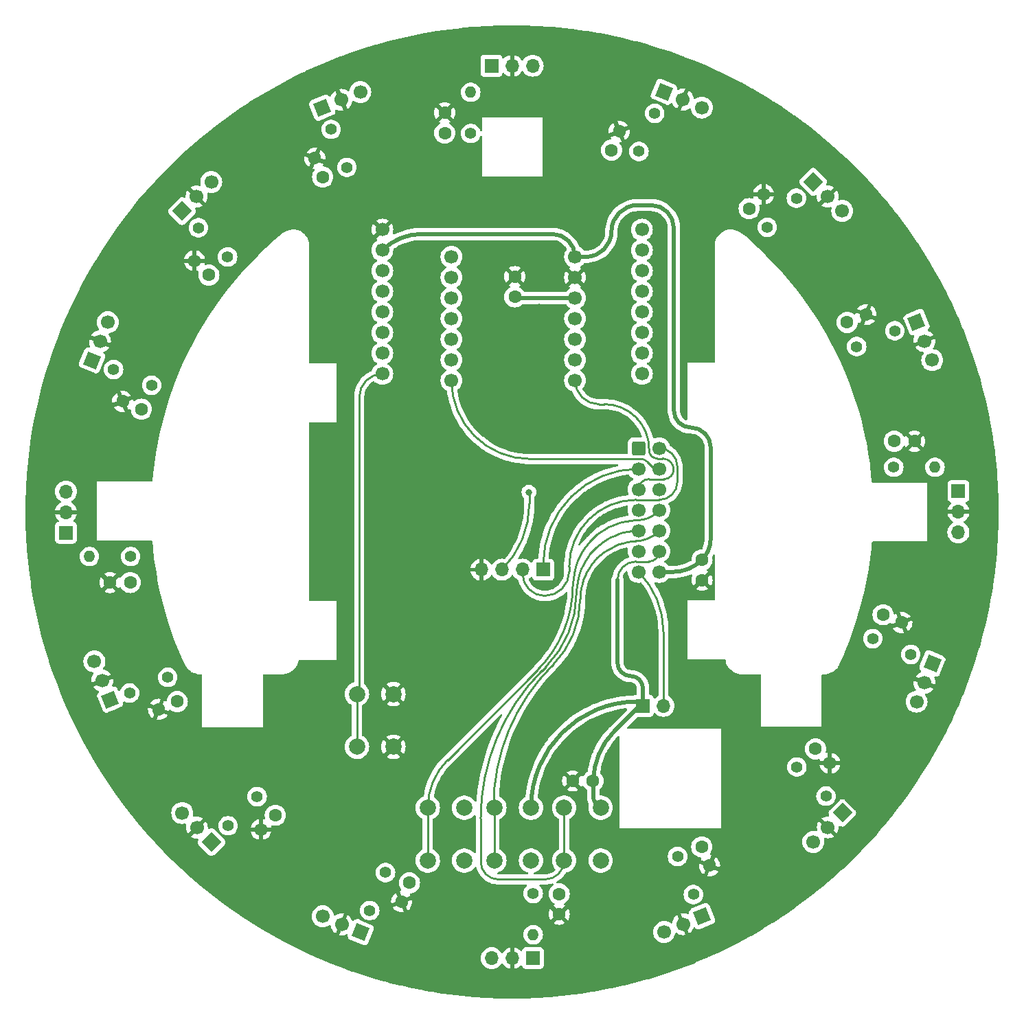
<source format=gbr>
%TF.GenerationSoftware,KiCad,Pcbnew,7.0.9*%
%TF.CreationDate,2025-05-06T13:14:24+09:00*%
%TF.ProjectId,IR_board_syuuseibann,49525f62-6f61-4726-945f-737975757365,rev?*%
%TF.SameCoordinates,Original*%
%TF.FileFunction,Copper,L2,Bot*%
%TF.FilePolarity,Positive*%
%FSLAX46Y46*%
G04 Gerber Fmt 4.6, Leading zero omitted, Abs format (unit mm)*
G04 Created by KiCad (PCBNEW 7.0.9) date 2025-05-06 13:14:24*
%MOMM*%
%LPD*%
G01*
G04 APERTURE LIST*
G04 Aperture macros list*
%AMRoundRect*
0 Rectangle with rounded corners*
0 $1 Rounding radius*
0 $2 $3 $4 $5 $6 $7 $8 $9 X,Y pos of 4 corners*
0 Add a 4 corners polygon primitive as box body*
4,1,4,$2,$3,$4,$5,$6,$7,$8,$9,$2,$3,0*
0 Add four circle primitives for the rounded corners*
1,1,$1+$1,$2,$3*
1,1,$1+$1,$4,$5*
1,1,$1+$1,$6,$7*
1,1,$1+$1,$8,$9*
0 Add four rect primitives between the rounded corners*
20,1,$1+$1,$2,$3,$4,$5,0*
20,1,$1+$1,$4,$5,$6,$7,0*
20,1,$1+$1,$6,$7,$8,$9,0*
20,1,$1+$1,$8,$9,$2,$3,0*%
%AMHorizOval*
0 Thick line with rounded ends*
0 $1 width*
0 $2 $3 position (X,Y) of the first rounded end (center of the circle)*
0 $4 $5 position (X,Y) of the second rounded end (center of the circle)*
0 Add line between two ends*
20,1,$1,$2,$3,$4,$5,0*
0 Add two circle primitives to create the rounded ends*
1,1,$1,$2,$3*
1,1,$1,$4,$5*%
%AMRotRect*
0 Rectangle, with rotation*
0 The origin of the aperture is its center*
0 $1 length*
0 $2 width*
0 $3 Rotation angle, in degrees counterclockwise*
0 Add horizontal line*
21,1,$1,$2,0,0,$3*%
G04 Aperture macros list end*
%TA.AperFunction,ComponentPad*%
%ADD10R,1.700000X1.700000*%
%TD*%
%TA.AperFunction,ComponentPad*%
%ADD11O,1.700000X1.700000*%
%TD*%
%TA.AperFunction,ComponentPad*%
%ADD12C,1.600000*%
%TD*%
%TA.AperFunction,ComponentPad*%
%ADD13C,1.400000*%
%TD*%
%TA.AperFunction,ComponentPad*%
%ADD14HorizOval,1.400000X0.000000X0.000000X0.000000X0.000000X0*%
%TD*%
%TA.AperFunction,ComponentPad*%
%ADD15HorizOval,1.400000X0.000000X0.000000X0.000000X0.000000X0*%
%TD*%
%TA.AperFunction,ComponentPad*%
%ADD16HorizOval,1.400000X0.000000X0.000000X0.000000X0.000000X0*%
%TD*%
%TA.AperFunction,ComponentPad*%
%ADD17HorizOval,1.400000X0.000000X0.000000X0.000000X0.000000X0*%
%TD*%
%TA.AperFunction,ComponentPad*%
%ADD18RotRect,1.700000X1.700000X135.000000*%
%TD*%
%TA.AperFunction,ComponentPad*%
%ADD19HorizOval,1.700000X0.000000X0.000000X0.000000X0.000000X0*%
%TD*%
%TA.AperFunction,ComponentPad*%
%ADD20RotRect,1.700000X1.700000X45.000000*%
%TD*%
%TA.AperFunction,ComponentPad*%
%ADD21HorizOval,1.700000X0.000000X0.000000X0.000000X0.000000X0*%
%TD*%
%TA.AperFunction,ComponentPad*%
%ADD22RotRect,1.700000X1.700000X292.500000*%
%TD*%
%TA.AperFunction,ComponentPad*%
%ADD23HorizOval,1.700000X0.000000X0.000000X0.000000X0.000000X0*%
%TD*%
%TA.AperFunction,ComponentPad*%
%ADD24C,2.000000*%
%TD*%
%TA.AperFunction,ComponentPad*%
%ADD25HorizOval,1.400000X0.000000X0.000000X0.000000X0.000000X0*%
%TD*%
%TA.AperFunction,ComponentPad*%
%ADD26RotRect,1.700000X1.700000X22.500000*%
%TD*%
%TA.AperFunction,ComponentPad*%
%ADD27HorizOval,1.700000X0.000000X0.000000X0.000000X0.000000X0*%
%TD*%
%TA.AperFunction,ComponentPad*%
%ADD28RotRect,1.700000X1.700000X157.500000*%
%TD*%
%TA.AperFunction,ComponentPad*%
%ADD29HorizOval,1.700000X0.000000X0.000000X0.000000X0.000000X0*%
%TD*%
%TA.AperFunction,ComponentPad*%
%ADD30HorizOval,1.400000X0.000000X0.000000X0.000000X0.000000X0*%
%TD*%
%TA.AperFunction,ComponentPad*%
%ADD31RotRect,1.700000X1.700000X202.500000*%
%TD*%
%TA.AperFunction,ComponentPad*%
%ADD32HorizOval,1.700000X0.000000X0.000000X0.000000X0.000000X0*%
%TD*%
%TA.AperFunction,ComponentPad*%
%ADD33HorizOval,1.400000X0.000000X0.000000X0.000000X0.000000X0*%
%TD*%
%TA.AperFunction,ComponentPad*%
%ADD34HorizOval,1.400000X0.000000X0.000000X0.000000X0.000000X0*%
%TD*%
%TA.AperFunction,ComponentPad*%
%ADD35HorizOval,1.400000X0.000000X0.000000X0.000000X0.000000X0*%
%TD*%
%TA.AperFunction,ComponentPad*%
%ADD36O,1.400000X1.400000*%
%TD*%
%TA.AperFunction,ComponentPad*%
%ADD37RotRect,1.700000X1.700000X315.000000*%
%TD*%
%TA.AperFunction,ComponentPad*%
%ADD38HorizOval,1.700000X0.000000X0.000000X0.000000X0.000000X0*%
%TD*%
%TA.AperFunction,ComponentPad*%
%ADD39RotRect,1.700000X1.700000X67.500000*%
%TD*%
%TA.AperFunction,ComponentPad*%
%ADD40HorizOval,1.700000X0.000000X0.000000X0.000000X0.000000X0*%
%TD*%
%TA.AperFunction,ComponentPad*%
%ADD41RoundRect,0.250000X-0.600000X-0.600000X0.600000X-0.600000X0.600000X0.600000X-0.600000X0.600000X0*%
%TD*%
%TA.AperFunction,ComponentPad*%
%ADD42C,1.700000*%
%TD*%
%TA.AperFunction,ComponentPad*%
%ADD43RotRect,1.700000X1.700000X112.500000*%
%TD*%
%TA.AperFunction,ComponentPad*%
%ADD44HorizOval,1.700000X0.000000X0.000000X0.000000X0.000000X0*%
%TD*%
%TA.AperFunction,ComponentPad*%
%ADD45RotRect,1.700000X1.700000X337.500000*%
%TD*%
%TA.AperFunction,ComponentPad*%
%ADD46HorizOval,1.700000X0.000000X0.000000X0.000000X0.000000X0*%
%TD*%
%TA.AperFunction,ComponentPad*%
%ADD47HorizOval,1.400000X0.000000X0.000000X0.000000X0.000000X0*%
%TD*%
%TA.AperFunction,ComponentPad*%
%ADD48HorizOval,1.400000X0.000000X0.000000X0.000000X0.000000X0*%
%TD*%
%TA.AperFunction,ComponentPad*%
%ADD49HorizOval,1.400000X0.000000X0.000000X0.000000X0.000000X0*%
%TD*%
%TA.AperFunction,ComponentPad*%
%ADD50RotRect,1.700000X1.700000X225.000000*%
%TD*%
%TA.AperFunction,ComponentPad*%
%ADD51HorizOval,1.700000X0.000000X0.000000X0.000000X0.000000X0*%
%TD*%
%TA.AperFunction,ComponentPad*%
%ADD52RotRect,1.700000X1.700000X247.500000*%
%TD*%
%TA.AperFunction,ComponentPad*%
%ADD53HorizOval,1.700000X0.000000X0.000000X0.000000X0.000000X0*%
%TD*%
%TA.AperFunction,ViaPad*%
%ADD54C,0.800000*%
%TD*%
%TA.AperFunction,Conductor*%
%ADD55C,0.250000*%
%TD*%
%TA.AperFunction,Conductor*%
%ADD56C,0.500000*%
%TD*%
G04 APERTURE END LIST*
D10*
%TO.P,U17,1,OUT*%
%TO.N,IRout15*%
X138341699Y-164755716D03*
D11*
%TO.P,U17,2,GND*%
%TO.N,GND*%
X135801699Y-164755716D03*
%TO.P,U17,3,Vin*%
%TO.N,+3.3V*%
X133261699Y-164755716D03*
%TD*%
D12*
%TO.P,C4,1*%
%TO.N,D1*%
X106581975Y-147143010D03*
%TO.P,C4,2*%
%TO.N,GND*%
X104814208Y-148910777D03*
%TD*%
%TO.P,C9,1*%
%TO.N,D10*%
X177076399Y-86380620D03*
%TO.P,C9,2*%
%TO.N,GND*%
X179386098Y-85423911D03*
%TD*%
D13*
%TO.P,R6,1*%
%TO.N,D5*%
X100698859Y-78312233D03*
D14*
%TO.P,R6,2*%
%TO.N,IRout5*%
X97106757Y-74720131D03*
%TD*%
D13*
%TO.P,R9,1*%
%TO.N,D10*%
X178258619Y-89365407D03*
D15*
%TO.P,R9,2*%
%TO.N,IRout10*%
X182951927Y-87421375D03*
%TD*%
D13*
%TO.P,R11,1*%
%TO.N,D8*%
X151404090Y-65303441D03*
D16*
%TO.P,R11,2*%
%TO.N,IRout8*%
X153348122Y-60610133D03*
%TD*%
D12*
%TO.P,C5,1*%
%TO.N,D4*%
X90064116Y-97079129D03*
%TO.P,C5,2*%
%TO.N,GND*%
X87754417Y-96122420D03*
%TD*%
D10*
%TO.P,U5,1,OUT*%
%TO.N,IRout3*%
X80780983Y-112306415D03*
D11*
%TO.P,U5,2,GND*%
%TO.N,GND*%
X80780983Y-109766415D03*
%TO.P,U5,3,Vin*%
%TO.N,+3.3V*%
X80780983Y-107226415D03*
%TD*%
D13*
%TO.P,R4,1*%
%TO.N,D1*%
X104347516Y-144837840D03*
D17*
%TO.P,R4,2*%
%TO.N,IRout1*%
X100755414Y-148429942D03*
%TD*%
D18*
%TO.P,U7,1,OUT*%
%TO.N,IRout5*%
X95084418Y-72663452D03*
D19*
%TO.P,U7,2,GND*%
%TO.N,GND*%
X96880469Y-70867401D03*
%TO.P,U7,3,Vin*%
%TO.N,+3.3V*%
X98676520Y-69071350D03*
%TD*%
D10*
%TO.P,U13,1,OUT*%
%TO.N,IRout11*%
X190791000Y-107195000D03*
D11*
%TO.P,U13,2,GND*%
%TO.N,GND*%
X190791000Y-109735000D03*
%TO.P,U13,3,Vin*%
%TO.N,+3.3V*%
X190791000Y-112275000D03*
%TD*%
D10*
%TO.P,J1,1,Pin_1*%
%TO.N,SDA_LCD*%
X139606000Y-116870000D03*
D11*
%TO.P,J1,2,Pin_2*%
%TO.N,SCL_LCD*%
X137066000Y-116870000D03*
%TO.P,J1,3,Pin_3*%
%TO.N,+3.3V*%
X134526000Y-116870000D03*
%TO.P,J1,4,Pin_4*%
%TO.N,GND*%
X131986000Y-116870000D03*
%TD*%
D20*
%TO.P,U11,1,OUT*%
%TO.N,IRout9*%
X172873247Y-69049135D03*
D21*
%TO.P,U11,2,GND*%
%TO.N,GND*%
X174669298Y-70845186D03*
%TO.P,U11,3,Vin*%
%TO.N,+3.3V*%
X176465349Y-72641237D03*
%TD*%
D12*
%TO.P,C14,1*%
%TO.N,D13*%
X173178292Y-138954725D03*
%TO.P,C14,2*%
%TO.N,GND*%
X174946059Y-140722492D03*
%TD*%
D22*
%TO.P,U16,1,OUT*%
%TO.N,IRout14*%
X159196663Y-159590682D03*
D23*
%TO.P,U16,2,GND*%
%TO.N,GND*%
X156850009Y-160562698D03*
%TO.P,U16,3,Vin*%
%TO.N,+3.3V*%
X154503355Y-161534714D03*
%TD*%
D24*
%TO.P,\u25B6,1*%
%TO.N,LCD-TeensyD10*%
X125376000Y-152720000D03*
X125376000Y-146220000D03*
%TO.P,\u25B6,2*%
%TO.N,+3.3V*%
X129876000Y-152720000D03*
X129876000Y-146220000D03*
%TD*%
D12*
%TO.P,C1,1*%
%TO.N,D2*%
X94495584Y-133120797D03*
%TO.P,C1,2*%
%TO.N,GND*%
X92185885Y-134077506D03*
%TD*%
D10*
%TO.P,SW4,1*%
%TO.N,+3.3V*%
X151891000Y-133650000D03*
D11*
%TO.P,SW4,2*%
%TO.N,switch*%
X154431000Y-133650000D03*
%TD*%
D12*
%TO.P,C17,1*%
%TO.N,+5V*%
X159180000Y-115660000D03*
%TO.P,C17,2*%
%TO.N,GND*%
X159180000Y-118160000D03*
%TD*%
D10*
%TO.P,U9,1,OUT*%
%TO.N,IRout7*%
X133230283Y-54745699D03*
D11*
%TO.P,U9,2,GND*%
%TO.N,GND*%
X135770283Y-54745699D03*
%TO.P,U9,3,Vin*%
%TO.N,+3.3V*%
X138310283Y-54745699D03*
%TD*%
D13*
%TO.P,R7,1*%
%TO.N,D6*%
X115400691Y-67278080D03*
D25*
%TO.P,R7,2*%
%TO.N,IRout6*%
X113456659Y-62584772D03*
%TD*%
D26*
%TO.P,U12,1,OUT*%
%TO.N,IRout10*%
X185625965Y-86340036D03*
D27*
%TO.P,U12,2,GND*%
%TO.N,GND*%
X186597981Y-88686690D03*
%TO.P,U12,3,Vin*%
%TO.N,+3.3V*%
X187569997Y-91033344D03*
%TD*%
D28*
%TO.P,U6,1,OUT*%
%TO.N,IRout4*%
X83989963Y-91062368D03*
D29*
%TO.P,U6,2,GND*%
%TO.N,GND*%
X84961979Y-88715714D03*
%TO.P,U6,3,Vin*%
%TO.N,+3.3V*%
X85933995Y-86369060D03*
%TD*%
D12*
%TO.P,C6,1*%
%TO.N,D5*%
X98393690Y-80546691D03*
%TO.P,C6,2*%
%TO.N,GND*%
X96625923Y-78778924D03*
%TD*%
%TO.P,C15,1*%
%TO.N,D14*%
X159156079Y-151041116D03*
%TO.P,C15,2*%
%TO.N,GND*%
X160112788Y-153350815D03*
%TD*%
%TO.P,C12,1*%
%TO.N,D9*%
X164990008Y-72358407D03*
%TO.P,C12,2*%
%TO.N,GND*%
X166757775Y-70590640D03*
%TD*%
%TO.P,C10,1*%
%TO.N,D11*%
X182875999Y-101030000D03*
%TO.P,C10,2*%
%TO.N,GND*%
X185375999Y-101030000D03*
%TD*%
D13*
%TO.P,R14,1*%
%TO.N,D13*%
X170873124Y-141189183D03*
D30*
%TO.P,R14,2*%
%TO.N,IRout13*%
X174465226Y-144781285D03*
%TD*%
D31*
%TO.P,U4,1,OUT*%
%TO.N,IRout2*%
X86223016Y-132884381D03*
D32*
%TO.P,U4,2,GND*%
%TO.N,GND*%
X85251000Y-130537727D03*
%TO.P,U4,3,Vin*%
%TO.N,+3.3V*%
X84278984Y-128191073D03*
%TD*%
D13*
%TO.P,R13,1*%
%TO.N,D12*%
X180233259Y-125368807D03*
D33*
%TO.P,R13,2*%
%TO.N,IRout12*%
X184926567Y-127312839D03*
%TD*%
D13*
%TO.P,R1,1*%
%TO.N,D2*%
X93313363Y-130136008D03*
D34*
%TO.P,R1,2*%
%TO.N,IRout2*%
X88620055Y-132080040D03*
%TD*%
D13*
%TO.P,R3,1*%
%TO.N,D0*%
X120167892Y-154197975D03*
D35*
%TO.P,R3,2*%
%TO.N,IRout0*%
X118223860Y-158891283D03*
%TD*%
D12*
%TO.P,C7,1*%
%TO.N,D6*%
X112415903Y-68460300D03*
%TO.P,C7,2*%
%TO.N,GND*%
X111459194Y-66150601D03*
%TD*%
D13*
%TO.P,R8,1*%
%TO.N,D7*%
X130676000Y-63090000D03*
D36*
%TO.P,R8,2*%
%TO.N,IRout7*%
X130676000Y-58010000D03*
%TD*%
D37*
%TO.P,U15,1,OUT*%
%TO.N,IRout13*%
X176487564Y-146837964D03*
D38*
%TO.P,U15,2,GND*%
%TO.N,GND*%
X174691513Y-148634015D03*
%TO.P,U15,3,Vin*%
%TO.N,+3.3V*%
X172895462Y-150430066D03*
%TD*%
D39*
%TO.P,U10,1,OUT*%
%TO.N,IRout8*%
X154474330Y-57954680D03*
D40*
%TO.P,U10,2,GND*%
%TO.N,GND*%
X156820984Y-58926696D03*
%TO.P,U10,3,Vin*%
%TO.N,+3.3V*%
X159167638Y-59898712D03*
%TD*%
D12*
%TO.P,C16,1*%
%TO.N,D15*%
X141575984Y-156841416D03*
%TO.P,C16,2*%
%TO.N,GND*%
X141575984Y-159341416D03*
%TD*%
D41*
%TO.P,J2,1,Pin_1*%
%TO.N,unconnected-(J2-Pin_1-Pad1)*%
X151360000Y-101900000D03*
D42*
%TO.P,J2,2,Pin_2*%
%TO.N,SCL_LCD*%
X153900000Y-101900000D03*
%TO.P,J2,3,Pin_3*%
%TO.N,SDA_LCD*%
X151360000Y-104440000D03*
%TO.P,J2,4,Pin_4*%
%TO.N,TX_Boll*%
X153900000Y-104440000D03*
%TO.P,J2,5,Pin_5*%
%TO.N,RX_Boll*%
X151360000Y-106980000D03*
%TO.P,J2,6,Pin_6*%
%TO.N,TX_camera*%
X153900000Y-106980000D03*
%TO.P,J2,7,Pin_7*%
%TO.N,RX_camera*%
X151360000Y-109520000D03*
%TO.P,J2,8,Pin_8*%
%TO.N,LCD-TeensyD10*%
X153900000Y-109520000D03*
%TO.P,J2,9,Pin_9*%
%TO.N,LCD-TeensyD11*%
X151360000Y-112060000D03*
%TO.P,J2,10,Pin_10*%
%TO.N,LCD-TeensyD12*%
X153900000Y-112060000D03*
%TO.P,J2,11,Pin_11*%
%TO.N,GND*%
X151360000Y-114600000D03*
%TO.P,J2,12,Pin_12*%
%TO.N,+3.3V*%
X153900000Y-114600000D03*
%TO.P,J2,13,Pin_13*%
%TO.N,switch*%
X151360000Y-117140000D03*
%TO.P,J2,14,Pin_14*%
%TO.N,+5V*%
X153900000Y-117140000D03*
%TD*%
D43*
%TO.P,U8,1,OUT*%
%TO.N,IRout6*%
X112361460Y-59916472D03*
D44*
%TO.P,U8,2,GND*%
%TO.N,GND*%
X114708114Y-58944456D03*
%TO.P,U8,3,Vin*%
%TO.N,+3.3V*%
X117054768Y-57972440D03*
%TD*%
D45*
%TO.P,U14,1,OUT*%
%TO.N,IRout12*%
X187582020Y-128439047D03*
D46*
%TO.P,U14,2,GND*%
%TO.N,GND*%
X186610004Y-130785701D03*
%TO.P,U14,3,Vin*%
%TO.N,+3.3V*%
X185637988Y-133132355D03*
%TD*%
D12*
%TO.P,C3,1*%
%TO.N,D0*%
X123114413Y-155472584D03*
%TO.P,C3,2*%
%TO.N,GND*%
X122157704Y-157782283D03*
%TD*%
D13*
%TO.P,R10,1*%
%TO.N,D11*%
X182826000Y-104240000D03*
D36*
%TO.P,R10,2*%
%TO.N,IRout11*%
X187906000Y-104240000D03*
%TD*%
D12*
%TO.P,C19,1*%
%TO.N,GND*%
X143240000Y-142910000D03*
%TO.P,C19,2*%
%TO.N,+3.3V*%
X145740000Y-142910000D03*
%TD*%
D13*
%TO.P,R12,1*%
%TO.N,D9*%
X167224466Y-74663575D03*
D47*
%TO.P,R12,2*%
%TO.N,IRout9*%
X170816568Y-71071473D03*
%TD*%
D13*
%TO.P,R16,1*%
%TO.N,D15*%
X138365982Y-156791416D03*
D36*
%TO.P,R16,2*%
%TO.N,IRout15*%
X138365982Y-161871416D03*
%TD*%
D12*
%TO.P,C18,1*%
%TO.N,GND*%
X136100000Y-80740000D03*
%TO.P,C18,2*%
%TO.N,+3.3V*%
X136100000Y-83240000D03*
%TD*%
D13*
%TO.P,R15,1*%
%TO.N,D14*%
X156171292Y-152223336D03*
D48*
%TO.P,R15,2*%
%TO.N,IRout14*%
X158115324Y-156916644D03*
%TD*%
D13*
%TO.P,R5,1*%
%TO.N,D4*%
X91338724Y-94132609D03*
D49*
%TO.P,R5,2*%
%TO.N,IRout4*%
X86645416Y-92188577D03*
%TD*%
D12*
%TO.P,C2,1*%
%TO.N,D3*%
X88695283Y-118450001D03*
%TO.P,C2,2*%
%TO.N,GND*%
X86195283Y-118450001D03*
%TD*%
D42*
%TO.P,U1,1,PA02_A0_D0*%
%TO.N,Data_IR_sensor*%
X128296000Y-78300000D03*
%TO.P,U1,2,PA4_A1_D1*%
%TO.N,S0*%
X128296000Y-80840000D03*
%TO.P,U1,3,PA10_A2_D2*%
%TO.N,S1*%
X128296000Y-83380000D03*
%TO.P,U1,4,PA11_A3_D3*%
%TO.N,S2*%
X128296000Y-85920000D03*
%TO.P,U1,5,PA8_A4_D4_SDA*%
%TO.N,S3*%
X128296000Y-88460000D03*
%TO.P,U1,6,PA9_A5_D5_SCL*%
%TO.N,E*%
X128296000Y-91000000D03*
%TO.P,U1,7,PB08_A6_D6_TX*%
%TO.N,TX_Boll*%
X128296000Y-93540000D03*
%TO.P,U1,8,PB09_A7_D7_RX*%
%TO.N,RX_Boll*%
X143536000Y-93540000D03*
%TO.P,U1,9,PA7_A8_D8_SCK*%
%TO.N,unconnected-(U1-PA7_A8_D8_SCK-Pad9)*%
X143536000Y-91000000D03*
%TO.P,U1,10,PA5_A9_D9_MISO*%
%TO.N,unconnected-(U1-PA5_A9_D9_MISO-Pad10)*%
X143536000Y-88460000D03*
%TO.P,U1,11,PA6_A10_D10_MOSI*%
%TO.N,unconnected-(U1-PA6_A10_D10_MOSI-Pad11)*%
X143536000Y-85920000D03*
%TO.P,U1,12,3V3*%
%TO.N,+3.3V*%
X143536000Y-83380000D03*
%TO.P,U1,13,GND*%
%TO.N,GND*%
X143536000Y-80840000D03*
%TO.P,U1,14,5V*%
%TO.N,+5V*%
X143536000Y-78300000D03*
%TD*%
D12*
%TO.P,C13,1*%
%TO.N,D12*%
X181507866Y-122422288D03*
%TO.P,C13,2*%
%TO.N,GND*%
X183817565Y-123378997D03*
%TD*%
D24*
%TO.P,enter,1*%
%TO.N,LCD-TeensyD12*%
X133596000Y-152730000D03*
X133596000Y-146230000D03*
%TO.P,enter,2*%
%TO.N,+3.3V*%
X138096000Y-152730000D03*
X138096000Y-146230000D03*
%TD*%
D12*
%TO.P,C11,1*%
%TO.N,D8*%
X148021646Y-65154850D03*
%TO.P,C11,2*%
%TO.N,GND*%
X148978355Y-62845151D03*
%TD*%
D13*
%TO.P,R2,1*%
%TO.N,D3*%
X88745283Y-115240000D03*
D36*
%TO.P,R2,2*%
%TO.N,IRout3*%
X83665283Y-115240000D03*
%TD*%
D12*
%TO.P,C8,1*%
%TO.N,D7*%
X127466000Y-63040000D03*
%TO.P,C8,2*%
%TO.N,GND*%
X127466000Y-60540000D03*
%TD*%
D50*
%TO.P,U3,1,OUT*%
%TO.N,IRout1*%
X98698735Y-150452280D03*
D51*
%TO.P,U3,2,GND*%
%TO.N,GND*%
X96902684Y-148656229D03*
%TO.P,U3,3,Vin*%
%TO.N,+3.3V*%
X95106633Y-146860178D03*
%TD*%
D42*
%TO.P,U19,1,mosi*%
%TO.N,unconnected-(U19-mosi-Pad1)*%
X151770000Y-92731000D03*
%TO.P,U19,2,sclk*%
%TO.N,unconnected-(U19-sclk-Pad2)*%
X151770000Y-90191000D03*
%TO.P,U19,3,miso*%
%TO.N,unconnected-(U19-miso-Pad3)*%
X151770000Y-87651000D03*
%TO.P,U19,4,ss*%
%TO.N,unconnected-(U19-ss-Pad4)*%
X151770000Y-85111000D03*
%TO.P,U19,5,txo/scl*%
%TO.N,TX_camera*%
X151770000Y-82571000D03*
%TO.P,U19,6,rxd/sca*%
%TO.N,RX_camera*%
X151770000Y-80031000D03*
%TO.P,U19,7,adc/dac*%
%TO.N,unconnected-(U19-adc{slash}dac-Pad7)*%
X151770000Y-77491000D03*
%TO.P,U19,8,3.3v*%
%TO.N,unconnected-(U19-3.3v-Pad8)*%
X151770000Y-74951000D03*
%TO.P,U19,9,rst*%
%TO.N,RST*%
X119770000Y-92731000D03*
%TO.P,U19,10,boot*%
%TO.N,unconnected-(U19-boot-Pad10)*%
X119770000Y-90191000D03*
%TO.P,U19,11,syn*%
%TO.N,unconnected-(U19-syn-Pad11)*%
X119770000Y-87651000D03*
%TO.P,U19,12,seru03*%
%TO.N,unconnected-(U19-seru03-Pad12)*%
X119770000Y-85111000D03*
%TO.P,U19,13,seru02*%
%TO.N,unconnected-(U19-seru02-Pad13)*%
X119770000Y-82571000D03*
%TO.P,U19,14,seru01*%
%TO.N,unconnected-(U19-seru01-Pad14)*%
X119770000Y-80031000D03*
%TO.P,U19,15,vin*%
%TO.N,+5V*%
X119770000Y-77491000D03*
%TO.P,U19,16,GND*%
%TO.N,GND*%
X119770000Y-74951000D03*
%TD*%
D24*
%TO.P,SW3,2*%
%TO.N,+3.3V*%
X146686000Y-146220000D03*
X146686000Y-152720000D03*
%TO.P,SW3,1*%
%TO.N,LCD-TeensyD11*%
X142186000Y-146220000D03*
X142186000Y-152720000D03*
%TD*%
D52*
%TO.P,U2,1,OUT*%
%TO.N,IRout0*%
X117111510Y-161552477D03*
D53*
%TO.P,U2,2,GND*%
%TO.N,GND*%
X114764856Y-160580461D03*
%TO.P,U2,3,Vin*%
%TO.N,+3.3V*%
X112418202Y-159608445D03*
%TD*%
D24*
%TO.P,RST,1*%
%TO.N,RST*%
X116646000Y-138700000D03*
X116646000Y-132200000D03*
%TO.P,RST,2*%
%TO.N,GND*%
X121146000Y-138700000D03*
X121146000Y-132200000D03*
%TD*%
D54*
%TO.N,GND*%
X87010000Y-135390000D03*
X148660000Y-79260000D03*
X98730000Y-66190000D03*
X141720000Y-121320000D03*
X95200000Y-89780000D03*
X153140000Y-123740000D03*
X112660000Y-128660000D03*
X114790000Y-126600000D03*
X190180000Y-90910000D03*
X79920000Y-115310000D03*
X130670000Y-113510000D03*
X123480000Y-84030000D03*
X140040000Y-52840000D03*
X147420000Y-110520000D03*
X132930000Y-137010000D03*
X187240000Y-135030000D03*
X134570000Y-100980000D03*
X120210000Y-162580000D03*
X118140000Y-122920000D03*
X83890000Y-84430000D03*
X131120000Y-102130000D03*
X178900000Y-72530000D03*
X124400000Y-88910000D03*
X139110000Y-84470000D03*
X160920000Y-58020000D03*
X130080000Y-92350000D03*
X92600000Y-146550000D03*
X160570000Y-75000000D03*
X110880000Y-161780000D03*
X150530000Y-162960000D03*
X135700000Y-118820000D03*
X126230000Y-91550000D03*
X149150000Y-152770000D03*
X148980000Y-115180000D03*
X131480000Y-166850000D03*
X145600000Y-108150000D03*
X192940000Y-114070000D03*
X81940000Y-128220000D03*
X91710000Y-99310000D03*
X150630000Y-99820000D03*
X117090000Y-55440000D03*
X145700000Y-121180000D03*
X141190000Y-101970000D03*
X78880000Y-105530000D03*
X173240000Y-152940000D03*
X150250000Y-125280000D03*
X118100000Y-102980000D03*
X154640000Y-164870000D03*
X128260000Y-109690000D03*
X110480000Y-74990000D03*
%TO.N,+3.3V*%
X137840000Y-107310000D03*
%TD*%
D55*
%TO.N,+3.3V*%
X151022332Y-115870000D02*
X152630005Y-115870000D01*
D56*
X151504446Y-133650000D02*
X148350999Y-136803447D01*
X151891000Y-133650000D02*
X151504446Y-133650000D01*
D55*
X151371000Y-133130000D02*
X151196376Y-133130000D01*
D56*
X143536000Y-83380000D02*
X135940000Y-83380000D01*
X145780000Y-144879786D02*
X145770000Y-144889786D01*
X145780000Y-143010387D02*
X145780000Y-144879786D01*
X146062877Y-145596877D02*
X146686000Y-146220000D01*
D55*
X137840000Y-107310000D02*
X137900000Y-107370000D01*
D56*
X151891000Y-133650000D02*
X151891000Y-131464698D01*
D55*
X137900000Y-107370000D02*
X137900000Y-108724467D01*
D56*
X148760000Y-128333691D02*
X148760000Y-118132332D01*
D55*
X151891000Y-133650000D02*
X151371000Y-133130000D01*
D56*
X148760000Y-128333691D02*
G75*
G03*
X150416302Y-129990000I1656300J-9D01*
G01*
X151196376Y-133130000D02*
G75*
G03*
X138096000Y-146230000I24J-13100400D01*
G01*
D55*
X151022332Y-115870000D02*
G75*
G03*
X148760000Y-118132332I-32J-2262300D01*
G01*
D56*
X151891000Y-131464698D02*
G75*
G03*
X150416302Y-129990000I-1474700J-2D01*
G01*
D55*
X152630005Y-115870000D02*
G75*
G03*
X153900000Y-114600000I-5J1270000D01*
G01*
D56*
X145769981Y-144889786D02*
G75*
G03*
X146062877Y-145596877I999919J-14D01*
G01*
D55*
X134526002Y-116870002D02*
G75*
G03*
X137900000Y-108724467I-8145502J8145532D01*
G01*
D56*
X148351013Y-136803461D02*
G75*
G03*
X145780000Y-143010387I6206887J-6206939D01*
G01*
D55*
%TO.N,S2*%
X128296000Y-85996000D02*
X128296000Y-85920000D01*
%TO.N,S3*%
X128311000Y-88475000D02*
X128296000Y-88460000D01*
D56*
%TO.N,+5V*%
X124618849Y-75490000D02*
X140725991Y-75490000D01*
X153900000Y-117140000D02*
X155607003Y-117140000D01*
X143536000Y-78300000D02*
X144878264Y-78300000D01*
X155710000Y-97241401D02*
X155710000Y-74739997D01*
X153169677Y-71920000D02*
X152890000Y-71920000D01*
X152890000Y-71920000D02*
X151258269Y-71920000D01*
X160250000Y-113076864D02*
X160250000Y-101781404D01*
X160250000Y-101781404D02*
G75*
G03*
X157818596Y-99350000I-2431400J4D01*
G01*
X159180011Y-115660011D02*
G75*
G03*
X160250000Y-113076864I-2583011J2583111D01*
G01*
X124618849Y-75490047D02*
G75*
G03*
X119776000Y-77496000I-49J-6848753D01*
G01*
X151258269Y-71920000D02*
G75*
G03*
X148020000Y-75158269I31J-3238300D01*
G01*
X155607003Y-117140014D02*
G75*
G03*
X159180000Y-115660000I-3J5052914D01*
G01*
X155710000Y-74739997D02*
G75*
G03*
X152890000Y-71920000I-2820000J-3D01*
G01*
X143536000Y-78300000D02*
G75*
G03*
X140725991Y-75490000I-2810000J0D01*
G01*
X155710000Y-97241401D02*
G75*
G03*
X157818596Y-99350000I2108600J1D01*
G01*
X144878264Y-78300000D02*
G75*
G03*
X148020000Y-75158269I36J3141700D01*
G01*
D55*
%TO.N,RST*%
X116930000Y-131916000D02*
X116646000Y-132200000D01*
X116930000Y-95581991D02*
X116930000Y-131916000D01*
X116646000Y-138700000D02*
X116646000Y-132200000D01*
X119776000Y-92736000D02*
G75*
G03*
X116930000Y-95581991I0J-2846000D01*
G01*
%TO.N,SDA_LCD*%
X139606000Y-116194003D02*
X139606000Y-116870000D01*
X151360000Y-104440000D02*
G75*
G03*
X139606000Y-116194003I0J-11754000D01*
G01*
%TO.N,switch*%
X154431000Y-124554065D02*
X154431000Y-133650000D01*
X154431020Y-124554065D02*
G75*
G03*
X151359999Y-117140001I-10485120J-35D01*
G01*
%TO.N,SCL_LCD*%
X142810000Y-116503172D02*
X142810000Y-117093709D01*
X156140000Y-104139992D02*
X156140000Y-106054244D01*
X153934244Y-108260000D02*
X151053172Y-108260000D01*
X137066000Y-117362288D02*
X137066000Y-116870000D01*
X153934244Y-108260000D02*
G75*
G03*
X156140000Y-106054244I-44J2205800D01*
G01*
X156140000Y-104139992D02*
G75*
G03*
X153900000Y-101900000I-2240000J-8D01*
G01*
X137066000Y-117362288D02*
G75*
G03*
X139803712Y-120100000I2737700J-12D01*
G01*
X151053172Y-108260000D02*
G75*
G03*
X142810000Y-116503172I28J-8243200D01*
G01*
X139803712Y-120100000D02*
G75*
G03*
X142810000Y-117093709I-12J3006300D01*
G01*
%TO.N,TX_Boll*%
X152362893Y-103512893D02*
X153290000Y-104440000D01*
X153290000Y-104440000D02*
X153900000Y-104440000D01*
X137976003Y-103220000D02*
X151655786Y-103220000D01*
X128296000Y-93540000D02*
G75*
G03*
X137976003Y-103220000I9680000J0D01*
G01*
X152362900Y-103512886D02*
G75*
G03*
X151655786Y-103220000I-707100J-707114D01*
G01*
%TO.N,RX_Boll*%
X154325255Y-103160000D02*
X153660000Y-103160000D01*
X152639995Y-105700000D02*
X154514745Y-105700000D01*
X147149772Y-96470000D02*
X146466003Y-96470000D01*
X152660000Y-102160000D02*
X152660000Y-101980228D01*
X143536000Y-93540000D02*
G75*
G03*
X146466003Y-96470000I2930000J0D01*
G01*
X152660000Y-101980228D02*
G75*
G03*
X147149772Y-96470000I-5510200J28D01*
G01*
X152639995Y-105700000D02*
G75*
G03*
X151360000Y-106980000I5J-1280000D01*
G01*
X154514745Y-105700000D02*
G75*
G03*
X155690000Y-104524745I-45J1175300D01*
G01*
X152660000Y-102160000D02*
G75*
G03*
X153660000Y-103160000I1000000J0D01*
G01*
X155690000Y-104524745D02*
G75*
G03*
X154325255Y-103160000I-1364700J45D01*
G01*
%TO.N,RX_camera*%
X152336000Y-80036000D02*
X151776000Y-80036000D01*
%TO.N,LCD-TeensyD10*%
X145806541Y-112912653D02*
X146238213Y-112538608D01*
X143666879Y-116242031D02*
X143866488Y-115706861D01*
X153859944Y-109844203D02*
X153897859Y-109629173D01*
X144103766Y-115187294D02*
X144377505Y-114685979D01*
X149838208Y-110894544D02*
X150403577Y-110813256D01*
X146695469Y-112196310D02*
X147175979Y-111887505D01*
X143303256Y-117913577D02*
X143384544Y-117348208D01*
X125376000Y-152720000D02*
X125376000Y-146220000D01*
X144377505Y-114685979D02*
X144686310Y-114205469D01*
X148196861Y-111376488D02*
X148732031Y-111176879D01*
X127814655Y-140332553D02*
X138933724Y-129213484D01*
X143505958Y-116790078D02*
X143666879Y-116242031D01*
X145402653Y-113316541D02*
X145806541Y-112912653D01*
X148732031Y-111176879D02*
X149280078Y-111015958D01*
X147677294Y-111613766D02*
X148196861Y-111376488D01*
X146238213Y-112538608D02*
X146695469Y-112196310D01*
X143866488Y-115706861D02*
X144103766Y-115187294D01*
X149280078Y-111015958D02*
X149838208Y-110894544D01*
X150403577Y-110813256D02*
X150973305Y-110772508D01*
X143384544Y-117348208D02*
X143505958Y-116790078D01*
X143260000Y-118768897D02*
X143262508Y-118483305D01*
X153897859Y-109629173D02*
X153900000Y-109520000D01*
X147175979Y-111887505D02*
X147677294Y-111613766D01*
X153785265Y-110049381D02*
X153859944Y-109844203D01*
X153633607Y-109786393D02*
X153900000Y-109520000D01*
X144686310Y-114205469D02*
X145028608Y-113748213D01*
X143262508Y-118483305D02*
X143303256Y-117913577D01*
X145028608Y-113748213D02*
X145402653Y-113316541D01*
X150973305Y-110772508D02*
X151258897Y-110770000D01*
X151258897Y-110769991D02*
G75*
G03*
X153633607Y-109786393I103J3358191D01*
G01*
X127814659Y-140332557D02*
G75*
G03*
X125376000Y-146220000I5887441J-5887443D01*
G01*
X138933703Y-129213463D02*
G75*
G03*
X143260000Y-118768897I-10444503J10444563D01*
G01*
%TO.N,LCD-TeensyD11*%
X151086865Y-112062397D02*
X151360000Y-112060000D01*
X143712398Y-119436861D02*
X143751368Y-118891984D01*
X143710000Y-119709996D02*
X143712398Y-119436861D01*
X143945229Y-117817489D02*
X144099131Y-117293347D01*
X146995620Y-113424094D02*
X147455171Y-113128759D01*
X131900000Y-152875820D02*
X131900000Y-147573314D01*
X144290033Y-116781520D02*
X144516962Y-116284616D01*
X148943351Y-112449130D02*
X149467493Y-112295228D01*
X146558308Y-113751461D02*
X146995620Y-113424094D01*
X150541988Y-112101368D02*
X151086865Y-112062397D01*
X139458766Y-129324838D02*
X139917366Y-128866238D01*
X146145465Y-114109192D02*
X146558308Y-113751461D01*
X148431524Y-112640031D02*
X148943351Y-112449130D01*
X144778761Y-115805167D02*
X145074097Y-115345616D01*
X139855999Y-155050000D02*
X134074180Y-155050000D01*
X143829111Y-118351274D02*
X143945229Y-117817489D01*
X147934620Y-112866960D02*
X148431524Y-112640031D01*
X150001278Y-112179110D02*
X150541988Y-112101368D01*
X145759194Y-114495462D02*
X146145465Y-114109192D01*
X144516962Y-116284616D02*
X144778761Y-115805167D01*
X143751368Y-118891984D02*
X143829111Y-118351274D01*
X147455171Y-113128759D02*
X147934620Y-112866960D01*
X145401464Y-114908305D02*
X145759194Y-114495462D01*
X144099131Y-117293347D02*
X144290033Y-116781520D01*
X145074097Y-115345616D02*
X145401464Y-114908305D01*
X142186000Y-152720000D02*
X142186000Y-146220000D01*
X149467493Y-112295228D02*
X150001278Y-112179110D01*
X139855999Y-155050000D02*
G75*
G03*
X142186000Y-152720000I1J2330000D01*
G01*
X139458768Y-129324840D02*
G75*
G03*
X131900000Y-147573314I18248432J-18248460D01*
G01*
X131900000Y-152875820D02*
G75*
G03*
X134074180Y-155050000I2174200J20D01*
G01*
X139917369Y-128866241D02*
G75*
G03*
X143710000Y-119709996I-9156269J9156241D01*
G01*
%TO.N,LCD-TeensyD12*%
X144282087Y-119157285D02*
X144401049Y-118636078D01*
X144401049Y-118636078D02*
X144558629Y-118125218D01*
X147061192Y-114734366D02*
X147502908Y-114433209D01*
X146251319Y-115431319D02*
X146643216Y-115067691D01*
X145253209Y-116682908D02*
X145554366Y-116241192D01*
X153782506Y-112602085D02*
X153858977Y-112391982D01*
X149977285Y-113462087D02*
X150505924Y-113382407D01*
X150505924Y-113382407D02*
X151039041Y-113342455D01*
X153858977Y-112391982D02*
X153897803Y-112171793D01*
X148945218Y-113738629D02*
X149456078Y-113581049D01*
X145554366Y-116241192D02*
X145887691Y-115823216D01*
X144202407Y-119685924D02*
X144282087Y-119157285D01*
X146643216Y-115067691D02*
X147061192Y-114734366D01*
X133596000Y-146230000D02*
X133480000Y-146114000D01*
X144160000Y-120486346D02*
X144162455Y-120219041D01*
X133596000Y-152730000D02*
X133596000Y-146230000D01*
X144558629Y-118125218D02*
X144753944Y-117627563D01*
X149456078Y-113581049D02*
X149977285Y-113462087D01*
X140674111Y-128745889D02*
X140784585Y-128635415D01*
X144753944Y-117627563D02*
X144985903Y-117145895D01*
X147965895Y-114165903D02*
X148447563Y-113933944D01*
X153758733Y-112201267D02*
X153900000Y-112060000D01*
X144162455Y-120219041D02*
X144202407Y-119685924D01*
X148447563Y-113933944D02*
X148945218Y-113738629D01*
X144985903Y-117145895D02*
X145253209Y-116682908D01*
X145887691Y-115823216D02*
X146251319Y-115431319D01*
X147502908Y-114433209D02*
X147965895Y-114165903D01*
X153897803Y-112171793D02*
X153900000Y-112060000D01*
X140784566Y-128635396D02*
G75*
G03*
X144160000Y-120486346I-8148966J8148996D01*
G01*
X140674113Y-128745891D02*
G75*
G03*
X133480000Y-146114000I17368087J-17368109D01*
G01*
X151039041Y-113342430D02*
G75*
G03*
X153758732Y-112201266I-35741J3896630D01*
G01*
%TD*%
%TA.AperFunction,Conductor*%
%TO.N,GND*%
G36*
X149923727Y-117024573D02*
G01*
X149979642Y-117066470D01*
X150004029Y-117131945D01*
X150004297Y-117139499D01*
X150024936Y-117375403D01*
X150024938Y-117375413D01*
X150086094Y-117603655D01*
X150086096Y-117603659D01*
X150086097Y-117603663D01*
X150176492Y-117797516D01*
X150185965Y-117817830D01*
X150185967Y-117817834D01*
X150249176Y-117908105D01*
X150321505Y-118011401D01*
X150488599Y-118178495D01*
X150567790Y-118233945D01*
X150682165Y-118314032D01*
X150682167Y-118314033D01*
X150682170Y-118314035D01*
X150896337Y-118413903D01*
X151124592Y-118475063D01*
X151312918Y-118491539D01*
X151359999Y-118495659D01*
X151360000Y-118495659D01*
X151360001Y-118495659D01*
X151399234Y-118492226D01*
X151595408Y-118475063D01*
X151607992Y-118471691D01*
X151677839Y-118473350D01*
X151735704Y-118512510D01*
X151739962Y-118517971D01*
X152026095Y-118906836D01*
X152059091Y-118951678D01*
X152061219Y-118954761D01*
X152382555Y-119451763D01*
X152384493Y-119454969D01*
X152675235Y-119970466D01*
X152676976Y-119973783D01*
X152936059Y-120505886D01*
X152937596Y-120509302D01*
X153164083Y-121056087D01*
X153165411Y-121059589D01*
X153358469Y-121619047D01*
X153359580Y-121622611D01*
X153470538Y-122020632D01*
X153518506Y-122192701D01*
X153519403Y-122196338D01*
X153643621Y-122775001D01*
X153644296Y-122778685D01*
X153733346Y-123363772D01*
X153733798Y-123367490D01*
X153764105Y-123700994D01*
X153785675Y-123938353D01*
X153787361Y-123956898D01*
X153787586Y-123960626D01*
X153799855Y-124366594D01*
X153805500Y-124553405D01*
X153805500Y-132374773D01*
X153785815Y-132441812D01*
X153752623Y-132476348D01*
X153559600Y-132611503D01*
X153437673Y-132733430D01*
X153376350Y-132766914D01*
X153306658Y-132761930D01*
X153250725Y-132720058D01*
X153233810Y-132689081D01*
X153184797Y-132557671D01*
X153184793Y-132557664D01*
X153098547Y-132442455D01*
X153098544Y-132442452D01*
X152983335Y-132356206D01*
X152983328Y-132356202D01*
X152848482Y-132305908D01*
X152848483Y-132305908D01*
X152788883Y-132299501D01*
X152788881Y-132299500D01*
X152788873Y-132299500D01*
X152788865Y-132299500D01*
X152765500Y-132299500D01*
X152698461Y-132279815D01*
X152652706Y-132227011D01*
X152641500Y-132175500D01*
X152641500Y-131330094D01*
X152627555Y-131215253D01*
X152609051Y-131062861D01*
X152544627Y-130801484D01*
X152449168Y-130549779D01*
X152324064Y-130311415D01*
X152215794Y-130154559D01*
X152171144Y-130089871D01*
X152171139Y-130089865D01*
X151992631Y-129888370D01*
X151992629Y-129888368D01*
X151791134Y-129709860D01*
X151791128Y-129709855D01*
X151604601Y-129581106D01*
X151569585Y-129556936D01*
X151569572Y-129556929D01*
X151331228Y-129431835D01*
X151331223Y-129431833D01*
X151331221Y-129431832D01*
X151239474Y-129397037D01*
X151079521Y-129336374D01*
X150990417Y-129314412D01*
X150818139Y-129271949D01*
X150657797Y-129252479D01*
X150550905Y-129239500D01*
X150550903Y-129239500D01*
X150419350Y-129239500D01*
X150413269Y-129239201D01*
X150251743Y-129223292D01*
X150227902Y-129218550D01*
X150081349Y-129174094D01*
X150058891Y-129164791D01*
X149923835Y-129092602D01*
X149903623Y-129079097D01*
X149785242Y-128981944D01*
X149768053Y-128964755D01*
X149670900Y-128846373D01*
X149657395Y-128826161D01*
X149585206Y-128691101D01*
X149575905Y-128668645D01*
X149531449Y-128522096D01*
X149526707Y-128498260D01*
X149515049Y-128379886D01*
X149510799Y-128336726D01*
X149510500Y-128330646D01*
X149510500Y-118088630D01*
X149510500Y-118088623D01*
X149495241Y-117958077D01*
X149474012Y-117899751D01*
X149441256Y-117809751D01*
X149436612Y-117740984D01*
X149441802Y-117717125D01*
X149449913Y-117679836D01*
X149454893Y-117662874D01*
X149530314Y-117460657D01*
X149537653Y-117444587D01*
X149641094Y-117255147D01*
X149650633Y-117240302D01*
X149779984Y-117067511D01*
X149791592Y-117054121D01*
X149792700Y-117053014D01*
X149854038Y-117019557D01*
X149923727Y-117024573D01*
G37*
%TD.AperFunction*%
%TA.AperFunction,Conductor*%
G36*
X150191458Y-105149709D02*
G01*
X150235340Y-105188345D01*
X150321505Y-105311401D01*
X150321509Y-105311405D01*
X150488597Y-105478493D01*
X150488603Y-105478498D01*
X150674158Y-105608425D01*
X150717783Y-105663002D01*
X150724977Y-105732500D01*
X150693454Y-105794855D01*
X150674158Y-105811575D01*
X150488597Y-105941505D01*
X150321505Y-106108597D01*
X150185965Y-106302169D01*
X150185964Y-106302171D01*
X150086098Y-106516335D01*
X150086094Y-106516344D01*
X150024938Y-106744586D01*
X150024936Y-106744596D01*
X150004341Y-106979999D01*
X150004341Y-106980000D01*
X150024936Y-107215403D01*
X150024938Y-107215413D01*
X150086094Y-107443655D01*
X150086099Y-107443669D01*
X150120781Y-107518045D01*
X150131273Y-107587123D01*
X150102753Y-107650906D01*
X150044276Y-107689145D01*
X150024585Y-107693388D01*
X149607705Y-107748272D01*
X149467244Y-107776211D01*
X149038206Y-107861554D01*
X148956770Y-107883374D01*
X148477335Y-108011840D01*
X148477336Y-108011840D01*
X148377456Y-108045745D01*
X147927492Y-108198488D01*
X147391034Y-108420698D01*
X147391030Y-108420699D01*
X147391025Y-108420702D01*
X147391026Y-108420702D01*
X147252951Y-108488793D01*
X146870258Y-108677517D01*
X146367400Y-108967842D01*
X146367398Y-108967843D01*
X146367394Y-108967846D01*
X145884595Y-109290443D01*
X145884594Y-109290443D01*
X145546327Y-109550005D01*
X145423928Y-109643925D01*
X144987373Y-110026775D01*
X144987373Y-110026774D01*
X144576774Y-110437373D01*
X144576775Y-110437373D01*
X144245378Y-110815258D01*
X144193921Y-110873933D01*
X143840443Y-111334594D01*
X143840443Y-111334595D01*
X143521889Y-111811344D01*
X143517843Y-111817399D01*
X143517842Y-111817400D01*
X143349764Y-112108520D01*
X143227517Y-112320258D01*
X142977897Y-112826437D01*
X142970702Y-112841025D01*
X142970698Y-112841034D01*
X142748488Y-113377492D01*
X142653637Y-113656913D01*
X142561840Y-113927336D01*
X142561840Y-113927335D01*
X142469020Y-114273741D01*
X142411554Y-114488206D01*
X142345385Y-114820858D01*
X142298272Y-115057705D01*
X142280997Y-115188920D01*
X142222480Y-115633396D01*
X142185014Y-116204995D01*
X142184501Y-116212814D01*
X142184500Y-116424151D01*
X142184500Y-117091829D01*
X142184387Y-117095574D01*
X142167366Y-117376933D01*
X142166463Y-117384372D01*
X142115992Y-117659779D01*
X142114199Y-117667054D01*
X142038963Y-117908498D01*
X142030905Y-117934356D01*
X142028247Y-117941362D01*
X141913333Y-118196692D01*
X141909850Y-118203327D01*
X141765001Y-118442936D01*
X141760744Y-118449104D01*
X141588067Y-118669510D01*
X141583098Y-118675119D01*
X141385121Y-118873096D01*
X141379512Y-118878065D01*
X141159106Y-119050742D01*
X141152939Y-119054999D01*
X140913324Y-119199853D01*
X140906697Y-119203330D01*
X140755460Y-119271398D01*
X140651375Y-119318243D01*
X140644368Y-119320901D01*
X140377055Y-119404199D01*
X140369779Y-119405992D01*
X140094374Y-119456462D01*
X140086936Y-119457365D01*
X139807614Y-119474263D01*
X139799807Y-119474244D01*
X139532063Y-119456696D01*
X139524013Y-119455636D01*
X139261017Y-119403323D01*
X139253175Y-119401222D01*
X139209112Y-119386265D01*
X138999243Y-119315024D01*
X138991759Y-119311924D01*
X138751252Y-119193319D01*
X138744223Y-119189261D01*
X138521255Y-119040280D01*
X138514814Y-119035338D01*
X138419418Y-118951678D01*
X138313205Y-118858531D01*
X138307466Y-118852792D01*
X138130657Y-118651179D01*
X138125719Y-118644744D01*
X137976738Y-118421776D01*
X137972682Y-118414752D01*
X137854071Y-118174233D01*
X137850975Y-118166758D01*
X137826638Y-118095063D01*
X137823731Y-118025256D01*
X137859026Y-117964956D01*
X137872927Y-117953639D01*
X137937401Y-117908495D01*
X138059329Y-117786566D01*
X138120648Y-117753084D01*
X138190340Y-117758068D01*
X138246274Y-117799939D01*
X138263189Y-117830917D01*
X138312202Y-117962328D01*
X138312206Y-117962335D01*
X138398452Y-118077544D01*
X138398455Y-118077547D01*
X138513664Y-118163793D01*
X138513671Y-118163797D01*
X138648517Y-118214091D01*
X138648516Y-118214091D01*
X138655444Y-118214835D01*
X138708127Y-118220500D01*
X140503872Y-118220499D01*
X140563483Y-118214091D01*
X140698331Y-118163796D01*
X140813546Y-118077546D01*
X140899796Y-117962331D01*
X140950091Y-117827483D01*
X140956500Y-117767873D01*
X140956499Y-115972128D01*
X140951299Y-115923757D01*
X140950091Y-115912516D01*
X140899797Y-115777671D01*
X140899793Y-115777664D01*
X140813547Y-115662455D01*
X140813544Y-115662452D01*
X140698335Y-115576206D01*
X140698328Y-115576202D01*
X140563482Y-115525908D01*
X140563483Y-115525908D01*
X140503883Y-115519501D01*
X140503881Y-115519500D01*
X140503873Y-115519500D01*
X140503865Y-115519500D01*
X140388050Y-115519500D01*
X140321011Y-115499815D01*
X140275256Y-115447011D01*
X140264522Y-115384693D01*
X140270872Y-115312111D01*
X140306590Y-114903857D01*
X140307008Y-114900283D01*
X140342210Y-114659954D01*
X140400308Y-114263318D01*
X140400922Y-114259833D01*
X140531104Y-113629362D01*
X140531929Y-113625878D01*
X140698556Y-113004014D01*
X140699570Y-113000628D01*
X140902071Y-112389515D01*
X140903291Y-112386166D01*
X141140976Y-111787874D01*
X141142384Y-111784612D01*
X141414459Y-111201144D01*
X141416046Y-111197985D01*
X141721593Y-110631312D01*
X141723370Y-110628234D01*
X142061349Y-110080287D01*
X142063292Y-110077335D01*
X142432541Y-109549991D01*
X142434686Y-109547112D01*
X142833955Y-109042153D01*
X142836274Y-109039390D01*
X143113115Y-108728306D01*
X143264238Y-108558489D01*
X143266667Y-108555914D01*
X143721912Y-108100669D01*
X143724487Y-108098240D01*
X144012180Y-107842216D01*
X144205394Y-107670271D01*
X144208157Y-107667952D01*
X144220959Y-107657830D01*
X144713106Y-107268690D01*
X144715995Y-107266540D01*
X144773300Y-107226415D01*
X145202926Y-106925586D01*
X145243310Y-106897309D01*
X145246309Y-106895335D01*
X145794233Y-106557371D01*
X145797307Y-106555596D01*
X146363983Y-106250048D01*
X146367142Y-106248461D01*
X146950598Y-105976390D01*
X146953884Y-105974973D01*
X147552157Y-105737294D01*
X147555518Y-105736070D01*
X148166593Y-105533583D01*
X148170038Y-105532550D01*
X148791877Y-105365929D01*
X148795324Y-105365111D01*
X149425809Y-105234927D01*
X149429332Y-105234307D01*
X150066281Y-105141008D01*
X150069850Y-105140590D01*
X150122960Y-105135943D01*
X150191458Y-105149709D01*
G37*
%TD.AperFunction*%
%TA.AperFunction,Conductor*%
G36*
X152892018Y-72670633D02*
G01*
X153082141Y-72683093D01*
X153156074Y-72687939D01*
X153164107Y-72688997D01*
X153407596Y-72737429D01*
X153421634Y-72740222D01*
X153429475Y-72742323D01*
X153501057Y-72766621D01*
X153678124Y-72826727D01*
X153685598Y-72829823D01*
X153921106Y-72945963D01*
X153928128Y-72950018D01*
X154146453Y-73095898D01*
X154152881Y-73100830D01*
X154350298Y-73273959D01*
X154356038Y-73279700D01*
X154425104Y-73358454D01*
X154529166Y-73477114D01*
X154534102Y-73483546D01*
X154601442Y-73584328D01*
X154679979Y-73701867D01*
X154684038Y-73708897D01*
X154800168Y-73944386D01*
X154803275Y-73951886D01*
X154829412Y-74028883D01*
X154883977Y-74189626D01*
X154887676Y-74200521D01*
X154889776Y-74208361D01*
X154902570Y-74272678D01*
X154941001Y-74465884D01*
X154942061Y-74473933D01*
X154943879Y-74501669D01*
X154957906Y-74715684D01*
X154959367Y-74737961D01*
X154959500Y-74742018D01*
X154959500Y-97401969D01*
X154995453Y-97721059D01*
X154995455Y-97721075D01*
X155066911Y-98034147D01*
X155066915Y-98034159D01*
X155172971Y-98337247D01*
X155172980Y-98337269D01*
X155312301Y-98626573D01*
X155312305Y-98626579D01*
X155483155Y-98898485D01*
X155518190Y-98942417D01*
X155674094Y-99137916D01*
X155683374Y-99149552D01*
X155910445Y-99376623D01*
X156161512Y-99576843D01*
X156433417Y-99747693D01*
X156722742Y-99887025D01*
X156950388Y-99966681D01*
X157025836Y-99993082D01*
X157025848Y-99993086D01*
X157338924Y-100064544D01*
X157658026Y-100100499D01*
X157658027Y-100100500D01*
X157658031Y-100100500D01*
X157739717Y-100100500D01*
X157816383Y-100100500D01*
X157820805Y-100100657D01*
X158048975Y-100116976D01*
X158066476Y-100119493D01*
X158283500Y-100166703D01*
X158300465Y-100171684D01*
X158508566Y-100249301D01*
X158524649Y-100256647D01*
X158667899Y-100334867D01*
X158719580Y-100363087D01*
X158734463Y-100372652D01*
X158912255Y-100505745D01*
X158925626Y-100517331D01*
X159082668Y-100674373D01*
X159094254Y-100687744D01*
X159227347Y-100865536D01*
X159236912Y-100880419D01*
X159343350Y-101075345D01*
X159350700Y-101091439D01*
X159428313Y-101299529D01*
X159433297Y-101316504D01*
X159480505Y-101533517D01*
X159483023Y-101551029D01*
X159499342Y-101779192D01*
X159499500Y-101783616D01*
X159499500Y-112994668D01*
X159499499Y-112994690D01*
X159499499Y-113075343D01*
X159499424Y-113078385D01*
X159485673Y-113358336D01*
X159485077Y-113364395D01*
X159444178Y-113640124D01*
X159442991Y-113646096D01*
X159375257Y-113916502D01*
X159373491Y-113922321D01*
X159357829Y-113966097D01*
X159279582Y-114184780D01*
X159277252Y-114190405D01*
X159230888Y-114288431D01*
X159184430Y-114340617D01*
X159129602Y-114358941D01*
X158953312Y-114374364D01*
X158953302Y-114374366D01*
X158733511Y-114433258D01*
X158733502Y-114433261D01*
X158527267Y-114529431D01*
X158527265Y-114529432D01*
X158340858Y-114659954D01*
X158179954Y-114820858D01*
X158049432Y-115007265D01*
X158049431Y-115007267D01*
X157953261Y-115213502D01*
X157953258Y-115213511D01*
X157894366Y-115433302D01*
X157894364Y-115433313D01*
X157874532Y-115659998D01*
X157874532Y-115665414D01*
X157873409Y-115665414D01*
X157860742Y-115728383D01*
X157817618Y-115775251D01*
X157760529Y-115811621D01*
X157755842Y-115814327D01*
X157427714Y-115985145D01*
X157422809Y-115987432D01*
X157081039Y-116129000D01*
X157075954Y-116130851D01*
X156723152Y-116242091D01*
X156717925Y-116243492D01*
X156356760Y-116323562D01*
X156351430Y-116324502D01*
X155984675Y-116372787D01*
X155979284Y-116373259D01*
X155607324Y-116389500D01*
X155087701Y-116389500D01*
X155020662Y-116369815D01*
X154986126Y-116336623D01*
X154938494Y-116268597D01*
X154771402Y-116101506D01*
X154771396Y-116101501D01*
X154585842Y-115971575D01*
X154542217Y-115916998D01*
X154535023Y-115847500D01*
X154566546Y-115785145D01*
X154585842Y-115768425D01*
X154688704Y-115696400D01*
X154771401Y-115638495D01*
X154938495Y-115471401D01*
X155074035Y-115277830D01*
X155173903Y-115063663D01*
X155235063Y-114835408D01*
X155255659Y-114600000D01*
X155235063Y-114364592D01*
X155181939Y-114166329D01*
X155173905Y-114136344D01*
X155173904Y-114136343D01*
X155173903Y-114136337D01*
X155074035Y-113922171D01*
X155045611Y-113881576D01*
X154938494Y-113728597D01*
X154771402Y-113561506D01*
X154771396Y-113561501D01*
X154585842Y-113431575D01*
X154542217Y-113376998D01*
X154535023Y-113307500D01*
X154566546Y-113245145D01*
X154585842Y-113228425D01*
X154620313Y-113204288D01*
X154771401Y-113098495D01*
X154938495Y-112931401D01*
X155074035Y-112737830D01*
X155173903Y-112523663D01*
X155235063Y-112295408D01*
X155255659Y-112060000D01*
X155253873Y-112039592D01*
X155251201Y-112009046D01*
X155235063Y-111824592D01*
X155180890Y-111622413D01*
X155173905Y-111596344D01*
X155173904Y-111596343D01*
X155173903Y-111596337D01*
X155074035Y-111382171D01*
X155065846Y-111370475D01*
X154938494Y-111188597D01*
X154771402Y-111021506D01*
X154771396Y-111021501D01*
X154585842Y-110891575D01*
X154542217Y-110836998D01*
X154535023Y-110767500D01*
X154566546Y-110705145D01*
X154585842Y-110688425D01*
X154608026Y-110672891D01*
X154771401Y-110558495D01*
X154938495Y-110391401D01*
X155074035Y-110197830D01*
X155173903Y-109983663D01*
X155235063Y-109755408D01*
X155255659Y-109520000D01*
X155235063Y-109284592D01*
X155173903Y-109056337D01*
X155074035Y-108842171D01*
X155055947Y-108816338D01*
X155033620Y-108750132D01*
X155050630Y-108682365D01*
X155101579Y-108634552D01*
X155103653Y-108633527D01*
X155305929Y-108536115D01*
X155575183Y-108366929D01*
X155823803Y-108168660D01*
X156048660Y-107943803D01*
X156246929Y-107695183D01*
X156416115Y-107425929D01*
X156554091Y-107139425D01*
X156659122Y-106839274D01*
X156729887Y-106529251D01*
X156765497Y-106213255D01*
X156765497Y-106145098D01*
X156765500Y-106145082D01*
X156765500Y-106000000D01*
X156765501Y-105978307D01*
X156765500Y-105978302D01*
X156765500Y-104100642D01*
X156765500Y-104086209D01*
X156765499Y-104086199D01*
X156765499Y-103979063D01*
X156765498Y-103979062D01*
X156759218Y-103923328D01*
X156729463Y-103659246D01*
X156657845Y-103345470D01*
X156551545Y-103041686D01*
X156411901Y-102751713D01*
X156411897Y-102751706D01*
X156411894Y-102751701D01*
X156240670Y-102479203D01*
X156204962Y-102434427D01*
X156040001Y-102227571D01*
X156004325Y-102191895D01*
X155812425Y-101999996D01*
X155617660Y-101844677D01*
X155560792Y-101799326D01*
X155372578Y-101681063D01*
X155288275Y-101628092D01*
X155267200Y-101617943D01*
X155215341Y-101571120D01*
X155201227Y-101538315D01*
X155199941Y-101533517D01*
X155184664Y-101476497D01*
X155173906Y-101436346D01*
X155173904Y-101436342D01*
X155173903Y-101436337D01*
X155074035Y-101222171D01*
X155060106Y-101202277D01*
X154938494Y-101028597D01*
X154771402Y-100861506D01*
X154771395Y-100861501D01*
X154577834Y-100725967D01*
X154577830Y-100725965D01*
X154519832Y-100698920D01*
X154363663Y-100626097D01*
X154363659Y-100626096D01*
X154363655Y-100626094D01*
X154135413Y-100564938D01*
X154135403Y-100564936D01*
X153900001Y-100544341D01*
X153899999Y-100544341D01*
X153664596Y-100564936D01*
X153664586Y-100564938D01*
X153436344Y-100626094D01*
X153436330Y-100626099D01*
X153302666Y-100688428D01*
X153233589Y-100698920D01*
X153169805Y-100670400D01*
X153131566Y-100611923D01*
X153129688Y-100604993D01*
X153120071Y-100564936D01*
X153059698Y-100313457D01*
X153059698Y-100313456D01*
X153059698Y-100313455D01*
X152910710Y-99854911D01*
X152726199Y-99409460D01*
X152677057Y-99313014D01*
X152507309Y-98979863D01*
X152435145Y-98862102D01*
X152307428Y-98653685D01*
X152255389Y-98568764D01*
X151971990Y-98178698D01*
X151971988Y-98178695D01*
X151802744Y-97980536D01*
X151658860Y-97812070D01*
X151317930Y-97471140D01*
X151051780Y-97243826D01*
X150951305Y-97158012D01*
X150818135Y-97061259D01*
X150561236Y-96874611D01*
X150355686Y-96748651D01*
X150150142Y-96622694D01*
X150150141Y-96622693D01*
X150150137Y-96622691D01*
X149720540Y-96403801D01*
X149588303Y-96349027D01*
X149275089Y-96219290D01*
X148816541Y-96070301D01*
X148816542Y-96070301D01*
X148509584Y-95996608D01*
X148347716Y-95957748D01*
X148347711Y-95957747D01*
X148347706Y-95957746D01*
X148057613Y-95911801D01*
X147871504Y-95882326D01*
X147871500Y-95882325D01*
X147871496Y-95882325D01*
X147390845Y-95844499D01*
X147390843Y-95844499D01*
X147149769Y-95844500D01*
X146467880Y-95844500D01*
X146464136Y-95844387D01*
X146191971Y-95827924D01*
X146184532Y-95827020D01*
X145918185Y-95778210D01*
X145910909Y-95776417D01*
X145781657Y-95736141D01*
X145652400Y-95695863D01*
X145645398Y-95693207D01*
X145398469Y-95582074D01*
X145391834Y-95578591D01*
X145160108Y-95438509D01*
X145153949Y-95434258D01*
X144940785Y-95267255D01*
X144935185Y-95262294D01*
X144743706Y-95070815D01*
X144738745Y-95065215D01*
X144736236Y-95062013D01*
X144571748Y-94852059D01*
X144567492Y-94845893D01*
X144501951Y-94737476D01*
X144456687Y-94662600D01*
X144438852Y-94595047D01*
X144460370Y-94528573D01*
X144475117Y-94510778D01*
X144574495Y-94411401D01*
X144710035Y-94217830D01*
X144809903Y-94003663D01*
X144871063Y-93775408D01*
X144891659Y-93540000D01*
X144871063Y-93304592D01*
X144809903Y-93076337D01*
X144710035Y-92862171D01*
X144682790Y-92823260D01*
X144618189Y-92731000D01*
X150414341Y-92731000D01*
X150434936Y-92966403D01*
X150434938Y-92966413D01*
X150496094Y-93194655D01*
X150496096Y-93194659D01*
X150496097Y-93194663D01*
X150586754Y-93389077D01*
X150595965Y-93408830D01*
X150595967Y-93408834D01*
X150687811Y-93540000D01*
X150731505Y-93602401D01*
X150898599Y-93769495D01*
X150935220Y-93795137D01*
X151092165Y-93905032D01*
X151092167Y-93905033D01*
X151092170Y-93905035D01*
X151306337Y-94004903D01*
X151534592Y-94066063D01*
X151722918Y-94082539D01*
X151769999Y-94086659D01*
X151770000Y-94086659D01*
X151770001Y-94086659D01*
X151809234Y-94083226D01*
X152005408Y-94066063D01*
X152233663Y-94004903D01*
X152447830Y-93905035D01*
X152641401Y-93769495D01*
X152808495Y-93602401D01*
X152944035Y-93408830D01*
X153043903Y-93194663D01*
X153105063Y-92966408D01*
X153125659Y-92731000D01*
X153105063Y-92495592D01*
X153043903Y-92267337D01*
X152944035Y-92053171D01*
X152933758Y-92038493D01*
X152808494Y-91859597D01*
X152641402Y-91692506D01*
X152641396Y-91692501D01*
X152455842Y-91562575D01*
X152412217Y-91507998D01*
X152405023Y-91438500D01*
X152436546Y-91376145D01*
X152455842Y-91359425D01*
X152528302Y-91308688D01*
X152641401Y-91229495D01*
X152808495Y-91062401D01*
X152944035Y-90868830D01*
X153043903Y-90654663D01*
X153105063Y-90426408D01*
X153125659Y-90191000D01*
X153105063Y-89955592D01*
X153043903Y-89727337D01*
X152944035Y-89513171D01*
X152935008Y-89500278D01*
X152808494Y-89319597D01*
X152641402Y-89152506D01*
X152641396Y-89152501D01*
X152455842Y-89022575D01*
X152412217Y-88967998D01*
X152405023Y-88898500D01*
X152436546Y-88836145D01*
X152455842Y-88819425D01*
X152582521Y-88730723D01*
X152641401Y-88689495D01*
X152808495Y-88522401D01*
X152944035Y-88328830D01*
X153043903Y-88114663D01*
X153105063Y-87886408D01*
X153125659Y-87651000D01*
X153105063Y-87415592D01*
X153043903Y-87187337D01*
X152944035Y-86973171D01*
X152933758Y-86958493D01*
X152808494Y-86779597D01*
X152641402Y-86612506D01*
X152641396Y-86612501D01*
X152455842Y-86482575D01*
X152412217Y-86427998D01*
X152405023Y-86358500D01*
X152436546Y-86296145D01*
X152455842Y-86279425D01*
X152632956Y-86155408D01*
X152641401Y-86149495D01*
X152808495Y-85982401D01*
X152944035Y-85788830D01*
X153043903Y-85574663D01*
X153105063Y-85346408D01*
X153125659Y-85111000D01*
X153105063Y-84875592D01*
X153043903Y-84647337D01*
X152944035Y-84433171D01*
X152937789Y-84424250D01*
X152808494Y-84239597D01*
X152641402Y-84072506D01*
X152641396Y-84072501D01*
X152455842Y-83942575D01*
X152412217Y-83887998D01*
X152405023Y-83818500D01*
X152436546Y-83756145D01*
X152455842Y-83739425D01*
X152531432Y-83686496D01*
X152641401Y-83609495D01*
X152808495Y-83442401D01*
X152944035Y-83248830D01*
X153043903Y-83034663D01*
X153105063Y-82806408D01*
X153125659Y-82571000D01*
X153105063Y-82335592D01*
X153043903Y-82107337D01*
X152944035Y-81893171D01*
X152933758Y-81878493D01*
X152808494Y-81699597D01*
X152641402Y-81532506D01*
X152641396Y-81532501D01*
X152455842Y-81402575D01*
X152412217Y-81347998D01*
X152405023Y-81278500D01*
X152436546Y-81216145D01*
X152455842Y-81199425D01*
X152496725Y-81170798D01*
X152641401Y-81069495D01*
X152808495Y-80902401D01*
X152944035Y-80708830D01*
X153043903Y-80494663D01*
X153105063Y-80266408D01*
X153125659Y-80031000D01*
X153105063Y-79795592D01*
X153055299Y-79609868D01*
X153043905Y-79567344D01*
X153043904Y-79567343D01*
X153043903Y-79567337D01*
X152944035Y-79353171D01*
X152933758Y-79338493D01*
X152808494Y-79159597D01*
X152641402Y-78992506D01*
X152641396Y-78992501D01*
X152455842Y-78862575D01*
X152412217Y-78807998D01*
X152405023Y-78738500D01*
X152436546Y-78676145D01*
X152455842Y-78659425D01*
X152478026Y-78643891D01*
X152641401Y-78529495D01*
X152808495Y-78362401D01*
X152944035Y-78168830D01*
X153043903Y-77954663D01*
X153105063Y-77726408D01*
X153125659Y-77491000D01*
X153124698Y-77480021D01*
X153117280Y-77395230D01*
X153105063Y-77255592D01*
X153043903Y-77027337D01*
X152944035Y-76813171D01*
X152929914Y-76793003D01*
X152808494Y-76619597D01*
X152641402Y-76452506D01*
X152641396Y-76452501D01*
X152455842Y-76322575D01*
X152412217Y-76267998D01*
X152405023Y-76198500D01*
X152436546Y-76136145D01*
X152455842Y-76119425D01*
X152588098Y-76026818D01*
X152641401Y-75989495D01*
X152808495Y-75822401D01*
X152944035Y-75628830D01*
X153043903Y-75414663D01*
X153105063Y-75186408D01*
X153125659Y-74951000D01*
X153124842Y-74941667D01*
X153115687Y-74837024D01*
X153105063Y-74715592D01*
X153043903Y-74487337D01*
X152944035Y-74273171D01*
X152930115Y-74253290D01*
X152808494Y-74079597D01*
X152641402Y-73912506D01*
X152641395Y-73912501D01*
X152447834Y-73776967D01*
X152447830Y-73776965D01*
X152447828Y-73776964D01*
X152233663Y-73677097D01*
X152233659Y-73677096D01*
X152233655Y-73677094D01*
X152005413Y-73615938D01*
X152005403Y-73615936D01*
X151770001Y-73595341D01*
X151769999Y-73595341D01*
X151534596Y-73615936D01*
X151534586Y-73615938D01*
X151306344Y-73677094D01*
X151306335Y-73677098D01*
X151092171Y-73776964D01*
X151092169Y-73776965D01*
X150898597Y-73912505D01*
X150731505Y-74079597D01*
X150595965Y-74273169D01*
X150595964Y-74273171D01*
X150496098Y-74487335D01*
X150496094Y-74487344D01*
X150434938Y-74715586D01*
X150434936Y-74715596D01*
X150414341Y-74950999D01*
X150414341Y-74951000D01*
X150434936Y-75186403D01*
X150434938Y-75186413D01*
X150496094Y-75414655D01*
X150496096Y-75414659D01*
X150496097Y-75414663D01*
X150576779Y-75587685D01*
X150595965Y-75628830D01*
X150595967Y-75628834D01*
X150731501Y-75822395D01*
X150731506Y-75822402D01*
X150898597Y-75989493D01*
X150898603Y-75989498D01*
X151084158Y-76119425D01*
X151127783Y-76174002D01*
X151134977Y-76243500D01*
X151103454Y-76305855D01*
X151084158Y-76322575D01*
X150898597Y-76452505D01*
X150731505Y-76619597D01*
X150595965Y-76813169D01*
X150595964Y-76813171D01*
X150496098Y-77027335D01*
X150496094Y-77027344D01*
X150434938Y-77255586D01*
X150434936Y-77255596D01*
X150414341Y-77490999D01*
X150414341Y-77491000D01*
X150434936Y-77726403D01*
X150434938Y-77726413D01*
X150496094Y-77954655D01*
X150496096Y-77954659D01*
X150496097Y-77954663D01*
X150576199Y-78126441D01*
X150595965Y-78168830D01*
X150595967Y-78168834D01*
X150731501Y-78362395D01*
X150731506Y-78362402D01*
X150898597Y-78529493D01*
X150898603Y-78529498D01*
X151084158Y-78659425D01*
X151127783Y-78714002D01*
X151134977Y-78783500D01*
X151103454Y-78845855D01*
X151084158Y-78862575D01*
X150898597Y-78992505D01*
X150731505Y-79159597D01*
X150595965Y-79353169D01*
X150595964Y-79353171D01*
X150496098Y-79567335D01*
X150496094Y-79567344D01*
X150434938Y-79795586D01*
X150434936Y-79795596D01*
X150414341Y-80030999D01*
X150414341Y-80031000D01*
X150434936Y-80266403D01*
X150434938Y-80266413D01*
X150496094Y-80494655D01*
X150496096Y-80494659D01*
X150496097Y-80494663D01*
X150520359Y-80546692D01*
X150595965Y-80708830D01*
X150595967Y-80708834D01*
X150731501Y-80902395D01*
X150731506Y-80902402D01*
X150898597Y-81069493D01*
X150898603Y-81069498D01*
X151084158Y-81199425D01*
X151127783Y-81254002D01*
X151134977Y-81323500D01*
X151103454Y-81385855D01*
X151084158Y-81402575D01*
X150898597Y-81532505D01*
X150731505Y-81699597D01*
X150595965Y-81893169D01*
X150595964Y-81893171D01*
X150496098Y-82107335D01*
X150496094Y-82107344D01*
X150434938Y-82335586D01*
X150434936Y-82335596D01*
X150414341Y-82570999D01*
X150414341Y-82571000D01*
X150434936Y-82806403D01*
X150434938Y-82806413D01*
X150496094Y-83034655D01*
X150496096Y-83034659D01*
X150496097Y-83034663D01*
X150591848Y-83240001D01*
X150595965Y-83248830D01*
X150595967Y-83248834D01*
X150731501Y-83442395D01*
X150731506Y-83442402D01*
X150898597Y-83609493D01*
X150898603Y-83609498D01*
X151084158Y-83739425D01*
X151127783Y-83794002D01*
X151134977Y-83863500D01*
X151103454Y-83925855D01*
X151084158Y-83942575D01*
X150898597Y-84072505D01*
X150731505Y-84239597D01*
X150595965Y-84433169D01*
X150595964Y-84433171D01*
X150496098Y-84647335D01*
X150496094Y-84647344D01*
X150434938Y-84875586D01*
X150434936Y-84875596D01*
X150414341Y-85110999D01*
X150414341Y-85111000D01*
X150434936Y-85346403D01*
X150434938Y-85346413D01*
X150496094Y-85574655D01*
X150496096Y-85574659D01*
X150496097Y-85574663D01*
X150536803Y-85661956D01*
X150595965Y-85788830D01*
X150595967Y-85788834D01*
X150731501Y-85982395D01*
X150731506Y-85982402D01*
X150898597Y-86149493D01*
X150898603Y-86149498D01*
X151084158Y-86279425D01*
X151127783Y-86334002D01*
X151134977Y-86403500D01*
X151103454Y-86465855D01*
X151084158Y-86482575D01*
X150898597Y-86612505D01*
X150731505Y-86779597D01*
X150595965Y-86973169D01*
X150595964Y-86973171D01*
X150496098Y-87187335D01*
X150496094Y-87187344D01*
X150434938Y-87415586D01*
X150434936Y-87415596D01*
X150414341Y-87650999D01*
X150414341Y-87651000D01*
X150434936Y-87886403D01*
X150434938Y-87886413D01*
X150496094Y-88114655D01*
X150496096Y-88114659D01*
X150496097Y-88114663D01*
X150576067Y-88286159D01*
X150595965Y-88328830D01*
X150595967Y-88328834D01*
X150731501Y-88522395D01*
X150731506Y-88522402D01*
X150898597Y-88689493D01*
X150898603Y-88689498D01*
X151084158Y-88819425D01*
X151127783Y-88874002D01*
X151134977Y-88943500D01*
X151103454Y-89005855D01*
X151084158Y-89022575D01*
X150898597Y-89152505D01*
X150731505Y-89319597D01*
X150595965Y-89513169D01*
X150595964Y-89513171D01*
X150496098Y-89727335D01*
X150496094Y-89727344D01*
X150434938Y-89955586D01*
X150434936Y-89955596D01*
X150414341Y-90190999D01*
X150414341Y-90191000D01*
X150434936Y-90426403D01*
X150434938Y-90426413D01*
X150496094Y-90654655D01*
X150496096Y-90654659D01*
X150496097Y-90654663D01*
X150595965Y-90868830D01*
X150595967Y-90868834D01*
X150731501Y-91062395D01*
X150731506Y-91062402D01*
X150898597Y-91229493D01*
X150898603Y-91229498D01*
X151084158Y-91359425D01*
X151127783Y-91414002D01*
X151134977Y-91483500D01*
X151103454Y-91545855D01*
X151084158Y-91562575D01*
X150898597Y-91692505D01*
X150731505Y-91859597D01*
X150595965Y-92053169D01*
X150595964Y-92053171D01*
X150496098Y-92267335D01*
X150496094Y-92267344D01*
X150434938Y-92495586D01*
X150434936Y-92495596D01*
X150414341Y-92730999D01*
X150414341Y-92731000D01*
X144618189Y-92731000D01*
X144574494Y-92668597D01*
X144407402Y-92501506D01*
X144407396Y-92501501D01*
X144221842Y-92371575D01*
X144178217Y-92316998D01*
X144171023Y-92247500D01*
X144202546Y-92185145D01*
X144221842Y-92168425D01*
X144244026Y-92152891D01*
X144407401Y-92038495D01*
X144574495Y-91871401D01*
X144710035Y-91677830D01*
X144809903Y-91463663D01*
X144871063Y-91235408D01*
X144891659Y-91000000D01*
X144871063Y-90764592D01*
X144813109Y-90548303D01*
X144809905Y-90536344D01*
X144809904Y-90536343D01*
X144809903Y-90536337D01*
X144710035Y-90322171D01*
X144684059Y-90285072D01*
X144574494Y-90128597D01*
X144407402Y-89961506D01*
X144407396Y-89961501D01*
X144221842Y-89831575D01*
X144178217Y-89776998D01*
X144171023Y-89707500D01*
X144202546Y-89645145D01*
X144221842Y-89628425D01*
X144322316Y-89558072D01*
X144407401Y-89498495D01*
X144574495Y-89331401D01*
X144710035Y-89137830D01*
X144809903Y-88923663D01*
X144871063Y-88695408D01*
X144891659Y-88460000D01*
X144871063Y-88224592D01*
X144809903Y-87996337D01*
X144710035Y-87782171D01*
X144700219Y-87768151D01*
X144574494Y-87588597D01*
X144407402Y-87421506D01*
X144407396Y-87421501D01*
X144221842Y-87291575D01*
X144178217Y-87236998D01*
X144171023Y-87167500D01*
X144202546Y-87105145D01*
X144221842Y-87088425D01*
X144357330Y-86993555D01*
X144407401Y-86958495D01*
X144574495Y-86791401D01*
X144710035Y-86597830D01*
X144809903Y-86383663D01*
X144871063Y-86155408D01*
X144891659Y-85920000D01*
X144871063Y-85684592D01*
X144809903Y-85456337D01*
X144710035Y-85242171D01*
X144678617Y-85197300D01*
X144574494Y-85048597D01*
X144407402Y-84881506D01*
X144407396Y-84881501D01*
X144221842Y-84751575D01*
X144178217Y-84696998D01*
X144171023Y-84627500D01*
X144202546Y-84565145D01*
X144221842Y-84548425D01*
X144254392Y-84525633D01*
X144407401Y-84418495D01*
X144574495Y-84251401D01*
X144710035Y-84057830D01*
X144809903Y-83843663D01*
X144871063Y-83615408D01*
X144891659Y-83380000D01*
X144871063Y-83144592D01*
X144809903Y-82916337D01*
X144710035Y-82702171D01*
X144659151Y-82629500D01*
X144574494Y-82508597D01*
X144407402Y-82341506D01*
X144407401Y-82341505D01*
X144221405Y-82211269D01*
X144177781Y-82156692D01*
X144170588Y-82087193D01*
X144202110Y-82024839D01*
X144221405Y-82008119D01*
X144297373Y-81954925D01*
X143668533Y-81326086D01*
X143678315Y-81324680D01*
X143809100Y-81264952D01*
X143917761Y-81170798D01*
X143995493Y-81049844D01*
X144019076Y-80969524D01*
X144650925Y-81601373D01*
X144650926Y-81601373D01*
X144709598Y-81517582D01*
X144709600Y-81517578D01*
X144809429Y-81303492D01*
X144809433Y-81303483D01*
X144870567Y-81075326D01*
X144870569Y-81075315D01*
X144891157Y-80840001D01*
X144891157Y-80839998D01*
X144870569Y-80604684D01*
X144870567Y-80604673D01*
X144809433Y-80376516D01*
X144809429Y-80376507D01*
X144709600Y-80162423D01*
X144709599Y-80162421D01*
X144650925Y-80078626D01*
X144650925Y-80078625D01*
X144019076Y-80710475D01*
X143995493Y-80630156D01*
X143917761Y-80509202D01*
X143809100Y-80415048D01*
X143678315Y-80355320D01*
X143668533Y-80353913D01*
X144297373Y-79725073D01*
X144297373Y-79725072D01*
X144221405Y-79671880D01*
X144177780Y-79617304D01*
X144170586Y-79547805D01*
X144202108Y-79485451D01*
X144221399Y-79468734D01*
X144407401Y-79338495D01*
X144574495Y-79171401D01*
X144622127Y-79103376D01*
X144676704Y-79059751D01*
X144723701Y-79050500D01*
X144878255Y-79050500D01*
X145069470Y-79050502D01*
X145450057Y-79013021D01*
X145825137Y-78938417D01*
X146191099Y-78827406D01*
X146544418Y-78681060D01*
X146881690Y-78500786D01*
X147199668Y-78288321D01*
X147495290Y-78045712D01*
X147765708Y-77775294D01*
X148007475Y-77480699D01*
X148008313Y-77479678D01*
X148008313Y-77479677D01*
X148008317Y-77479673D01*
X148220783Y-77161695D01*
X148401057Y-76824423D01*
X148547404Y-76471105D01*
X148658415Y-76105143D01*
X148733021Y-75730063D01*
X148770502Y-75349476D01*
X148770500Y-75160143D01*
X148770613Y-75156408D01*
X148788415Y-74862156D01*
X148789318Y-74854717D01*
X148824347Y-74663575D01*
X148842120Y-74566596D01*
X148843906Y-74559346D01*
X148931056Y-74279678D01*
X148933705Y-74272692D01*
X149053934Y-74005558D01*
X149057403Y-73998950D01*
X149208944Y-73748272D01*
X149213192Y-73742117D01*
X149393851Y-73511522D01*
X149398796Y-73505941D01*
X149605941Y-73298796D01*
X149611522Y-73293851D01*
X149842117Y-73113192D01*
X149848276Y-73108942D01*
X149854961Y-73104901D01*
X150098950Y-72957403D01*
X150105558Y-72953934D01*
X150372692Y-72833705D01*
X150379678Y-72831056D01*
X150659346Y-72743906D01*
X150666596Y-72742120D01*
X150793058Y-72718944D01*
X150954717Y-72689318D01*
X150962156Y-72688415D01*
X151256410Y-72670613D01*
X151260155Y-72670500D01*
X152802279Y-72670500D01*
X152811119Y-72670500D01*
X152887962Y-72670500D01*
X152892018Y-72670633D01*
G37*
%TD.AperFunction*%
%TA.AperFunction,Conductor*%
G36*
X149995956Y-108979863D02*
G01*
X150050018Y-109024124D01*
X150071568Y-109090588D01*
X150067391Y-109126144D01*
X150024939Y-109284583D01*
X150024936Y-109284596D01*
X150004341Y-109519999D01*
X150004341Y-109520000D01*
X150024936Y-109755403D01*
X150024938Y-109755413D01*
X150086094Y-109983655D01*
X150086099Y-109983669D01*
X150121837Y-110060309D01*
X150132329Y-110129386D01*
X150103809Y-110193170D01*
X150045332Y-110231409D01*
X150027102Y-110235451D01*
X149816109Y-110265788D01*
X149793866Y-110266965D01*
X149782463Y-110266542D01*
X149782462Y-110266542D01*
X149782461Y-110266542D01*
X149734932Y-110276880D01*
X149729240Y-110278119D01*
X149724888Y-110278904D01*
X149710240Y-110281011D01*
X149710232Y-110281012D01*
X149690286Y-110286498D01*
X149687023Y-110287301D01*
X149213178Y-110390380D01*
X149191081Y-110393141D01*
X149181293Y-110393477D01*
X149179673Y-110393533D01*
X149179671Y-110393533D01*
X149179666Y-110393534D01*
X149127416Y-110408875D01*
X149123134Y-110409968D01*
X149108670Y-110413115D01*
X149108667Y-110413116D01*
X149089142Y-110420020D01*
X149085943Y-110421054D01*
X148620674Y-110557669D01*
X148598819Y-110561999D01*
X148597994Y-110562087D01*
X148587479Y-110563202D01*
X148587476Y-110563203D01*
X148536452Y-110582233D01*
X148532257Y-110583629D01*
X148518061Y-110587798D01*
X148518044Y-110587804D01*
X148499072Y-110596077D01*
X148495959Y-110597335D01*
X148041617Y-110766798D01*
X148020130Y-110772676D01*
X148008902Y-110774685D01*
X147959344Y-110797316D01*
X147955259Y-110799008D01*
X147941409Y-110804175D01*
X147941401Y-110804178D01*
X147941396Y-110804180D01*
X147941395Y-110804181D01*
X147923073Y-110813780D01*
X147920056Y-110815258D01*
X147478950Y-111016704D01*
X147457940Y-111024100D01*
X147446879Y-111026906D01*
X147446876Y-111026907D01*
X147399068Y-111053011D01*
X147395116Y-111054990D01*
X147381664Y-111061134D01*
X147381659Y-111061136D01*
X147364064Y-111072022D01*
X147361160Y-111073712D01*
X146935546Y-111306114D01*
X146915120Y-111314989D01*
X146904286Y-111318578D01*
X146904284Y-111318579D01*
X146858459Y-111348027D01*
X146854658Y-111350283D01*
X146841679Y-111357371D01*
X146841667Y-111357378D01*
X146824885Y-111369498D01*
X146822112Y-111371387D01*
X146764286Y-111408550D01*
X146414174Y-111633553D01*
X146394430Y-111643863D01*
X146392436Y-111644686D01*
X146383879Y-111648216D01*
X146383877Y-111648218D01*
X146340273Y-111680858D01*
X146336640Y-111683381D01*
X146324197Y-111691377D01*
X146308319Y-111704666D01*
X146305684Y-111706752D01*
X145917489Y-111997352D01*
X145898529Y-112009046D01*
X145888316Y-112014140D01*
X145888311Y-112014143D01*
X145847163Y-112049798D01*
X145843721Y-112052572D01*
X145831866Y-112061447D01*
X145831863Y-112061449D01*
X145816978Y-112075834D01*
X145814495Y-112078106D01*
X145448019Y-112395657D01*
X145429944Y-112408673D01*
X145420120Y-112414483D01*
X145381617Y-112452985D01*
X145378384Y-112455994D01*
X145367187Y-112465699D01*
X145353362Y-112481111D01*
X145351051Y-112483552D01*
X145008165Y-112826437D01*
X144991063Y-112840710D01*
X144981681Y-112847204D01*
X144981676Y-112847209D01*
X144946013Y-112888364D01*
X144943003Y-112891597D01*
X144932532Y-112902070D01*
X144919847Y-112918423D01*
X144917715Y-112921022D01*
X144600158Y-113287503D01*
X144584117Y-113302959D01*
X144575227Y-113310102D01*
X144575219Y-113310110D01*
X144542586Y-113353703D01*
X144539812Y-113357146D01*
X144530116Y-113368337D01*
X144530114Y-113368340D01*
X144518621Y-113385565D01*
X144516682Y-113388307D01*
X144226088Y-113776494D01*
X144211196Y-113793052D01*
X144202829Y-113800820D01*
X144202824Y-113800827D01*
X144193089Y-113815974D01*
X144140283Y-113861727D01*
X144071124Y-113871668D01*
X144007570Y-113842641D01*
X143969798Y-113783861D01*
X143969800Y-113713992D01*
X143973411Y-113703467D01*
X144065403Y-113470195D01*
X144067049Y-113466404D01*
X144288660Y-113000423D01*
X144290578Y-112996721D01*
X144543450Y-112546992D01*
X144545642Y-112543385D01*
X144828608Y-112111970D01*
X144831044Y-112108520D01*
X144971416Y-111923412D01*
X145142800Y-111697408D01*
X145145433Y-111694172D01*
X145484533Y-111305277D01*
X145487385Y-111302223D01*
X145852223Y-110937385D01*
X145855277Y-110934533D01*
X146244172Y-110595433D01*
X146247408Y-110592800D01*
X146570426Y-110347847D01*
X146658520Y-110281044D01*
X146661970Y-110278608D01*
X147093385Y-109995642D01*
X147096992Y-109993450D01*
X147184563Y-109944211D01*
X147546721Y-109740578D01*
X147550423Y-109738660D01*
X148016404Y-109517049D01*
X148020195Y-109515403D01*
X148500185Y-109326118D01*
X148504165Y-109324704D01*
X148687816Y-109266415D01*
X148995930Y-109168622D01*
X148999959Y-109167493D01*
X149501276Y-109045324D01*
X149505349Y-109044479D01*
X149926550Y-108971855D01*
X149995956Y-108979863D01*
G37*
%TD.AperFunction*%
%TA.AperFunction,Conductor*%
G36*
X137195037Y-49766435D02*
G01*
X137357893Y-49769595D01*
X138734749Y-49822804D01*
X138903966Y-49830466D01*
X140272846Y-49918712D01*
X140448011Y-49931188D01*
X141808100Y-50054103D01*
X141988910Y-50071690D01*
X143339710Y-50228923D01*
X143525651Y-50251876D01*
X144758250Y-50427624D01*
X144866307Y-50443032D01*
X145057274Y-50471635D01*
X146387332Y-50696363D01*
X146582626Y-50730799D01*
X147901420Y-50988713D01*
X148100848Y-51029220D01*
X149407685Y-51319920D01*
X149610790Y-51366672D01*
X150905126Y-51689780D01*
X151111510Y-51742940D01*
X152392769Y-52098068D01*
X152602046Y-52157784D01*
X153869439Y-52544472D01*
X154081448Y-52610942D01*
X155334351Y-53028763D01*
X155548553Y-53102054D01*
X156786354Y-53550572D01*
X156955406Y-53613343D01*
X157002599Y-53630866D01*
X158224727Y-54109651D01*
X158382282Y-54172834D01*
X158442454Y-54196965D01*
X159648313Y-54705567D01*
X159867238Y-54800002D01*
X161056242Y-55337965D01*
X161275977Y-55439566D01*
X162447521Y-56006408D01*
X162667743Y-56115232D01*
X163317220Y-56450381D01*
X163821125Y-56710411D01*
X164041660Y-56826576D01*
X165176456Y-57449675D01*
X165393976Y-57571539D01*
X165396683Y-57573055D01*
X165968270Y-57906340D01*
X166512283Y-58223547D01*
X166683165Y-58325174D01*
X166732068Y-58354257D01*
X167343137Y-58731975D01*
X167827874Y-59031604D01*
X168010129Y-59146475D01*
X168046834Y-59169608D01*
X169122395Y-59873348D01*
X169340126Y-60018578D01*
X170394780Y-60748095D01*
X170513319Y-60831670D01*
X170611107Y-60900614D01*
X171599539Y-61622648D01*
X171644351Y-61655382D01*
X171733643Y-61721857D01*
X171858899Y-61815107D01*
X172870296Y-62594634D01*
X172946484Y-62654476D01*
X173082667Y-62761442D01*
X174071698Y-63565159D01*
X174264337Y-63724691D01*
X174281605Y-63738991D01*
X175160038Y-64491202D01*
X175247804Y-64566357D01*
X175454966Y-64747147D01*
X176397705Y-65597459D01*
X176601972Y-65785243D01*
X176986646Y-66150599D01*
X177520864Y-66657990D01*
X177721731Y-66852467D01*
X178616365Y-67747101D01*
X178813631Y-67948230D01*
X178948582Y-68090316D01*
X179683470Y-68864061D01*
X179876520Y-69071350D01*
X179876922Y-69071781D01*
X180327875Y-69571752D01*
X180721581Y-70008253D01*
X180910853Y-70222325D01*
X181729887Y-71178794D01*
X181838865Y-71308669D01*
X181914810Y-71399177D01*
X182473192Y-72086305D01*
X182666880Y-72324653D01*
X182707738Y-72374931D01*
X182888080Y-72601502D01*
X183100141Y-72876640D01*
X183646216Y-73585146D01*
X183654486Y-73595875D01*
X183820035Y-73815271D01*
X183830012Y-73828493D01*
X184566728Y-74837024D01*
X184569560Y-74840900D01*
X184648253Y-74950998D01*
X184739995Y-75079352D01*
X185452347Y-76109190D01*
X185617384Y-76353186D01*
X185904256Y-76791626D01*
X186302181Y-77399795D01*
X186348477Y-77472208D01*
X186461679Y-77649268D01*
X187118477Y-78711831D01*
X187272253Y-78966635D01*
X187900796Y-80044594D01*
X188048582Y-80304432D01*
X188524291Y-81170798D01*
X188626739Y-81357378D01*
X188648502Y-81397012D01*
X188685130Y-81465471D01*
X188790176Y-81661809D01*
X189361218Y-82768415D01*
X189496502Y-83037787D01*
X190038375Y-84157726D01*
X190167119Y-84431504D01*
X190679536Y-85564049D01*
X190801585Y-85842034D01*
X191284281Y-86986471D01*
X191399470Y-87268420D01*
X191852208Y-88424061D01*
X191960379Y-88709712D01*
X192382922Y-89875828D01*
X192483952Y-90164983D01*
X192876046Y-91340740D01*
X192969854Y-91633306D01*
X193331315Y-92818018D01*
X193417714Y-93113551D01*
X193748365Y-94306502D01*
X193827285Y-94604889D01*
X194126953Y-95805328D01*
X194198262Y-96106205D01*
X194466807Y-97313444D01*
X194530424Y-97616590D01*
X194767700Y-98829860D01*
X194823537Y-99134981D01*
X194993188Y-100139061D01*
X195022654Y-100313457D01*
X195029409Y-100353433D01*
X195054730Y-100515332D01*
X195077427Y-100660458D01*
X195251808Y-101883462D01*
X195291907Y-102191895D01*
X195434710Y-103418734D01*
X195466841Y-103728289D01*
X195577990Y-104958186D01*
X195602125Y-105268695D01*
X195681558Y-106500873D01*
X195697664Y-106812026D01*
X195745341Y-108045745D01*
X195753398Y-108357294D01*
X195771301Y-109747610D01*
X195753398Y-111137925D01*
X195745341Y-111449474D01*
X195697664Y-112683193D01*
X195681558Y-112994346D01*
X195602125Y-114226524D01*
X195577990Y-114537033D01*
X195466841Y-115766930D01*
X195434710Y-116076485D01*
X195291907Y-117303324D01*
X195251808Y-117611757D01*
X195077427Y-118834761D01*
X195067772Y-118896498D01*
X195029419Y-119141722D01*
X194955346Y-119580132D01*
X194823537Y-120360238D01*
X194767700Y-120665359D01*
X194530424Y-121878629D01*
X194466807Y-122181775D01*
X194198262Y-123389014D01*
X194126953Y-123689891D01*
X193827285Y-124890330D01*
X193748365Y-125188717D01*
X193417714Y-126381668D01*
X193331315Y-126677201D01*
X192969854Y-127861913D01*
X192876046Y-128154479D01*
X192483952Y-129330236D01*
X192382922Y-129619391D01*
X191960379Y-130785507D01*
X191852208Y-131071158D01*
X191399470Y-132226799D01*
X191284281Y-132508748D01*
X190801585Y-133653185D01*
X190679536Y-133931170D01*
X190167119Y-135063715D01*
X190038375Y-135337493D01*
X189496502Y-136457432D01*
X189361218Y-136726804D01*
X188790176Y-137833410D01*
X188648516Y-138098182D01*
X188048582Y-139190787D01*
X187900796Y-139450625D01*
X187272253Y-140528584D01*
X187118477Y-140783388D01*
X186461679Y-141845951D01*
X186302161Y-142095455D01*
X185617384Y-143142033D01*
X185452347Y-143386029D01*
X184739995Y-144415867D01*
X184569576Y-144654297D01*
X183830026Y-145666708D01*
X183654499Y-145899327D01*
X182888080Y-146893717D01*
X182707738Y-147120288D01*
X181914810Y-148096042D01*
X181729894Y-148316417D01*
X181553657Y-148522228D01*
X180910862Y-149272884D01*
X180721581Y-149486966D01*
X179876935Y-150423424D01*
X179683470Y-150631158D01*
X178813639Y-151546981D01*
X178616365Y-151748118D01*
X177721731Y-152642752D01*
X177520864Y-152837229D01*
X176601961Y-153709987D01*
X176397720Y-153897747D01*
X175454966Y-154748072D01*
X175247804Y-154928862D01*
X174281618Y-155756217D01*
X174071708Y-155930053D01*
X173082669Y-156733776D01*
X172870296Y-156900585D01*
X171858899Y-157680112D01*
X171644362Y-157839829D01*
X170611110Y-158594603D01*
X170394784Y-158747121D01*
X169340126Y-159476642D01*
X169122360Y-159621894D01*
X168046844Y-160325604D01*
X167827874Y-160463615D01*
X166732078Y-161140956D01*
X166512283Y-161271672D01*
X165396691Y-161922159D01*
X165176443Y-162045551D01*
X164041659Y-162668643D01*
X163821125Y-162784808D01*
X162667758Y-163379980D01*
X162447456Y-163488842D01*
X161275969Y-164055657D01*
X161056192Y-164157277D01*
X160464653Y-164424918D01*
X159867251Y-164695211D01*
X159795101Y-164726334D01*
X159648273Y-164789669D01*
X158442454Y-165298254D01*
X158224696Y-165385580D01*
X157002601Y-165864352D01*
X156786373Y-165944640D01*
X155548585Y-166393153D01*
X155334314Y-166466468D01*
X154081467Y-166884271D01*
X153869343Y-166950777D01*
X152602078Y-167337425D01*
X152392707Y-167397168D01*
X151111555Y-167752266D01*
X150905094Y-167805447D01*
X149610790Y-168128547D01*
X149407673Y-168175302D01*
X148100844Y-168466000D01*
X147901353Y-168506520D01*
X146582636Y-168764418D01*
X146387288Y-168798863D01*
X145057271Y-169023585D01*
X144866307Y-169052187D01*
X143525673Y-169243340D01*
X143339599Y-169266309D01*
X141988916Y-169423528D01*
X141808084Y-169441117D01*
X140448026Y-169564029D01*
X140272756Y-169576513D01*
X138904010Y-169664751D01*
X138734689Y-169672418D01*
X137357898Y-169725624D01*
X137194889Y-169728785D01*
X135810752Y-169746608D01*
X135654304Y-169745597D01*
X134263541Y-169727689D01*
X134114143Y-169722858D01*
X132717316Y-169668878D01*
X132575331Y-169660608D01*
X131173153Y-169570215D01*
X131038798Y-169558898D01*
X129632005Y-169431763D01*
X129505775Y-169417835D01*
X128094937Y-169253614D01*
X127977136Y-169237524D01*
X126562978Y-169035888D01*
X126453940Y-169018112D01*
X125037075Y-168778717D01*
X124937375Y-168759805D01*
X123518384Y-168482296D01*
X123428022Y-168462722D01*
X122135927Y-168175302D01*
X122007796Y-168146800D01*
X121976870Y-168139258D01*
X121927287Y-168127168D01*
X120506343Y-167772455D01*
X120489596Y-167767909D01*
X120436080Y-167753384D01*
X119665354Y-167539761D01*
X119015031Y-167359511D01*
X118955350Y-167341643D01*
X117534911Y-166908261D01*
X117496579Y-166895697D01*
X117485900Y-166892196D01*
X116209286Y-166466468D01*
X116066829Y-166418961D01*
X116058228Y-166415893D01*
X116029161Y-166405526D01*
X114611900Y-165891979D01*
X114589846Y-165883465D01*
X114585690Y-165881860D01*
X113171050Y-165327656D01*
X113166264Y-165325664D01*
X113156612Y-165321648D01*
X111814830Y-164755716D01*
X131906040Y-164755716D01*
X131926635Y-164991119D01*
X131926637Y-164991129D01*
X131987793Y-165219371D01*
X131987795Y-165219375D01*
X131987796Y-165219379D01*
X132070854Y-165397497D01*
X132087664Y-165433546D01*
X132087666Y-165433550D01*
X132195980Y-165588237D01*
X132223204Y-165627117D01*
X132390298Y-165794211D01*
X132487083Y-165861981D01*
X132583864Y-165929748D01*
X132583866Y-165929749D01*
X132583869Y-165929751D01*
X132798036Y-166029619D01*
X133026291Y-166090779D01*
X133202733Y-166106216D01*
X133261698Y-166111375D01*
X133261699Y-166111375D01*
X133261700Y-166111375D01*
X133320665Y-166106216D01*
X133497107Y-166090779D01*
X133725362Y-166029619D01*
X133939529Y-165929751D01*
X134133100Y-165794211D01*
X134300194Y-165627117D01*
X134430429Y-165441121D01*
X134485006Y-165397497D01*
X134554504Y-165390303D01*
X134616859Y-165421826D01*
X134633578Y-165441121D01*
X134763589Y-165626794D01*
X134930616Y-165793821D01*
X135124120Y-165929316D01*
X135338206Y-166029145D01*
X135338215Y-166029149D01*
X135551699Y-166086350D01*
X135551699Y-165191217D01*
X135659384Y-165240396D01*
X135765936Y-165255716D01*
X135837462Y-165255716D01*
X135944014Y-165240396D01*
X136051699Y-165191217D01*
X136051699Y-166086349D01*
X136265182Y-166029149D01*
X136265191Y-166029145D01*
X136479277Y-165929316D01*
X136672777Y-165793824D01*
X136794832Y-165671769D01*
X136856155Y-165638284D01*
X136925847Y-165643268D01*
X136981781Y-165685139D01*
X136998696Y-165716117D01*
X137047901Y-165848044D01*
X137047905Y-165848051D01*
X137134151Y-165963260D01*
X137134154Y-165963263D01*
X137249363Y-166049509D01*
X137249370Y-166049513D01*
X137384216Y-166099807D01*
X137384215Y-166099807D01*
X137391143Y-166100551D01*
X137443826Y-166106216D01*
X139239571Y-166106215D01*
X139299182Y-166099807D01*
X139434030Y-166049512D01*
X139549245Y-165963262D01*
X139635495Y-165848047D01*
X139685790Y-165713199D01*
X139692199Y-165653589D01*
X139692198Y-163857844D01*
X139685790Y-163798233D01*
X139684701Y-163795314D01*
X139635496Y-163663387D01*
X139635492Y-163663380D01*
X139549246Y-163548171D01*
X139549243Y-163548168D01*
X139434034Y-163461922D01*
X139434027Y-163461918D01*
X139299181Y-163411624D01*
X139299182Y-163411624D01*
X139239582Y-163405217D01*
X139239580Y-163405216D01*
X139239572Y-163405216D01*
X139239563Y-163405216D01*
X137443828Y-163405216D01*
X137443822Y-163405217D01*
X137384215Y-163411624D01*
X137249370Y-163461918D01*
X137249363Y-163461922D01*
X137134154Y-163548168D01*
X137134151Y-163548171D01*
X137047905Y-163663380D01*
X137047901Y-163663387D01*
X136998696Y-163795314D01*
X136956825Y-163851248D01*
X136891360Y-163875665D01*
X136823087Y-163860813D01*
X136794833Y-163839662D01*
X136672781Y-163717610D01*
X136479277Y-163582115D01*
X136265191Y-163482286D01*
X136265185Y-163482283D01*
X136051699Y-163425080D01*
X136051699Y-164320214D01*
X135944014Y-164271036D01*
X135837462Y-164255716D01*
X135765936Y-164255716D01*
X135659384Y-164271036D01*
X135551699Y-164320214D01*
X135551699Y-163425080D01*
X135551698Y-163425080D01*
X135338212Y-163482283D01*
X135338206Y-163482286D01*
X135124121Y-163582115D01*
X135124119Y-163582116D01*
X134930625Y-163717602D01*
X134930619Y-163717607D01*
X134763590Y-163884636D01*
X134763589Y-163884638D01*
X134633579Y-164070311D01*
X134579002Y-164113935D01*
X134509503Y-164121128D01*
X134447149Y-164089606D01*
X134430429Y-164070310D01*
X134300193Y-163884313D01*
X134133101Y-163717222D01*
X134133094Y-163717217D01*
X133939533Y-163581683D01*
X133939529Y-163581681D01*
X133939527Y-163581680D01*
X133725362Y-163481813D01*
X133725358Y-163481812D01*
X133725354Y-163481810D01*
X133497112Y-163420654D01*
X133497102Y-163420652D01*
X133261700Y-163400057D01*
X133261698Y-163400057D01*
X133026295Y-163420652D01*
X133026285Y-163420654D01*
X132798043Y-163481810D01*
X132798034Y-163481814D01*
X132583870Y-163581680D01*
X132583868Y-163581681D01*
X132390296Y-163717221D01*
X132223204Y-163884313D01*
X132087664Y-164077885D01*
X132087663Y-164077887D01*
X131987797Y-164292051D01*
X131987793Y-164292060D01*
X131926637Y-164520302D01*
X131926635Y-164520312D01*
X131906040Y-164755715D01*
X131906040Y-164755716D01*
X111814830Y-164755716D01*
X111745168Y-164726334D01*
X111742949Y-164725343D01*
X110337150Y-164089293D01*
X108946397Y-163416388D01*
X107573431Y-162707897D01*
X106219163Y-161964289D01*
X104884490Y-161186059D01*
X103570298Y-160373722D01*
X102400686Y-159608445D01*
X111062543Y-159608445D01*
X111083138Y-159843848D01*
X111083140Y-159843858D01*
X111144296Y-160072100D01*
X111144298Y-160072104D01*
X111144299Y-160072108D01*
X111232292Y-160260808D01*
X111244167Y-160286275D01*
X111244169Y-160286279D01*
X111301375Y-160367977D01*
X111379707Y-160479846D01*
X111546801Y-160646940D01*
X111589890Y-160677111D01*
X111740367Y-160782477D01*
X111740369Y-160782478D01*
X111740372Y-160782480D01*
X111954539Y-160882348D01*
X112182794Y-160943508D01*
X112371120Y-160959984D01*
X112418201Y-160964104D01*
X112418202Y-160964104D01*
X112418203Y-160964104D01*
X112457436Y-160960671D01*
X112653610Y-160943508D01*
X112881865Y-160882348D01*
X113096032Y-160782480D01*
X113232315Y-160687053D01*
X113298519Y-160664726D01*
X113366286Y-160681736D01*
X113414099Y-160732683D01*
X113426965Y-160777818D01*
X113430286Y-160815778D01*
X113430288Y-160815787D01*
X113491422Y-161043944D01*
X113491426Y-161043953D01*
X113591255Y-161258039D01*
X113726750Y-161451543D01*
X113893774Y-161618567D01*
X113893785Y-161618576D01*
X114025928Y-161711105D01*
X114367371Y-160886792D01*
X114383095Y-160911259D01*
X114491756Y-161005413D01*
X114622541Y-161065141D01*
X114729093Y-161080461D01*
X114800619Y-161080461D01*
X114830102Y-161076221D01*
X114487339Y-161903724D01*
X114529529Y-161915028D01*
X114529540Y-161915030D01*
X114764854Y-161935618D01*
X114764858Y-161935618D01*
X115000171Y-161915030D01*
X115000182Y-161915028D01*
X115228339Y-161853894D01*
X115228348Y-161853891D01*
X115326920Y-161807926D01*
X115395997Y-161797434D01*
X115459781Y-161825953D01*
X115498021Y-161884430D01*
X115503246Y-161924734D01*
X115498180Y-162066541D01*
X115498181Y-162066544D01*
X115533773Y-162205992D01*
X115533774Y-162205994D01*
X115533775Y-162205996D01*
X115607213Y-162329772D01*
X115712550Y-162427842D01*
X115765170Y-162456575D01*
X117424222Y-163143776D01*
X117481748Y-163160668D01*
X117529691Y-163162380D01*
X117625574Y-163165806D01*
X117625574Y-163165805D01*
X117625578Y-163165806D01*
X117765029Y-163130212D01*
X117888805Y-163056774D01*
X117986875Y-162951437D01*
X118015608Y-162898817D01*
X118441171Y-161871416D01*
X137160339Y-161871416D01*
X137180866Y-162092951D01*
X137180867Y-162092953D01*
X137241751Y-162306939D01*
X137241757Y-162306954D01*
X137340920Y-162506099D01*
X137340925Y-162506107D01*
X137475002Y-162683654D01*
X137639419Y-162833539D01*
X137639421Y-162833541D01*
X137828577Y-162950661D01*
X137828578Y-162950661D01*
X137828581Y-162950663D01*
X138036042Y-163031034D01*
X138254739Y-163071916D01*
X138254741Y-163071916D01*
X138477223Y-163071916D01*
X138477225Y-163071916D01*
X138695922Y-163031034D01*
X138903383Y-162950663D01*
X139092544Y-162833540D01*
X139256963Y-162683652D01*
X139391040Y-162506105D01*
X139490211Y-162306944D01*
X139551097Y-162092952D01*
X139571625Y-161871416D01*
X139551097Y-161649880D01*
X139518329Y-161534714D01*
X153147696Y-161534714D01*
X153168291Y-161770117D01*
X153168293Y-161770127D01*
X153229449Y-161998369D01*
X153229451Y-161998373D01*
X153229452Y-161998377D01*
X153273553Y-162092951D01*
X153329320Y-162212544D01*
X153329322Y-162212548D01*
X153411401Y-162329768D01*
X153464860Y-162406115D01*
X153631954Y-162573209D01*
X153728739Y-162640979D01*
X153825520Y-162708746D01*
X153825522Y-162708747D01*
X153825525Y-162708749D01*
X154039692Y-162808617D01*
X154267947Y-162869777D01*
X154456273Y-162886253D01*
X154503354Y-162890373D01*
X154503355Y-162890373D01*
X154503356Y-162890373D01*
X154542589Y-162886940D01*
X154738763Y-162869777D01*
X154967018Y-162808617D01*
X155181185Y-162708749D01*
X155374756Y-162573209D01*
X155541850Y-162406115D01*
X155677390Y-162212544D01*
X155777258Y-161998377D01*
X155838418Y-161770122D01*
X155841768Y-161731828D01*
X155867220Y-161666760D01*
X155923811Y-161625781D01*
X155993573Y-161621903D01*
X156036420Y-161641062D01*
X156172423Y-161736293D01*
X156172429Y-161736297D01*
X156386516Y-161836127D01*
X156386525Y-161836131D01*
X156614682Y-161897265D01*
X156614693Y-161897267D01*
X156850007Y-161917855D01*
X156850011Y-161917855D01*
X157085324Y-161897267D01*
X157085331Y-161897266D01*
X157127524Y-161885960D01*
X156784761Y-161058458D01*
X156814246Y-161062698D01*
X156885772Y-161062698D01*
X156992324Y-161047378D01*
X157123109Y-160987650D01*
X157231770Y-160893496D01*
X157247493Y-160869029D01*
X157588935Y-161693342D01*
X157721087Y-161600807D01*
X157888114Y-161433780D01*
X158023609Y-161240275D01*
X158023610Y-161240273D01*
X158123062Y-161026998D01*
X158169234Y-160974558D01*
X158236427Y-160955406D01*
X158303309Y-160975621D01*
X158326198Y-160994906D01*
X158419368Y-161094979D01*
X158543144Y-161168417D01*
X158543146Y-161168417D01*
X158543147Y-161168418D01*
X158569614Y-161175173D01*
X158682595Y-161204011D01*
X158682597Y-161204010D01*
X158682598Y-161204011D01*
X158730538Y-161202298D01*
X158826425Y-161198873D01*
X158883950Y-161181982D01*
X160543002Y-160494780D01*
X160595623Y-160466047D01*
X160700960Y-160367977D01*
X160774398Y-160244201D01*
X160809992Y-160104750D01*
X160808639Y-160066888D01*
X160804854Y-159960925D01*
X160804854Y-159960920D01*
X160787963Y-159903395D01*
X160100761Y-158244343D01*
X160072028Y-158191722D01*
X159973958Y-158086385D01*
X159850182Y-158012947D01*
X159850180Y-158012946D01*
X159850178Y-158012945D01*
X159739567Y-157984713D01*
X159710731Y-157977353D01*
X159710730Y-157977353D01*
X159710727Y-157977352D01*
X159566906Y-157982490D01*
X159566902Y-157982490D01*
X159566901Y-157982491D01*
X159509376Y-157999382D01*
X159509374Y-157999382D01*
X159509370Y-157999384D01*
X157850320Y-158686585D01*
X157797704Y-158715316D01*
X157797703Y-158715316D01*
X157692367Y-158813386D01*
X157692364Y-158813390D01*
X157618926Y-158937166D01*
X157583334Y-159076614D01*
X157583333Y-159076617D01*
X157588399Y-159218425D01*
X157571120Y-159286124D01*
X157519983Y-159333735D01*
X157451224Y-159346141D01*
X157412073Y-159335233D01*
X157313501Y-159289267D01*
X157313492Y-159289264D01*
X157085335Y-159228130D01*
X157085324Y-159228128D01*
X156850011Y-159207541D01*
X156850008Y-159207541D01*
X156614690Y-159228129D01*
X156572493Y-159239434D01*
X156915255Y-160066937D01*
X156885772Y-160062698D01*
X156814246Y-160062698D01*
X156707694Y-160078018D01*
X156576909Y-160137746D01*
X156468248Y-160231900D01*
X156452524Y-160256367D01*
X156111081Y-159432053D01*
X155978938Y-159524582D01*
X155978927Y-159524591D01*
X155811900Y-159691618D01*
X155811895Y-159691624D01*
X155676409Y-159885118D01*
X155676408Y-159885120D01*
X155576579Y-160099205D01*
X155576575Y-160099214D01*
X155515441Y-160327371D01*
X155515439Y-160327380D01*
X155512118Y-160365340D01*
X155486664Y-160430408D01*
X155430072Y-160471386D01*
X155360310Y-160475262D01*
X155317469Y-160456106D01*
X155207010Y-160378762D01*
X155181184Y-160360678D01*
X155021634Y-160286279D01*
X154967018Y-160260811D01*
X154967014Y-160260810D01*
X154967010Y-160260808D01*
X154738768Y-160199652D01*
X154738758Y-160199650D01*
X154503356Y-160179055D01*
X154503354Y-160179055D01*
X154267951Y-160199650D01*
X154267941Y-160199652D01*
X154039699Y-160260808D01*
X154039690Y-160260812D01*
X153825526Y-160360678D01*
X153825524Y-160360679D01*
X153631952Y-160496219D01*
X153464860Y-160663311D01*
X153329320Y-160856883D01*
X153329319Y-160856885D01*
X153229453Y-161071049D01*
X153229449Y-161071058D01*
X153168293Y-161299300D01*
X153168291Y-161299310D01*
X153147696Y-161534713D01*
X153147696Y-161534714D01*
X139518329Y-161534714D01*
X139490211Y-161435888D01*
X139490206Y-161435877D01*
X139391043Y-161236732D01*
X139391038Y-161236724D01*
X139256961Y-161059177D01*
X139092544Y-160909292D01*
X139092542Y-160909290D01*
X138903386Y-160792170D01*
X138903380Y-160792168D01*
X138898571Y-160790305D01*
X138695922Y-160711798D01*
X138477225Y-160670916D01*
X138254739Y-160670916D01*
X138036042Y-160711798D01*
X137982132Y-160732683D01*
X137828583Y-160792168D01*
X137828577Y-160792170D01*
X137639421Y-160909290D01*
X137639419Y-160909292D01*
X137475002Y-161059177D01*
X137340925Y-161236724D01*
X137340920Y-161236732D01*
X137241757Y-161435877D01*
X137241751Y-161435892D01*
X137180867Y-161649878D01*
X137180866Y-161649880D01*
X137160339Y-161871415D01*
X137160339Y-161871416D01*
X118441171Y-161871416D01*
X118702809Y-161239765D01*
X118719701Y-161182239D01*
X118724839Y-161038409D01*
X118689245Y-160898958D01*
X118615807Y-160775182D01*
X118510470Y-160677112D01*
X118510469Y-160677111D01*
X118457853Y-160648380D01*
X117225071Y-160137746D01*
X116798798Y-159961178D01*
X116741272Y-159944286D01*
X116741269Y-159944285D01*
X116597445Y-159939147D01*
X116597442Y-159939148D01*
X116457994Y-159974740D01*
X116334218Y-160048178D01*
X116334210Y-160048184D01*
X116241046Y-160148251D01*
X116180957Y-160183904D01*
X116111132Y-160181411D01*
X116053740Y-160141563D01*
X116037909Y-160116161D01*
X115938456Y-159902883D01*
X115938455Y-159902881D01*
X115802969Y-159709387D01*
X115802964Y-159709381D01*
X115635937Y-159542354D01*
X115635926Y-159542345D01*
X115503782Y-159449815D01*
X115162339Y-160274128D01*
X115146617Y-160249663D01*
X115037956Y-160155509D01*
X114907171Y-160095781D01*
X114800619Y-160080461D01*
X114729093Y-160080461D01*
X114699608Y-160084700D01*
X115042370Y-159257197D01*
X115000172Y-159245891D01*
X114764857Y-159225304D01*
X114764854Y-159225304D01*
X114529540Y-159245891D01*
X114529529Y-159245893D01*
X114301372Y-159307027D01*
X114301363Y-159307031D01*
X114087278Y-159406860D01*
X114087276Y-159406861D01*
X113951266Y-159502097D01*
X113885060Y-159524424D01*
X113817293Y-159507414D01*
X113769480Y-159456466D01*
X113756615Y-159411329D01*
X113753265Y-159373042D01*
X113753265Y-159373041D01*
X113753265Y-159373037D01*
X113692105Y-159144782D01*
X113592237Y-158930616D01*
X113567368Y-158895098D01*
X113564697Y-158891283D01*
X117018217Y-158891283D01*
X117038744Y-159112818D01*
X117038745Y-159112820D01*
X117099629Y-159326806D01*
X117099635Y-159326821D01*
X117198798Y-159525966D01*
X117198803Y-159525974D01*
X117332880Y-159703521D01*
X117497297Y-159853406D01*
X117497299Y-159853408D01*
X117686455Y-159970528D01*
X117686456Y-159970528D01*
X117686459Y-159970530D01*
X117893920Y-160050901D01*
X118112617Y-160091783D01*
X118112619Y-160091783D01*
X118335101Y-160091783D01*
X118335103Y-160091783D01*
X118553800Y-160050901D01*
X118761261Y-159970530D01*
X118950422Y-159853407D01*
X119114841Y-159703519D01*
X119248918Y-159525972D01*
X119348089Y-159326811D01*
X119408975Y-159112819D01*
X119429503Y-158891283D01*
X119408975Y-158669747D01*
X119348089Y-158455755D01*
X119348084Y-158455744D01*
X119248921Y-158256599D01*
X119248916Y-158256591D01*
X119114839Y-158079044D01*
X118950422Y-157929159D01*
X118950420Y-157929157D01*
X118761264Y-157812037D01*
X118761258Y-157812035D01*
X118684462Y-157782284D01*
X120852738Y-157782284D01*
X120872563Y-158008886D01*
X120872563Y-158008890D01*
X120881032Y-158040498D01*
X121770151Y-157672212D01*
X121752718Y-157782283D01*
X121772539Y-157907431D01*
X121830063Y-158020328D01*
X121919659Y-158109924D01*
X121964647Y-158132846D01*
X121074374Y-158501610D01*
X121158038Y-158621094D01*
X121158043Y-158621100D01*
X121318883Y-158781940D01*
X121505221Y-158912417D01*
X121711377Y-159008548D01*
X121711386Y-159008552D01*
X121931093Y-159067422D01*
X121931104Y-159067424D01*
X122157702Y-159087249D01*
X122157706Y-159087249D01*
X122384310Y-159067423D01*
X122415919Y-159058952D01*
X122047634Y-158169836D01*
X122126223Y-158182283D01*
X122189185Y-158182283D01*
X122282852Y-158167448D01*
X122395749Y-158109924D01*
X122485345Y-158020328D01*
X122508267Y-157975340D01*
X122877031Y-158865610D01*
X122996518Y-158781946D01*
X123157364Y-158621099D01*
X123287838Y-158434765D01*
X123383969Y-158228609D01*
X123383973Y-158228600D01*
X123442843Y-158008893D01*
X123442845Y-158008882D01*
X123462670Y-157782285D01*
X123462670Y-157782280D01*
X123442844Y-157555675D01*
X123442844Y-157555674D01*
X123434374Y-157524066D01*
X122545257Y-157892350D01*
X122562690Y-157782283D01*
X122542869Y-157657135D01*
X122485345Y-157544238D01*
X122395749Y-157454642D01*
X122350757Y-157431717D01*
X123241032Y-157062955D01*
X123168936Y-156959991D01*
X123146609Y-156893785D01*
X123163619Y-156826018D01*
X123214567Y-156778205D01*
X123259702Y-156765340D01*
X123341105Y-156758219D01*
X123560909Y-156699323D01*
X123767147Y-156603152D01*
X123953552Y-156472631D01*
X124114460Y-156311723D01*
X124244981Y-156125318D01*
X124341152Y-155919080D01*
X124400048Y-155699276D01*
X124419881Y-155472584D01*
X124400048Y-155245892D01*
X124341152Y-155026088D01*
X124244981Y-154819850D01*
X124114460Y-154633445D01*
X124114458Y-154633442D01*
X123953554Y-154472538D01*
X123767147Y-154342016D01*
X123767145Y-154342015D01*
X123560910Y-154245845D01*
X123560901Y-154245842D01*
X123341110Y-154186950D01*
X123341106Y-154186949D01*
X123341105Y-154186949D01*
X123341104Y-154186948D01*
X123341099Y-154186948D01*
X123114415Y-154167116D01*
X123114411Y-154167116D01*
X122887726Y-154186948D01*
X122887715Y-154186950D01*
X122667924Y-154245842D01*
X122667915Y-154245845D01*
X122461680Y-154342015D01*
X122461678Y-154342016D01*
X122275271Y-154472538D01*
X122114367Y-154633442D01*
X121983845Y-154819849D01*
X121983844Y-154819851D01*
X121887674Y-155026086D01*
X121887671Y-155026095D01*
X121828779Y-155245886D01*
X121828777Y-155245897D01*
X121808945Y-155472582D01*
X121808945Y-155472585D01*
X121828777Y-155699270D01*
X121828779Y-155699281D01*
X121887671Y-155919072D01*
X121887674Y-155919081D01*
X121983844Y-156125316D01*
X121983845Y-156125318D01*
X122102935Y-156295398D01*
X122125262Y-156361604D01*
X122108251Y-156429372D01*
X122057303Y-156477184D01*
X122012168Y-156490049D01*
X121931104Y-156497141D01*
X121931091Y-156497144D01*
X121899487Y-156505611D01*
X121899487Y-156505612D01*
X122267771Y-157394729D01*
X122189185Y-157382283D01*
X122126223Y-157382283D01*
X122032556Y-157397118D01*
X121919659Y-157454642D01*
X121830063Y-157544238D01*
X121807139Y-157589226D01*
X121438375Y-156698953D01*
X121318895Y-156782615D01*
X121318884Y-156782624D01*
X121158046Y-156943462D01*
X121027569Y-157129800D01*
X120931438Y-157335956D01*
X120931434Y-157335965D01*
X120872564Y-157555672D01*
X120872562Y-157555683D01*
X120852738Y-157782280D01*
X120852738Y-157782284D01*
X118684462Y-157782284D01*
X118553800Y-157731665D01*
X118335103Y-157690783D01*
X118112617Y-157690783D01*
X117893920Y-157731665D01*
X117837452Y-157753541D01*
X117686461Y-157812035D01*
X117686455Y-157812037D01*
X117497299Y-157929157D01*
X117497297Y-157929159D01*
X117332880Y-158079044D01*
X117198803Y-158256591D01*
X117198798Y-158256599D01*
X117099635Y-158455744D01*
X117099629Y-158455759D01*
X117038745Y-158669745D01*
X117038744Y-158669747D01*
X117018217Y-158891282D01*
X117018217Y-158891283D01*
X113564697Y-158891283D01*
X113456696Y-158737042D01*
X113289604Y-158569951D01*
X113289597Y-158569946D01*
X113096036Y-158434412D01*
X113096032Y-158434410D01*
X113096030Y-158434409D01*
X112881865Y-158334542D01*
X112881861Y-158334541D01*
X112881857Y-158334539D01*
X112653615Y-158273383D01*
X112653605Y-158273381D01*
X112418203Y-158252786D01*
X112418201Y-158252786D01*
X112182798Y-158273381D01*
X112182788Y-158273383D01*
X111954546Y-158334539D01*
X111954537Y-158334543D01*
X111740373Y-158434409D01*
X111740371Y-158434410D01*
X111546799Y-158569950D01*
X111379707Y-158737042D01*
X111244167Y-158930614D01*
X111244166Y-158930616D01*
X111144300Y-159144780D01*
X111144296Y-159144789D01*
X111083140Y-159373031D01*
X111083138Y-159373041D01*
X111062543Y-159608444D01*
X111062543Y-159608445D01*
X102400686Y-159608445D01*
X102277457Y-159527816D01*
X101006825Y-158648903D01*
X99759244Y-157737565D01*
X98535542Y-156794406D01*
X97336531Y-155820053D01*
X96163004Y-154815150D01*
X95478743Y-154197975D01*
X118962249Y-154197975D01*
X118982776Y-154419510D01*
X118982777Y-154419512D01*
X119043661Y-154633498D01*
X119043667Y-154633513D01*
X119142830Y-154832658D01*
X119142835Y-154832666D01*
X119276912Y-155010213D01*
X119441329Y-155160098D01*
X119441331Y-155160100D01*
X119630487Y-155277220D01*
X119630488Y-155277220D01*
X119630491Y-155277222D01*
X119837952Y-155357593D01*
X120056649Y-155398475D01*
X120056651Y-155398475D01*
X120279133Y-155398475D01*
X120279135Y-155398475D01*
X120497832Y-155357593D01*
X120705293Y-155277222D01*
X120894454Y-155160099D01*
X121058873Y-155010211D01*
X121192950Y-154832664D01*
X121202880Y-154812723D01*
X121292116Y-154633513D01*
X121292115Y-154633513D01*
X121292121Y-154633503D01*
X121353007Y-154419511D01*
X121373535Y-154197975D01*
X121369452Y-154153917D01*
X121353007Y-153976439D01*
X121353006Y-153976437D01*
X121332618Y-153904781D01*
X121292121Y-153762447D01*
X121278942Y-153735980D01*
X121192953Y-153563291D01*
X121192948Y-153563283D01*
X121058871Y-153385736D01*
X120894454Y-153235851D01*
X120894452Y-153235849D01*
X120705296Y-153118729D01*
X120705290Y-153118727D01*
X120497832Y-153038357D01*
X120279135Y-152997475D01*
X120056649Y-152997475D01*
X119837952Y-153038357D01*
X119706756Y-153089182D01*
X119630493Y-153118727D01*
X119630487Y-153118729D01*
X119441331Y-153235849D01*
X119441329Y-153235851D01*
X119276912Y-153385736D01*
X119142835Y-153563283D01*
X119142830Y-153563291D01*
X119043667Y-153762436D01*
X119043661Y-153762451D01*
X118982777Y-153976437D01*
X118982776Y-153976439D01*
X118962249Y-154197974D01*
X118962249Y-154197975D01*
X95478743Y-154197975D01*
X95015740Y-153780365D01*
X93895501Y-152716383D01*
X92803028Y-151623910D01*
X91739046Y-150503671D01*
X90704261Y-149356407D01*
X89699358Y-148182880D01*
X88725005Y-146983869D01*
X88629671Y-146860178D01*
X93750974Y-146860178D01*
X93771569Y-147095581D01*
X93771571Y-147095591D01*
X93832727Y-147323833D01*
X93832729Y-147323837D01*
X93832730Y-147323841D01*
X93923775Y-147519087D01*
X93932598Y-147538008D01*
X93932600Y-147538012D01*
X94003631Y-147639454D01*
X94068138Y-147731579D01*
X94235232Y-147898673D01*
X94253007Y-147911119D01*
X94428798Y-148034210D01*
X94428800Y-148034211D01*
X94428803Y-148034213D01*
X94642970Y-148134081D01*
X94871225Y-148195241D01*
X95029208Y-148209063D01*
X95106632Y-148215837D01*
X95106633Y-148215837D01*
X95106634Y-148215837D01*
X95145867Y-148212404D01*
X95342041Y-148195241D01*
X95443292Y-148168111D01*
X95513139Y-148169774D01*
X95571002Y-148208936D01*
X95598506Y-148273165D01*
X95595158Y-148319979D01*
X95568116Y-148420902D01*
X95568114Y-148420913D01*
X95547527Y-148656227D01*
X95547527Y-148656230D01*
X95568114Y-148891544D01*
X95568116Y-148891555D01*
X95629250Y-149119712D01*
X95629254Y-149119721D01*
X95729084Y-149333808D01*
X95729086Y-149333812D01*
X95787756Y-149417602D01*
X95787757Y-149417602D01*
X96419606Y-148785752D01*
X96443191Y-148866073D01*
X96520923Y-148987027D01*
X96629584Y-149081181D01*
X96760369Y-149140909D01*
X96770150Y-149142315D01*
X96141309Y-149771154D01*
X96225105Y-149829828D01*
X96439191Y-149929658D01*
X96439200Y-149929662D01*
X96667357Y-149990796D01*
X96667368Y-149990798D01*
X96902682Y-150011386D01*
X96902685Y-150011386D01*
X96945969Y-150007599D01*
X97014469Y-150021365D01*
X97064652Y-150069981D01*
X97080586Y-150138009D01*
X97069571Y-150182639D01*
X97011488Y-150309819D01*
X97011487Y-150309824D01*
X96991007Y-150452280D01*
X97011487Y-150594735D01*
X97011488Y-150594739D01*
X97071274Y-150725650D01*
X97071275Y-150725651D01*
X97071276Y-150725653D01*
X97108895Y-150772336D01*
X97108898Y-150772339D01*
X97108903Y-150772345D01*
X98200491Y-151863930D01*
X98378679Y-152042118D01*
X98378683Y-152042121D01*
X98378685Y-152042123D01*
X98425361Y-152079739D01*
X98556275Y-152139526D01*
X98556276Y-152139526D01*
X98556278Y-152139527D01*
X98698735Y-152160008D01*
X98841192Y-152139527D01*
X98972108Y-152079739D01*
X99018791Y-152042120D01*
X100288573Y-150772336D01*
X100326194Y-150725653D01*
X100385982Y-150594737D01*
X100406463Y-150452280D01*
X100385982Y-150309823D01*
X100385980Y-150309819D01*
X100326195Y-150178909D01*
X100326194Y-150178908D01*
X100326194Y-150178907D01*
X100288575Y-150132224D01*
X100288570Y-150132219D01*
X100288566Y-150132214D01*
X99018794Y-148862445D01*
X99018788Y-148862440D01*
X99018784Y-148862436D01*
X98972108Y-148824820D01*
X98841194Y-148765033D01*
X98841190Y-148765032D01*
X98698735Y-148744552D01*
X98556279Y-148765032D01*
X98556274Y-148765033D01*
X98429094Y-148823116D01*
X98359935Y-148833060D01*
X98296380Y-148804035D01*
X98258605Y-148745257D01*
X98254054Y-148699514D01*
X98257841Y-148656229D01*
X98257841Y-148656227D01*
X98238043Y-148429942D01*
X99549771Y-148429942D01*
X99570298Y-148651477D01*
X99570299Y-148651479D01*
X99631183Y-148865465D01*
X99631189Y-148865480D01*
X99730352Y-149064625D01*
X99730357Y-149064633D01*
X99864434Y-149242180D01*
X100028851Y-149392065D01*
X100028853Y-149392067D01*
X100218009Y-149509187D01*
X100218010Y-149509187D01*
X100218013Y-149509189D01*
X100425474Y-149589560D01*
X100644171Y-149630442D01*
X100644173Y-149630442D01*
X100866655Y-149630442D01*
X100866657Y-149630442D01*
X101085354Y-149589560D01*
X101292815Y-149509189D01*
X101481976Y-149392066D01*
X101646395Y-149242178D01*
X101780472Y-149064631D01*
X101879643Y-148865470D01*
X101937883Y-148660776D01*
X103535335Y-148660776D01*
X103535336Y-148660777D01*
X104498522Y-148660777D01*
X104486567Y-148672732D01*
X104429043Y-148785629D01*
X104409222Y-148910777D01*
X104429043Y-149035925D01*
X104486567Y-149148822D01*
X104498522Y-149160777D01*
X103535336Y-149160777D01*
X103587938Y-149357094D01*
X103587942Y-149357103D01*
X103684073Y-149563259D01*
X103814550Y-149749597D01*
X103975387Y-149910434D01*
X104161725Y-150040911D01*
X104367881Y-150137042D01*
X104367890Y-150137046D01*
X104564207Y-150189649D01*
X104564208Y-150189648D01*
X104564208Y-149226463D01*
X104576163Y-149238418D01*
X104689060Y-149295942D01*
X104782727Y-149310777D01*
X104845689Y-149310777D01*
X104939356Y-149295942D01*
X105052253Y-149238418D01*
X105064208Y-149226463D01*
X105064208Y-150189649D01*
X105260525Y-150137046D01*
X105260534Y-150137042D01*
X105466690Y-150040911D01*
X105653028Y-149910434D01*
X105813865Y-149749597D01*
X105944342Y-149563259D01*
X106040473Y-149357103D01*
X106040477Y-149357094D01*
X106093080Y-149160777D01*
X105129894Y-149160777D01*
X105141849Y-149148822D01*
X105199373Y-149035925D01*
X105219194Y-148910777D01*
X105199373Y-148785629D01*
X105141849Y-148672732D01*
X105129894Y-148660777D01*
X106093080Y-148660777D01*
X106093079Y-148660776D01*
X106061375Y-148542455D01*
X106063038Y-148472605D01*
X106102200Y-148414742D01*
X106166428Y-148387238D01*
X106213243Y-148390586D01*
X106243481Y-148398688D01*
X106355283Y-148428645D01*
X106517205Y-148442811D01*
X106581973Y-148448478D01*
X106581975Y-148448478D01*
X106581977Y-148448478D01*
X106638648Y-148443519D01*
X106808667Y-148428645D01*
X107028471Y-148369749D01*
X107234709Y-148273578D01*
X107421114Y-148143057D01*
X107582022Y-147982149D01*
X107712543Y-147795744D01*
X107808714Y-147589506D01*
X107867610Y-147369702D01*
X107887443Y-147143010D01*
X107883293Y-147095581D01*
X107867610Y-146916323D01*
X107867610Y-146916318D01*
X107808714Y-146696514D01*
X107712543Y-146490276D01*
X107582022Y-146303871D01*
X107582020Y-146303868D01*
X107421116Y-146142964D01*
X107234709Y-146012442D01*
X107234707Y-146012441D01*
X107028472Y-145916271D01*
X107028463Y-145916268D01*
X106808672Y-145857376D01*
X106808668Y-145857375D01*
X106808667Y-145857375D01*
X106808666Y-145857374D01*
X106808661Y-145857374D01*
X106581977Y-145837542D01*
X106581973Y-145837542D01*
X106355288Y-145857374D01*
X106355277Y-145857376D01*
X106135486Y-145916268D01*
X106135477Y-145916271D01*
X105929242Y-146012441D01*
X105929240Y-146012442D01*
X105742833Y-146142964D01*
X105581929Y-146303868D01*
X105451407Y-146490275D01*
X105451406Y-146490277D01*
X105355236Y-146696512D01*
X105355233Y-146696521D01*
X105296341Y-146916312D01*
X105296339Y-146916323D01*
X105276507Y-147143008D01*
X105276507Y-147143011D01*
X105296339Y-147369696D01*
X105296341Y-147369707D01*
X105334398Y-147511741D01*
X105332735Y-147581591D01*
X105293572Y-147639454D01*
X105229343Y-147666957D01*
X105182529Y-147663609D01*
X105064208Y-147631904D01*
X105064208Y-148595091D01*
X105052253Y-148583136D01*
X104939356Y-148525612D01*
X104845689Y-148510777D01*
X104782727Y-148510777D01*
X104689060Y-148525612D01*
X104576163Y-148583136D01*
X104564208Y-148595091D01*
X104564208Y-147631904D01*
X104367879Y-147684511D01*
X104161725Y-147780642D01*
X103975387Y-147911119D01*
X103814550Y-148071956D01*
X103684073Y-148258294D01*
X103587942Y-148464450D01*
X103587938Y-148464459D01*
X103535335Y-148660776D01*
X101937883Y-148660776D01*
X101940529Y-148651478D01*
X101961057Y-148429942D01*
X101940529Y-148208406D01*
X101879643Y-147994414D01*
X101873536Y-147982149D01*
X101780475Y-147795258D01*
X101780470Y-147795250D01*
X101646393Y-147617703D01*
X101481976Y-147467818D01*
X101481974Y-147467816D01*
X101292818Y-147350696D01*
X101292812Y-147350694D01*
X101283380Y-147347040D01*
X101085354Y-147270324D01*
X100866657Y-147229442D01*
X100644171Y-147229442D01*
X100425474Y-147270324D01*
X100328539Y-147307877D01*
X100218015Y-147350694D01*
X100218009Y-147350696D01*
X100028853Y-147467816D01*
X100028851Y-147467818D01*
X99864434Y-147617703D01*
X99730357Y-147795250D01*
X99730352Y-147795258D01*
X99631189Y-147994403D01*
X99631183Y-147994418D01*
X99570299Y-148208404D01*
X99570298Y-148208406D01*
X99549771Y-148429941D01*
X99549771Y-148429942D01*
X98238043Y-148429942D01*
X98237253Y-148420913D01*
X98237251Y-148420902D01*
X98176117Y-148192745D01*
X98176113Y-148192736D01*
X98076284Y-147978652D01*
X98076283Y-147978650D01*
X98017609Y-147894855D01*
X98017609Y-147894854D01*
X97385760Y-148526704D01*
X97362177Y-148446385D01*
X97284445Y-148325431D01*
X97175784Y-148231277D01*
X97044999Y-148171549D01*
X97035216Y-148170142D01*
X97664057Y-147541302D01*
X97664057Y-147541301D01*
X97580267Y-147482631D01*
X97580263Y-147482629D01*
X97366176Y-147382799D01*
X97366167Y-147382795D01*
X97138010Y-147321661D01*
X97137999Y-147321659D01*
X96902686Y-147301072D01*
X96902682Y-147301072D01*
X96667368Y-147321659D01*
X96667357Y-147321661D01*
X96566434Y-147348703D01*
X96496584Y-147347040D01*
X96438721Y-147307877D01*
X96411218Y-147243648D01*
X96414565Y-147196839D01*
X96441696Y-147095586D01*
X96462292Y-146860178D01*
X96460348Y-146837964D01*
X96458172Y-146813096D01*
X96441696Y-146624770D01*
X96380536Y-146396515D01*
X96280668Y-146182349D01*
X96253091Y-146142964D01*
X96145127Y-145988775D01*
X95978035Y-145821684D01*
X95978028Y-145821679D01*
X95947017Y-145799965D01*
X95930677Y-145788523D01*
X95784467Y-145686145D01*
X95784463Y-145686143D01*
X95784461Y-145686142D01*
X95570296Y-145586275D01*
X95570292Y-145586274D01*
X95570288Y-145586272D01*
X95342046Y-145525116D01*
X95342036Y-145525114D01*
X95106634Y-145504519D01*
X95106632Y-145504519D01*
X94871229Y-145525114D01*
X94871219Y-145525116D01*
X94642977Y-145586272D01*
X94642968Y-145586276D01*
X94428804Y-145686142D01*
X94428802Y-145686143D01*
X94235230Y-145821683D01*
X94068138Y-145988775D01*
X93932598Y-146182347D01*
X93932597Y-146182349D01*
X93832731Y-146396513D01*
X93832727Y-146396522D01*
X93771571Y-146624764D01*
X93771569Y-146624774D01*
X93750974Y-146860177D01*
X93750974Y-146860178D01*
X88629671Y-146860178D01*
X87781846Y-145760167D01*
X87108101Y-144837840D01*
X103141873Y-144837840D01*
X103162400Y-145059375D01*
X103162401Y-145059377D01*
X103223285Y-145273363D01*
X103223291Y-145273378D01*
X103322454Y-145472523D01*
X103322459Y-145472531D01*
X103456536Y-145650078D01*
X103620953Y-145799963D01*
X103620955Y-145799965D01*
X103810111Y-145917085D01*
X103810112Y-145917085D01*
X103810115Y-145917087D01*
X104017576Y-145997458D01*
X104236273Y-146038340D01*
X104236275Y-146038340D01*
X104458757Y-146038340D01*
X104458759Y-146038340D01*
X104677456Y-145997458D01*
X104884917Y-145917087D01*
X105074078Y-145799964D01*
X105221380Y-145665680D01*
X105238495Y-145650078D01*
X105281204Y-145593523D01*
X105372574Y-145472529D01*
X105471745Y-145273368D01*
X105532631Y-145059376D01*
X105553159Y-144837840D01*
X105550505Y-144809203D01*
X105532631Y-144616304D01*
X105532630Y-144616302D01*
X105526711Y-144595500D01*
X105471745Y-144402312D01*
X105443584Y-144345757D01*
X105372577Y-144203156D01*
X105372572Y-144203148D01*
X105238495Y-144025601D01*
X105074078Y-143875716D01*
X105074076Y-143875714D01*
X104884920Y-143758594D01*
X104884914Y-143758592D01*
X104677456Y-143678222D01*
X104458759Y-143637340D01*
X104236273Y-143637340D01*
X104017576Y-143678222D01*
X103948377Y-143705030D01*
X103810117Y-143758592D01*
X103810111Y-143758594D01*
X103620955Y-143875714D01*
X103620953Y-143875716D01*
X103456536Y-144025601D01*
X103322459Y-144203148D01*
X103322454Y-144203156D01*
X103223291Y-144402301D01*
X103223285Y-144402316D01*
X103162401Y-144616302D01*
X103162400Y-144616304D01*
X103141873Y-144837839D01*
X103141873Y-144837840D01*
X87108101Y-144837840D01*
X86870508Y-144512586D01*
X85991595Y-143241954D01*
X85145689Y-141949113D01*
X84333352Y-140634921D01*
X83555122Y-139300248D01*
X83225538Y-138700005D01*
X115140357Y-138700005D01*
X115160890Y-138947812D01*
X115160892Y-138947824D01*
X115221936Y-139188881D01*
X115321826Y-139416606D01*
X115457833Y-139624782D01*
X115457836Y-139624785D01*
X115626256Y-139807738D01*
X115822491Y-139960474D01*
X115822493Y-139960475D01*
X116040332Y-140078364D01*
X116041190Y-140078828D01*
X116260141Y-140153994D01*
X116274964Y-140159083D01*
X116276386Y-140159571D01*
X116521665Y-140200500D01*
X116770335Y-140200500D01*
X117015614Y-140159571D01*
X117250810Y-140078828D01*
X117469509Y-139960474D01*
X117665744Y-139807738D01*
X117834164Y-139624785D01*
X117970173Y-139416607D01*
X118070063Y-139188881D01*
X118131108Y-138947821D01*
X118140271Y-138837239D01*
X118151643Y-138700005D01*
X119640859Y-138700005D01*
X119661385Y-138947729D01*
X119661387Y-138947738D01*
X119722412Y-139188717D01*
X119822266Y-139416364D01*
X119922564Y-139569882D01*
X120620070Y-138872376D01*
X120622884Y-138885915D01*
X120692442Y-139020156D01*
X120795638Y-139130652D01*
X120924819Y-139209209D01*
X120976002Y-139223549D01*
X120275942Y-139923609D01*
X120322768Y-139960055D01*
X120322770Y-139960056D01*
X120541385Y-140078364D01*
X120541396Y-140078369D01*
X120776506Y-140159083D01*
X121021707Y-140200000D01*
X121270293Y-140200000D01*
X121515493Y-140159083D01*
X121750603Y-140078369D01*
X121750614Y-140078364D01*
X121969228Y-139960057D01*
X121969231Y-139960055D01*
X122016056Y-139923609D01*
X121317568Y-139225121D01*
X121434458Y-139174349D01*
X121551739Y-139078934D01*
X121638928Y-138955415D01*
X121669354Y-138869802D01*
X122369434Y-139569882D01*
X122469731Y-139416369D01*
X122569587Y-139188717D01*
X122630612Y-138947738D01*
X122630614Y-138947729D01*
X122651141Y-138700005D01*
X122651141Y-138699994D01*
X122630614Y-138452270D01*
X122630612Y-138452261D01*
X122569587Y-138211282D01*
X122469731Y-137983630D01*
X122369434Y-137830116D01*
X121671929Y-138527622D01*
X121669116Y-138514085D01*
X121599558Y-138379844D01*
X121496362Y-138269348D01*
X121367181Y-138190791D01*
X121315997Y-138176450D01*
X122016057Y-137476390D01*
X122016056Y-137476389D01*
X121969229Y-137439943D01*
X121750614Y-137321635D01*
X121750603Y-137321630D01*
X121515493Y-137240916D01*
X121270293Y-137200000D01*
X121021707Y-137200000D01*
X120776506Y-137240916D01*
X120541396Y-137321630D01*
X120541390Y-137321632D01*
X120322761Y-137439949D01*
X120275942Y-137476388D01*
X120275942Y-137476390D01*
X120974431Y-138174878D01*
X120857542Y-138225651D01*
X120740261Y-138321066D01*
X120653072Y-138444585D01*
X120622645Y-138530197D01*
X119922564Y-137830116D01*
X119822267Y-137983632D01*
X119722412Y-138211282D01*
X119661387Y-138452261D01*
X119661385Y-138452270D01*
X119640859Y-138699994D01*
X119640859Y-138700005D01*
X118151643Y-138700005D01*
X118151643Y-138699994D01*
X118131109Y-138452187D01*
X118131107Y-138452175D01*
X118070063Y-138211118D01*
X117970173Y-137983393D01*
X117834166Y-137775217D01*
X117781073Y-137717543D01*
X117665744Y-137592262D01*
X117469509Y-137439526D01*
X117469508Y-137439525D01*
X117469505Y-137439523D01*
X117469503Y-137439522D01*
X117336481Y-137367533D01*
X117286891Y-137318313D01*
X117271500Y-137258479D01*
X117271500Y-133641519D01*
X117291185Y-133574480D01*
X117336483Y-133532464D01*
X117337369Y-133531984D01*
X117469509Y-133460474D01*
X117665744Y-133307738D01*
X117834164Y-133124785D01*
X117836770Y-133120797D01*
X117888143Y-133042163D01*
X117970173Y-132916607D01*
X118070063Y-132688881D01*
X118131108Y-132447821D01*
X118136238Y-132385915D01*
X118151643Y-132200005D01*
X119640859Y-132200005D01*
X119661385Y-132447729D01*
X119661387Y-132447738D01*
X119722412Y-132688717D01*
X119822266Y-132916364D01*
X119922564Y-133069882D01*
X120620070Y-132372376D01*
X120622884Y-132385915D01*
X120692442Y-132520156D01*
X120795638Y-132630652D01*
X120924819Y-132709209D01*
X120976002Y-132723549D01*
X120275942Y-133423609D01*
X120322768Y-133460055D01*
X120322770Y-133460056D01*
X120541385Y-133578364D01*
X120541396Y-133578369D01*
X120776506Y-133659083D01*
X121021707Y-133700000D01*
X121270293Y-133700000D01*
X121515493Y-133659083D01*
X121750603Y-133578369D01*
X121750614Y-133578364D01*
X121969228Y-133460057D01*
X121969231Y-133460055D01*
X122016056Y-133423609D01*
X121317568Y-132725121D01*
X121434458Y-132674349D01*
X121551739Y-132578934D01*
X121638928Y-132455415D01*
X121669354Y-132369802D01*
X122369434Y-133069882D01*
X122469731Y-132916369D01*
X122569587Y-132688717D01*
X122630612Y-132447738D01*
X122630614Y-132447729D01*
X122651141Y-132200005D01*
X122651141Y-132199994D01*
X122630614Y-131952270D01*
X122630612Y-131952261D01*
X122569587Y-131711282D01*
X122469731Y-131483630D01*
X122369434Y-131330116D01*
X121671929Y-132027622D01*
X121669116Y-132014085D01*
X121599558Y-131879844D01*
X121496362Y-131769348D01*
X121367181Y-131690791D01*
X121315997Y-131676450D01*
X122016057Y-130976390D01*
X122016056Y-130976389D01*
X121969229Y-130939943D01*
X121750614Y-130821635D01*
X121750603Y-130821630D01*
X121515493Y-130740916D01*
X121270293Y-130700000D01*
X121021707Y-130700000D01*
X120776506Y-130740916D01*
X120541396Y-130821630D01*
X120541390Y-130821632D01*
X120322761Y-130939949D01*
X120275942Y-130976388D01*
X120275942Y-130976390D01*
X120974431Y-131674878D01*
X120857542Y-131725651D01*
X120740261Y-131821066D01*
X120653072Y-131944585D01*
X120622645Y-132030197D01*
X119922564Y-131330116D01*
X119822267Y-131483632D01*
X119722412Y-131711282D01*
X119661387Y-131952261D01*
X119661385Y-131952270D01*
X119640859Y-132199994D01*
X119640859Y-132200005D01*
X118151643Y-132200005D01*
X118151643Y-132199994D01*
X118131109Y-131952187D01*
X118131107Y-131952175D01*
X118070063Y-131711118D01*
X117970173Y-131483393D01*
X117834166Y-131275217D01*
X117778965Y-131215253D01*
X117665744Y-131092262D01*
X117628426Y-131063216D01*
X117603337Y-131043688D01*
X117562524Y-130986977D01*
X117555500Y-130945835D01*
X117555500Y-95583868D01*
X117555613Y-95580123D01*
X117571465Y-95318088D01*
X117572368Y-95310649D01*
X117619349Y-95054283D01*
X117621139Y-95047018D01*
X117698688Y-94798156D01*
X117701332Y-94791185D01*
X117808314Y-94553482D01*
X117811779Y-94546881D01*
X117946631Y-94323809D01*
X117950875Y-94317662D01*
X118111626Y-94112478D01*
X118116587Y-94106880D01*
X118300887Y-93922582D01*
X118306484Y-93917622D01*
X118511678Y-93756863D01*
X118517811Y-93752630D01*
X118661486Y-93665775D01*
X118729040Y-93647940D01*
X118795514Y-93669458D01*
X118813316Y-93684212D01*
X118898599Y-93769495D01*
X118935220Y-93795137D01*
X119092165Y-93905032D01*
X119092167Y-93905033D01*
X119092170Y-93905035D01*
X119306337Y-94004903D01*
X119534592Y-94066063D01*
X119722918Y-94082539D01*
X119769999Y-94086659D01*
X119770000Y-94086659D01*
X119770001Y-94086659D01*
X119809234Y-94083226D01*
X120005408Y-94066063D01*
X120233663Y-94004903D01*
X120447830Y-93905035D01*
X120641401Y-93769495D01*
X120808495Y-93602401D01*
X120944035Y-93408830D01*
X121043903Y-93194663D01*
X121105063Y-92966408D01*
X121125659Y-92731000D01*
X121105063Y-92495592D01*
X121043903Y-92267337D01*
X120944035Y-92053171D01*
X120933758Y-92038493D01*
X120808494Y-91859597D01*
X120641402Y-91692506D01*
X120641396Y-91692501D01*
X120455842Y-91562575D01*
X120412217Y-91507998D01*
X120405023Y-91438500D01*
X120436546Y-91376145D01*
X120455842Y-91359425D01*
X120528302Y-91308688D01*
X120641401Y-91229495D01*
X120808495Y-91062401D01*
X120944035Y-90868830D01*
X121043903Y-90654663D01*
X121105063Y-90426408D01*
X121125659Y-90191000D01*
X121105063Y-89955592D01*
X121043903Y-89727337D01*
X120944035Y-89513171D01*
X120935008Y-89500278D01*
X120808494Y-89319597D01*
X120641402Y-89152506D01*
X120641396Y-89152501D01*
X120455842Y-89022575D01*
X120412217Y-88967998D01*
X120405023Y-88898500D01*
X120436546Y-88836145D01*
X120455842Y-88819425D01*
X120582521Y-88730723D01*
X120641401Y-88689495D01*
X120808495Y-88522401D01*
X120944035Y-88328830D01*
X121043903Y-88114663D01*
X121105063Y-87886408D01*
X121125659Y-87651000D01*
X121105063Y-87415592D01*
X121043903Y-87187337D01*
X120944035Y-86973171D01*
X120933758Y-86958493D01*
X120808494Y-86779597D01*
X120641402Y-86612506D01*
X120641396Y-86612501D01*
X120455842Y-86482575D01*
X120412217Y-86427998D01*
X120405023Y-86358500D01*
X120436546Y-86296145D01*
X120455842Y-86279425D01*
X120632956Y-86155408D01*
X120641401Y-86149495D01*
X120808495Y-85982401D01*
X120944035Y-85788830D01*
X121043903Y-85574663D01*
X121105063Y-85346408D01*
X121125659Y-85111000D01*
X121105063Y-84875592D01*
X121043903Y-84647337D01*
X120944035Y-84433171D01*
X120937789Y-84424250D01*
X120808494Y-84239597D01*
X120641402Y-84072506D01*
X120641396Y-84072501D01*
X120455842Y-83942575D01*
X120412217Y-83887998D01*
X120405023Y-83818500D01*
X120436546Y-83756145D01*
X120455842Y-83739425D01*
X120531432Y-83686496D01*
X120641401Y-83609495D01*
X120808495Y-83442401D01*
X120944035Y-83248830D01*
X121043903Y-83034663D01*
X121105063Y-82806408D01*
X121125659Y-82571000D01*
X121105063Y-82335592D01*
X121043903Y-82107337D01*
X120944035Y-81893171D01*
X120933758Y-81878493D01*
X120808494Y-81699597D01*
X120641402Y-81532506D01*
X120641396Y-81532501D01*
X120455842Y-81402575D01*
X120412217Y-81347998D01*
X120405023Y-81278500D01*
X120436546Y-81216145D01*
X120455842Y-81199425D01*
X120496725Y-81170798D01*
X120641401Y-81069495D01*
X120808495Y-80902401D01*
X120944035Y-80708830D01*
X121043903Y-80494663D01*
X121105063Y-80266408D01*
X121125659Y-80031000D01*
X121105063Y-79795592D01*
X121055299Y-79609868D01*
X121043905Y-79567344D01*
X121043904Y-79567343D01*
X121043903Y-79567337D01*
X120944035Y-79353171D01*
X120933758Y-79338493D01*
X120808494Y-79159597D01*
X120641402Y-78992506D01*
X120641396Y-78992501D01*
X120455842Y-78862575D01*
X120412217Y-78807998D01*
X120405023Y-78738500D01*
X120436546Y-78676145D01*
X120455842Y-78659425D01*
X120478026Y-78643891D01*
X120641401Y-78529495D01*
X120808495Y-78362401D01*
X120944035Y-78168830D01*
X121043903Y-77954663D01*
X121105063Y-77726408D01*
X121125659Y-77491000D01*
X121119870Y-77424846D01*
X121133635Y-77356350D01*
X121172677Y-77312185D01*
X121320032Y-77209876D01*
X121323752Y-77207486D01*
X121396129Y-77164543D01*
X121694342Y-76987604D01*
X121698194Y-76985501D01*
X122083557Y-76792604D01*
X122087532Y-76790788D01*
X122485653Y-76625882D01*
X122489781Y-76624342D01*
X122898668Y-76488253D01*
X122902883Y-76487016D01*
X123320420Y-76380448D01*
X123324722Y-76379512D01*
X123748779Y-76303006D01*
X123753161Y-76302377D01*
X124033958Y-76272190D01*
X124181603Y-76256317D01*
X124185992Y-76256003D01*
X124618844Y-76240547D01*
X124618844Y-76240546D01*
X124620154Y-76240500D01*
X124697724Y-76240501D01*
X124697729Y-76240500D01*
X140647113Y-76240500D01*
X140723955Y-76240500D01*
X140728011Y-76240633D01*
X140990754Y-76257853D01*
X140998803Y-76258913D01*
X141068380Y-76272752D01*
X141255057Y-76309883D01*
X141262882Y-76311980D01*
X141510299Y-76395966D01*
X141517762Y-76399058D01*
X141752103Y-76514621D01*
X141759119Y-76518672D01*
X141976360Y-76663827D01*
X141982794Y-76668763D01*
X142160298Y-76824430D01*
X142179225Y-76841028D01*
X142184965Y-76846769D01*
X142357227Y-77043195D01*
X142362168Y-77049633D01*
X142380342Y-77076832D01*
X142507319Y-77266868D01*
X142511378Y-77273898D01*
X142518588Y-77288518D01*
X142530586Y-77357350D01*
X142503465Y-77421741D01*
X142500576Y-77424939D01*
X142497500Y-77428604D01*
X142361965Y-77622169D01*
X142361964Y-77622171D01*
X142262098Y-77836335D01*
X142262094Y-77836344D01*
X142200938Y-78064586D01*
X142200936Y-78064596D01*
X142180341Y-78299999D01*
X142180341Y-78300000D01*
X142200936Y-78535403D01*
X142200938Y-78535413D01*
X142262094Y-78763655D01*
X142262096Y-78763659D01*
X142262097Y-78763663D01*
X142308221Y-78862575D01*
X142361965Y-78977830D01*
X142361967Y-78977834D01*
X142449873Y-79103376D01*
X142497505Y-79171401D01*
X142664599Y-79338495D01*
X142850158Y-79468425D01*
X142850594Y-79468730D01*
X142894218Y-79523307D01*
X142901411Y-79592806D01*
X142869889Y-79655160D01*
X142850593Y-79671880D01*
X142774626Y-79725072D01*
X142774625Y-79725072D01*
X143403466Y-80353913D01*
X143393685Y-80355320D01*
X143262900Y-80415048D01*
X143154239Y-80509202D01*
X143076507Y-80630156D01*
X143052923Y-80710475D01*
X142421073Y-80078625D01*
X142421072Y-80078625D01*
X142362401Y-80162419D01*
X142262570Y-80376507D01*
X142262566Y-80376516D01*
X142201432Y-80604673D01*
X142201430Y-80604684D01*
X142180843Y-80839998D01*
X142180843Y-80840001D01*
X142201430Y-81075315D01*
X142201432Y-81075326D01*
X142262566Y-81303483D01*
X142262570Y-81303492D01*
X142362400Y-81517579D01*
X142362402Y-81517583D01*
X142421072Y-81601373D01*
X142421073Y-81601373D01*
X143052923Y-80969523D01*
X143076507Y-81049844D01*
X143154239Y-81170798D01*
X143262900Y-81264952D01*
X143393685Y-81324680D01*
X143403466Y-81326086D01*
X142774625Y-81954925D01*
X142850594Y-82008119D01*
X142894219Y-82062696D01*
X142901413Y-82132194D01*
X142869890Y-82194549D01*
X142850595Y-82211269D01*
X142664594Y-82341508D01*
X142497506Y-82508596D01*
X142449874Y-82576623D01*
X142395297Y-82620248D01*
X142348299Y-82629500D01*
X137324690Y-82629500D01*
X137257651Y-82609815D01*
X137223117Y-82576625D01*
X137100047Y-82400861D01*
X137100045Y-82400858D01*
X136939141Y-82239954D01*
X136752734Y-82109432D01*
X136752730Y-82109430D01*
X136737022Y-82102105D01*
X136684583Y-82055931D01*
X136665433Y-81988737D01*
X136685650Y-81921857D01*
X136737028Y-81877340D01*
X136752481Y-81870134D01*
X136825472Y-81819025D01*
X136144401Y-81137953D01*
X136225148Y-81125165D01*
X136338045Y-81067641D01*
X136427641Y-80978045D01*
X136485165Y-80865148D01*
X136497953Y-80784400D01*
X137179025Y-81465472D01*
X137230136Y-81392478D01*
X137326264Y-81186331D01*
X137326269Y-81186317D01*
X137385139Y-80966610D01*
X137385141Y-80966599D01*
X137404966Y-80740002D01*
X137404966Y-80739997D01*
X137385141Y-80513400D01*
X137385139Y-80513389D01*
X137326269Y-80293682D01*
X137326265Y-80293673D01*
X137230133Y-80087516D01*
X137230131Y-80087512D01*
X137179026Y-80014526D01*
X137179025Y-80014526D01*
X136497953Y-80695598D01*
X136485165Y-80614852D01*
X136427641Y-80501955D01*
X136338045Y-80412359D01*
X136225148Y-80354835D01*
X136144400Y-80342046D01*
X136825472Y-79660974D01*
X136825471Y-79660973D01*
X136752483Y-79609866D01*
X136752481Y-79609865D01*
X136546326Y-79513734D01*
X136546317Y-79513730D01*
X136326610Y-79454860D01*
X136326599Y-79454858D01*
X136100002Y-79435034D01*
X136099998Y-79435034D01*
X135873400Y-79454858D01*
X135873389Y-79454860D01*
X135653682Y-79513730D01*
X135653673Y-79513734D01*
X135447513Y-79609868D01*
X135374527Y-79660972D01*
X135374526Y-79660973D01*
X136055600Y-80342046D01*
X135974852Y-80354835D01*
X135861955Y-80412359D01*
X135772359Y-80501955D01*
X135714835Y-80614852D01*
X135702046Y-80695599D01*
X135020973Y-80014526D01*
X135020972Y-80014527D01*
X134969868Y-80087513D01*
X134873734Y-80293673D01*
X134873730Y-80293682D01*
X134814860Y-80513389D01*
X134814858Y-80513400D01*
X134795034Y-80739997D01*
X134795034Y-80740002D01*
X134814858Y-80966599D01*
X134814860Y-80966610D01*
X134873730Y-81186317D01*
X134873734Y-81186326D01*
X134969865Y-81392481D01*
X134969866Y-81392483D01*
X135020973Y-81465471D01*
X135020974Y-81465472D01*
X135702046Y-80784399D01*
X135714835Y-80865148D01*
X135772359Y-80978045D01*
X135861955Y-81067641D01*
X135974852Y-81125165D01*
X136055599Y-81137953D01*
X135374526Y-81819025D01*
X135374526Y-81819026D01*
X135447512Y-81870131D01*
X135447515Y-81870132D01*
X135462974Y-81877341D01*
X135515414Y-81923513D01*
X135534567Y-81990706D01*
X135514352Y-82057587D01*
X135462978Y-82102105D01*
X135447269Y-82109430D01*
X135447265Y-82109432D01*
X135260858Y-82239954D01*
X135099954Y-82400858D01*
X134969432Y-82587265D01*
X134969431Y-82587267D01*
X134873261Y-82793502D01*
X134873258Y-82793511D01*
X134814366Y-83013302D01*
X134814364Y-83013313D01*
X134794532Y-83239998D01*
X134794532Y-83240001D01*
X134814364Y-83466686D01*
X134814366Y-83466697D01*
X134873258Y-83686488D01*
X134873261Y-83686497D01*
X134969431Y-83892732D01*
X134969432Y-83892734D01*
X135099954Y-84079141D01*
X135260858Y-84240045D01*
X135260861Y-84240047D01*
X135447266Y-84370568D01*
X135653504Y-84466739D01*
X135873308Y-84525635D01*
X136035230Y-84539801D01*
X136099998Y-84545468D01*
X136100000Y-84545468D01*
X136100002Y-84545468D01*
X136156673Y-84540509D01*
X136326692Y-84525635D01*
X136546496Y-84466739D01*
X136752734Y-84370568D01*
X136939139Y-84240047D01*
X137012368Y-84166817D01*
X137073689Y-84133334D01*
X137100048Y-84130500D01*
X142348299Y-84130500D01*
X142415338Y-84150185D01*
X142449873Y-84183376D01*
X142497505Y-84251401D01*
X142664597Y-84418493D01*
X142664603Y-84418498D01*
X142850158Y-84548425D01*
X142893783Y-84603002D01*
X142900977Y-84672500D01*
X142869454Y-84734855D01*
X142850158Y-84751575D01*
X142664597Y-84881505D01*
X142497505Y-85048597D01*
X142361965Y-85242169D01*
X142361964Y-85242171D01*
X142262098Y-85456335D01*
X142262094Y-85456344D01*
X142200938Y-85684586D01*
X142200936Y-85684596D01*
X142180341Y-85919999D01*
X142180341Y-85920000D01*
X142200936Y-86155403D01*
X142200938Y-86155413D01*
X142262094Y-86383655D01*
X142262096Y-86383659D01*
X142262097Y-86383663D01*
X142298087Y-86460843D01*
X142361965Y-86597830D01*
X142361967Y-86597834D01*
X142453725Y-86728877D01*
X142494201Y-86786683D01*
X142497501Y-86791395D01*
X142497506Y-86791402D01*
X142664597Y-86958493D01*
X142664603Y-86958498D01*
X142850158Y-87088425D01*
X142893783Y-87143002D01*
X142900977Y-87212500D01*
X142869454Y-87274855D01*
X142850158Y-87291575D01*
X142664597Y-87421505D01*
X142497505Y-87588597D01*
X142361965Y-87782169D01*
X142361964Y-87782171D01*
X142262098Y-87996335D01*
X142262094Y-87996344D01*
X142200938Y-88224586D01*
X142200936Y-88224596D01*
X142180341Y-88459999D01*
X142180341Y-88460000D01*
X142200936Y-88695403D01*
X142200938Y-88695413D01*
X142262094Y-88923655D01*
X142262096Y-88923659D01*
X142262097Y-88923663D01*
X142308221Y-89022575D01*
X142361965Y-89137830D01*
X142361967Y-89137834D01*
X142497501Y-89331395D01*
X142497506Y-89331402D01*
X142664597Y-89498493D01*
X142664603Y-89498498D01*
X142850158Y-89628425D01*
X142893783Y-89683002D01*
X142900977Y-89752500D01*
X142869454Y-89814855D01*
X142850158Y-89831575D01*
X142664597Y-89961505D01*
X142497505Y-90128597D01*
X142361965Y-90322169D01*
X142361964Y-90322171D01*
X142262098Y-90536335D01*
X142262094Y-90536344D01*
X142200938Y-90764586D01*
X142200936Y-90764596D01*
X142180341Y-90999999D01*
X142180341Y-91000000D01*
X142200936Y-91235403D01*
X142200938Y-91235413D01*
X142262094Y-91463655D01*
X142262096Y-91463659D01*
X142262097Y-91463663D01*
X142304170Y-91553888D01*
X142361965Y-91677830D01*
X142361967Y-91677834D01*
X142497501Y-91871395D01*
X142497506Y-91871402D01*
X142664597Y-92038493D01*
X142664603Y-92038498D01*
X142850158Y-92168425D01*
X142893783Y-92223002D01*
X142900977Y-92292500D01*
X142869454Y-92354855D01*
X142850158Y-92371575D01*
X142664597Y-92501505D01*
X142497505Y-92668597D01*
X142361965Y-92862169D01*
X142361964Y-92862171D01*
X142262098Y-93076335D01*
X142262094Y-93076344D01*
X142200938Y-93304586D01*
X142200936Y-93304596D01*
X142180341Y-93539999D01*
X142180341Y-93540000D01*
X142200936Y-93775403D01*
X142200938Y-93775413D01*
X142262094Y-94003655D01*
X142262096Y-94003659D01*
X142262097Y-94003663D01*
X142291194Y-94066061D01*
X142361965Y-94217830D01*
X142361967Y-94217834D01*
X142470281Y-94372521D01*
X142497505Y-94411401D01*
X142664599Y-94578495D01*
X142688238Y-94595047D01*
X142858165Y-94714032D01*
X142858167Y-94714033D01*
X142858170Y-94714035D01*
X143072337Y-94813903D01*
X143072339Y-94813903D01*
X143072340Y-94813904D01*
X143077747Y-94815352D01*
X143095252Y-94820043D01*
X143154912Y-94856405D01*
X143177722Y-94892365D01*
X143185923Y-94912163D01*
X143219110Y-94992285D01*
X143247991Y-95062008D01*
X143247993Y-95062013D01*
X143412662Y-95370086D01*
X143412673Y-95370104D01*
X143606746Y-95660555D01*
X143606756Y-95660569D01*
X143828376Y-95930614D01*
X144075388Y-96177625D01*
X144075393Y-96177629D01*
X144075394Y-96177630D01*
X144345439Y-96399250D01*
X144635905Y-96593333D01*
X144943997Y-96758011D01*
X145266746Y-96891698D01*
X145601045Y-96993106D01*
X145601051Y-96993107D01*
X145601054Y-96993108D01*
X145601065Y-96993111D01*
X145943674Y-97061259D01*
X146291333Y-97095500D01*
X146291336Y-97095500D01*
X147149775Y-97095500D01*
X147572825Y-97113968D01*
X147578178Y-97114437D01*
X147995329Y-97169354D01*
X148000634Y-97170289D01*
X148411401Y-97261353D01*
X148416600Y-97262746D01*
X148817874Y-97389266D01*
X148822935Y-97391107D01*
X149211662Y-97552122D01*
X149216540Y-97554396D01*
X149589743Y-97748672D01*
X149594421Y-97751374D01*
X149949263Y-97977432D01*
X149953691Y-97980533D01*
X150252345Y-98209697D01*
X150287477Y-98236654D01*
X150291622Y-98240133D01*
X150601807Y-98524366D01*
X150605633Y-98528192D01*
X150889866Y-98838377D01*
X150893343Y-98842520D01*
X151128936Y-99149551D01*
X151149463Y-99176303D01*
X151152567Y-99180736D01*
X151378625Y-99535578D01*
X151381330Y-99540263D01*
X151568526Y-99899865D01*
X151575594Y-99913441D01*
X151577881Y-99918346D01*
X151737841Y-100304526D01*
X151738885Y-100307045D01*
X151740735Y-100312130D01*
X151764724Y-100388213D01*
X151766110Y-100458069D01*
X151729508Y-100517584D01*
X151666541Y-100547864D01*
X151646463Y-100549500D01*
X150709998Y-100549500D01*
X150709980Y-100549501D01*
X150607203Y-100560000D01*
X150607200Y-100560001D01*
X150440668Y-100615185D01*
X150440663Y-100615187D01*
X150291342Y-100707289D01*
X150167289Y-100831342D01*
X150075187Y-100980663D01*
X150075185Y-100980668D01*
X150053114Y-101047275D01*
X150020001Y-101147203D01*
X150020001Y-101147204D01*
X150020000Y-101147204D01*
X150009500Y-101249983D01*
X150009500Y-101249991D01*
X150009500Y-101883462D01*
X150009501Y-102470500D01*
X149989816Y-102537539D01*
X149937013Y-102583294D01*
X149885501Y-102594500D01*
X137976003Y-102594500D01*
X137409415Y-102576694D01*
X137405527Y-102576449D01*
X136843103Y-102523284D01*
X136839238Y-102522796D01*
X136560265Y-102478611D01*
X136281276Y-102434423D01*
X136277466Y-102433697D01*
X135726130Y-102310459D01*
X135722357Y-102309490D01*
X135179866Y-102151881D01*
X135176191Y-102150687D01*
X134841092Y-102030045D01*
X134644661Y-101959325D01*
X134641038Y-101957891D01*
X134122571Y-101733530D01*
X134119046Y-101731871D01*
X133615695Y-101475401D01*
X133612281Y-101473525D01*
X133126033Y-101185958D01*
X133122744Y-101183871D01*
X132655508Y-100866337D01*
X132652356Y-100864047D01*
X132205996Y-100517815D01*
X132202995Y-100515332D01*
X131779222Y-100141728D01*
X131776398Y-100139076D01*
X131376923Y-99739602D01*
X131374272Y-99736779D01*
X131363917Y-99725034D01*
X131233270Y-99576843D01*
X131000675Y-99313014D01*
X130998192Y-99310013D01*
X130991786Y-99301755D01*
X130873725Y-99149551D01*
X130651947Y-98863637D01*
X130649668Y-98860502D01*
X130332126Y-98393253D01*
X130330052Y-98389987D01*
X130042474Y-97903716D01*
X130040600Y-97900306D01*
X129784129Y-97396955D01*
X129782470Y-97393430D01*
X129558111Y-96874968D01*
X129556677Y-96871345D01*
X129365317Y-96339823D01*
X129364119Y-96336137D01*
X129206504Y-95793622D01*
X129205541Y-95789872D01*
X129082297Y-95238513D01*
X129081580Y-95234750D01*
X129008704Y-94774632D01*
X129017659Y-94705339D01*
X129060054Y-94653660D01*
X129143762Y-94595047D01*
X129167401Y-94578495D01*
X129334495Y-94411401D01*
X129470035Y-94217830D01*
X129569903Y-94003663D01*
X129631063Y-93775408D01*
X129651659Y-93540000D01*
X129631063Y-93304592D01*
X129569903Y-93076337D01*
X129470035Y-92862171D01*
X129442790Y-92823260D01*
X129334494Y-92668597D01*
X129167402Y-92501506D01*
X129167396Y-92501501D01*
X128981842Y-92371575D01*
X128938217Y-92316998D01*
X128931023Y-92247500D01*
X128962546Y-92185145D01*
X128981842Y-92168425D01*
X129004026Y-92152891D01*
X129167401Y-92038495D01*
X129334495Y-91871401D01*
X129470035Y-91677830D01*
X129569903Y-91463663D01*
X129631063Y-91235408D01*
X129651659Y-91000000D01*
X129631063Y-90764592D01*
X129573109Y-90548303D01*
X129569905Y-90536344D01*
X129569904Y-90536343D01*
X129569903Y-90536337D01*
X129470035Y-90322171D01*
X129444059Y-90285072D01*
X129334494Y-90128597D01*
X129167402Y-89961506D01*
X129167396Y-89961501D01*
X128981842Y-89831575D01*
X128938217Y-89776998D01*
X128931023Y-89707500D01*
X128962546Y-89645145D01*
X128981842Y-89628425D01*
X129082316Y-89558072D01*
X129167401Y-89498495D01*
X129334495Y-89331401D01*
X129470035Y-89137830D01*
X129569903Y-88923663D01*
X129631063Y-88695408D01*
X129651659Y-88460000D01*
X129631063Y-88224592D01*
X129569903Y-87996337D01*
X129470035Y-87782171D01*
X129460219Y-87768151D01*
X129334494Y-87588597D01*
X129167402Y-87421506D01*
X129167396Y-87421501D01*
X128981842Y-87291575D01*
X128938217Y-87236998D01*
X128931023Y-87167500D01*
X128962546Y-87105145D01*
X128981842Y-87088425D01*
X129117330Y-86993555D01*
X129167401Y-86958495D01*
X129334495Y-86791401D01*
X129470035Y-86597830D01*
X129569903Y-86383663D01*
X129631063Y-86155408D01*
X129651659Y-85920000D01*
X129631063Y-85684592D01*
X129569903Y-85456337D01*
X129470035Y-85242171D01*
X129438617Y-85197300D01*
X129334494Y-85048597D01*
X129167402Y-84881506D01*
X129167396Y-84881501D01*
X128981842Y-84751575D01*
X128938217Y-84696998D01*
X128931023Y-84627500D01*
X128962546Y-84565145D01*
X128981842Y-84548425D01*
X129014392Y-84525633D01*
X129167401Y-84418495D01*
X129334495Y-84251401D01*
X129470035Y-84057830D01*
X129569903Y-83843663D01*
X129631063Y-83615408D01*
X129651659Y-83380000D01*
X129631063Y-83144592D01*
X129569903Y-82916337D01*
X129470035Y-82702171D01*
X129419151Y-82629500D01*
X129334494Y-82508597D01*
X129167402Y-82341506D01*
X129167396Y-82341501D01*
X128981842Y-82211575D01*
X128938217Y-82156998D01*
X128931023Y-82087500D01*
X128962546Y-82025145D01*
X128981842Y-82008425D01*
X129058248Y-81954925D01*
X129167401Y-81878495D01*
X129334495Y-81711401D01*
X129470035Y-81517830D01*
X129569903Y-81303663D01*
X129631063Y-81075408D01*
X129651659Y-80840000D01*
X129631063Y-80604592D01*
X129569903Y-80376337D01*
X129470035Y-80162171D01*
X129426640Y-80100195D01*
X129334494Y-79968597D01*
X129167402Y-79801506D01*
X129167396Y-79801501D01*
X128981842Y-79671575D01*
X128938217Y-79616998D01*
X128931023Y-79547500D01*
X128962546Y-79485145D01*
X128981842Y-79468425D01*
X129056538Y-79416122D01*
X129167401Y-79338495D01*
X129334495Y-79171401D01*
X129470035Y-78977830D01*
X129569903Y-78763663D01*
X129631063Y-78535408D01*
X129651659Y-78300000D01*
X129631063Y-78064592D01*
X129580719Y-77876705D01*
X129569905Y-77836344D01*
X129569904Y-77836343D01*
X129569903Y-77836337D01*
X129470035Y-77622171D01*
X129419151Y-77549500D01*
X129334494Y-77428597D01*
X129167402Y-77261506D01*
X129167395Y-77261501D01*
X128973834Y-77125967D01*
X128973830Y-77125965D01*
X128868464Y-77076832D01*
X128759663Y-77026097D01*
X128759659Y-77026096D01*
X128759655Y-77026094D01*
X128531413Y-76964938D01*
X128531403Y-76964936D01*
X128296001Y-76944341D01*
X128295999Y-76944341D01*
X128060596Y-76964936D01*
X128060586Y-76964938D01*
X127832344Y-77026094D01*
X127832335Y-77026098D01*
X127618171Y-77125964D01*
X127618169Y-77125965D01*
X127424597Y-77261505D01*
X127257505Y-77428597D01*
X127121965Y-77622169D01*
X127121964Y-77622171D01*
X127022098Y-77836335D01*
X127022094Y-77836344D01*
X126960938Y-78064586D01*
X126960936Y-78064596D01*
X126940341Y-78299999D01*
X126940341Y-78300000D01*
X126960936Y-78535403D01*
X126960938Y-78535413D01*
X127022094Y-78763655D01*
X127022096Y-78763659D01*
X127022097Y-78763663D01*
X127068221Y-78862575D01*
X127121965Y-78977830D01*
X127121967Y-78977834D01*
X127257501Y-79171395D01*
X127257506Y-79171402D01*
X127424597Y-79338493D01*
X127424603Y-79338498D01*
X127610158Y-79468425D01*
X127653783Y-79523002D01*
X127660977Y-79592500D01*
X127629454Y-79654855D01*
X127610158Y-79671575D01*
X127424597Y-79801505D01*
X127257505Y-79968597D01*
X127121965Y-80162169D01*
X127121964Y-80162171D01*
X127022098Y-80376335D01*
X127022094Y-80376344D01*
X126960938Y-80604586D01*
X126960936Y-80604596D01*
X126940341Y-80839999D01*
X126940341Y-80840000D01*
X126960936Y-81075403D01*
X126960938Y-81075413D01*
X127022094Y-81303655D01*
X127022096Y-81303659D01*
X127022097Y-81303663D01*
X127068221Y-81402575D01*
X127121965Y-81517830D01*
X127121967Y-81517834D01*
X127180462Y-81601373D01*
X127233598Y-81677259D01*
X127257501Y-81711395D01*
X127257506Y-81711402D01*
X127424597Y-81878493D01*
X127424603Y-81878498D01*
X127610158Y-82008425D01*
X127653783Y-82063002D01*
X127660977Y-82132500D01*
X127629454Y-82194855D01*
X127610158Y-82211575D01*
X127424597Y-82341505D01*
X127257505Y-82508597D01*
X127121965Y-82702169D01*
X127121964Y-82702171D01*
X127022098Y-82916335D01*
X127022094Y-82916344D01*
X126960938Y-83144586D01*
X126960936Y-83144596D01*
X126940341Y-83379999D01*
X126940341Y-83380000D01*
X126960936Y-83615403D01*
X126960938Y-83615413D01*
X127022094Y-83843655D01*
X127022096Y-83843659D01*
X127022097Y-83843663D01*
X127121965Y-84057830D01*
X127121967Y-84057834D01*
X127191913Y-84157726D01*
X127249553Y-84240045D01*
X127257501Y-84251395D01*
X127257506Y-84251402D01*
X127424597Y-84418493D01*
X127424603Y-84418498D01*
X127610158Y-84548425D01*
X127653783Y-84603002D01*
X127660977Y-84672500D01*
X127629454Y-84734855D01*
X127610158Y-84751575D01*
X127424597Y-84881505D01*
X127257505Y-85048597D01*
X127121965Y-85242169D01*
X127121964Y-85242171D01*
X127022098Y-85456335D01*
X127022094Y-85456344D01*
X126960938Y-85684586D01*
X126960936Y-85684596D01*
X126940341Y-85919999D01*
X126940341Y-85920000D01*
X126960936Y-86155403D01*
X126960938Y-86155413D01*
X127022094Y-86383655D01*
X127022096Y-86383659D01*
X127022097Y-86383663D01*
X127058087Y-86460843D01*
X127121965Y-86597830D01*
X127121967Y-86597834D01*
X127213725Y-86728877D01*
X127254201Y-86786683D01*
X127257501Y-86791395D01*
X127257506Y-86791402D01*
X127424597Y-86958493D01*
X127424603Y-86958498D01*
X127610158Y-87088425D01*
X127653783Y-87143002D01*
X127660977Y-87212500D01*
X127629454Y-87274855D01*
X127610158Y-87291575D01*
X127424597Y-87421505D01*
X127257505Y-87588597D01*
X127121965Y-87782169D01*
X127121964Y-87782171D01*
X127022098Y-87996335D01*
X127022094Y-87996344D01*
X126960938Y-88224586D01*
X126960936Y-88224596D01*
X126940341Y-88459999D01*
X126940341Y-88460000D01*
X126960936Y-88695403D01*
X126960938Y-88695413D01*
X127022094Y-88923655D01*
X127022096Y-88923659D01*
X127022097Y-88923663D01*
X127068221Y-89022575D01*
X127121965Y-89137830D01*
X127121967Y-89137834D01*
X127257501Y-89331395D01*
X127257506Y-89331402D01*
X127424597Y-89498493D01*
X127424603Y-89498498D01*
X127610158Y-89628425D01*
X127653783Y-89683002D01*
X127660977Y-89752500D01*
X127629454Y-89814855D01*
X127610158Y-89831575D01*
X127424597Y-89961505D01*
X127257505Y-90128597D01*
X127121965Y-90322169D01*
X127121964Y-90322171D01*
X127022098Y-90536335D01*
X127022094Y-90536344D01*
X126960938Y-90764586D01*
X126960936Y-90764596D01*
X126940341Y-90999999D01*
X126940341Y-91000000D01*
X126960936Y-91235403D01*
X126960938Y-91235413D01*
X127022094Y-91463655D01*
X127022096Y-91463659D01*
X127022097Y-91463663D01*
X127064170Y-91553888D01*
X127121965Y-91677830D01*
X127121967Y-91677834D01*
X127257501Y-91871395D01*
X127257506Y-91871402D01*
X127424597Y-92038493D01*
X127424603Y-92038498D01*
X127610158Y-92168425D01*
X127653783Y-92223002D01*
X127660977Y-92292500D01*
X127629454Y-92354855D01*
X127610158Y-92371575D01*
X127424597Y-92501505D01*
X127257505Y-92668597D01*
X127121965Y-92862169D01*
X127121964Y-92862171D01*
X127022098Y-93076335D01*
X127022094Y-93076344D01*
X126960938Y-93304586D01*
X126960936Y-93304596D01*
X126940341Y-93539999D01*
X126940341Y-93540000D01*
X126960936Y-93775403D01*
X126960938Y-93775413D01*
X127022094Y-94003655D01*
X127022096Y-94003659D01*
X127022097Y-94003663D01*
X127051194Y-94066061D01*
X127121965Y-94217830D01*
X127121967Y-94217834D01*
X127230281Y-94372521D01*
X127257505Y-94411401D01*
X127424599Y-94578495D01*
X127448238Y-94595047D01*
X127618165Y-94714032D01*
X127618167Y-94714033D01*
X127618170Y-94714035D01*
X127682122Y-94743856D01*
X127734562Y-94790028D01*
X127752813Y-94841290D01*
X127783173Y-95091320D01*
X127858611Y-95502972D01*
X127895437Y-95703922D01*
X128044481Y-96308616D01*
X128057072Y-96349023D01*
X128229766Y-96903218D01*
X128450614Y-97485545D01*
X128621972Y-97866286D01*
X128706218Y-98053473D01*
X128995650Y-98604940D01*
X129317845Y-99137917D01*
X129671635Y-99650469D01*
X129671634Y-99650469D01*
X130055716Y-100140713D01*
X130055723Y-100140720D01*
X130055727Y-100140726D01*
X130448151Y-100583682D01*
X130468727Y-100606907D01*
X130468727Y-100606906D01*
X130909096Y-101047275D01*
X130909104Y-101047282D01*
X130909105Y-101047283D01*
X131375276Y-101460275D01*
X131375281Y-101460278D01*
X131375289Y-101460286D01*
X131573591Y-101615645D01*
X131865526Y-101844361D01*
X131865526Y-101844362D01*
X131865531Y-101844365D01*
X131865533Y-101844367D01*
X132091001Y-101999996D01*
X132378094Y-102198162D01*
X132378094Y-102198161D01*
X132563858Y-102310459D01*
X132911063Y-102520352D01*
X132943810Y-102537539D01*
X133462528Y-102809783D01*
X134030458Y-103065387D01*
X134612785Y-103286235D01*
X135066959Y-103427761D01*
X135207387Y-103471520D01*
X135812081Y-103620564D01*
X136424674Y-103732826D01*
X136424673Y-103732826D01*
X137042941Y-103807897D01*
X137664602Y-103845500D01*
X137664604Y-103845500D01*
X137896984Y-103845500D01*
X148732653Y-103845500D01*
X148799692Y-103865185D01*
X148845447Y-103917989D01*
X148855391Y-103987147D01*
X148826366Y-104050703D01*
X148767588Y-104088477D01*
X148759309Y-104090600D01*
X148713702Y-104100640D01*
X148371266Y-104176016D01*
X148371265Y-104176016D01*
X147725010Y-104355448D01*
X147725004Y-104355449D01*
X147725004Y-104355450D01*
X147089409Y-104569607D01*
X146466340Y-104817860D01*
X145857625Y-105099482D01*
X145457902Y-105311401D01*
X145265047Y-105413646D01*
X144690360Y-105759424D01*
X144690361Y-105759423D01*
X144135211Y-106135824D01*
X143986192Y-106249106D01*
X143601273Y-106541714D01*
X143341039Y-106762759D01*
X143090089Y-106975918D01*
X142603160Y-107437162D01*
X142141915Y-107924091D01*
X141720095Y-108420698D01*
X141707712Y-108435276D01*
X141496128Y-108713610D01*
X141301823Y-108969213D01*
X140925421Y-109524364D01*
X140925422Y-109524363D01*
X140580750Y-110097213D01*
X140579644Y-110099052D01*
X140265480Y-110691628D01*
X139983859Y-111300343D01*
X139983853Y-111300357D01*
X139983853Y-111300358D01*
X139976594Y-111318578D01*
X139735606Y-111923412D01*
X139533361Y-112523655D01*
X139521447Y-112559013D01*
X139420936Y-112921022D01*
X139342016Y-113205264D01*
X139314560Y-113330000D01*
X139197834Y-113860291D01*
X139089325Y-114522167D01*
X139016812Y-115188920D01*
X139016811Y-115188930D01*
X139010132Y-115312111D01*
X139005247Y-115402213D01*
X138981962Y-115468089D01*
X138926758Y-115510918D01*
X138881430Y-115519500D01*
X138708130Y-115519500D01*
X138708123Y-115519501D01*
X138648516Y-115525908D01*
X138513671Y-115576202D01*
X138513664Y-115576206D01*
X138398455Y-115662452D01*
X138398452Y-115662455D01*
X138312206Y-115777664D01*
X138312203Y-115777669D01*
X138263189Y-115909083D01*
X138221317Y-115965016D01*
X138155853Y-115989433D01*
X138087580Y-115974581D01*
X138059326Y-115953430D01*
X137937402Y-115831506D01*
X137937395Y-115831501D01*
X137743834Y-115695967D01*
X137743830Y-115695965D01*
X137678313Y-115665414D01*
X137529663Y-115596097D01*
X137529659Y-115596096D01*
X137529655Y-115596094D01*
X137301413Y-115534938D01*
X137301403Y-115534936D01*
X137066001Y-115514341D01*
X137065999Y-115514341D01*
X136830596Y-115534936D01*
X136830586Y-115534938D01*
X136668508Y-115578366D01*
X136598658Y-115576703D01*
X136540796Y-115537540D01*
X136513292Y-115473311D01*
X136524879Y-115404409D01*
X136532413Y-115391066D01*
X136739357Y-115072403D01*
X137057386Y-114521561D01*
X137057386Y-114521562D01*
X137346143Y-113954846D01*
X137346144Y-113954843D01*
X137346151Y-113954830D01*
X137545350Y-113507422D01*
X137604858Y-113373765D01*
X137604857Y-113373766D01*
X137604859Y-113373762D01*
X137832802Y-112779951D01*
X138029355Y-112175025D01*
X138066799Y-112035285D01*
X138125181Y-111817399D01*
X138193980Y-111560640D01*
X138265526Y-111224045D01*
X138326222Y-110938493D01*
X138328907Y-110921541D01*
X138425725Y-110310255D01*
X138492211Y-109677682D01*
X138525500Y-109042496D01*
X138525500Y-108724467D01*
X138525500Y-108648517D01*
X138525500Y-107942050D01*
X138545185Y-107875011D01*
X138557351Y-107859077D01*
X138572533Y-107842216D01*
X138667179Y-107678284D01*
X138725674Y-107498256D01*
X138745460Y-107310000D01*
X138725674Y-107121744D01*
X138667179Y-106941716D01*
X138572533Y-106777784D01*
X138445871Y-106637112D01*
X138381952Y-106590672D01*
X138292734Y-106525851D01*
X138292729Y-106525848D01*
X138119807Y-106448857D01*
X138119802Y-106448855D01*
X137974001Y-106417865D01*
X137934646Y-106409500D01*
X137745354Y-106409500D01*
X137712897Y-106416398D01*
X137560197Y-106448855D01*
X137560192Y-106448857D01*
X137387270Y-106525848D01*
X137387265Y-106525851D01*
X137234129Y-106637111D01*
X137107466Y-106777785D01*
X137012821Y-106941715D01*
X137012818Y-106941722D01*
X136954327Y-107121740D01*
X136954326Y-107121744D01*
X136934540Y-107310000D01*
X136954326Y-107498256D01*
X136954327Y-107498259D01*
X137012818Y-107678277D01*
X137012821Y-107678284D01*
X137107467Y-107842216D01*
X137163322Y-107904249D01*
X137238478Y-107987718D01*
X137237405Y-107988683D01*
X137270119Y-108041775D01*
X137274500Y-108074446D01*
X137274500Y-108724467D01*
X137257410Y-109333561D01*
X137257215Y-109337034D01*
X137206147Y-109942480D01*
X137205760Y-109945913D01*
X137160496Y-110266542D01*
X137120822Y-110547561D01*
X137120240Y-110550984D01*
X137020644Y-111051692D01*
X137001706Y-111146898D01*
X137000932Y-111150289D01*
X136849164Y-111738642D01*
X136848201Y-111741985D01*
X136663692Y-112320876D01*
X136662543Y-112324159D01*
X136445859Y-112891809D01*
X136444527Y-112895023D01*
X136196361Y-113449620D01*
X136194851Y-113452754D01*
X135915977Y-113992565D01*
X135914294Y-113995609D01*
X135605589Y-114518940D01*
X135603738Y-114521886D01*
X135266173Y-115027086D01*
X135264160Y-115029923D01*
X134913836Y-115495421D01*
X134857796Y-115537150D01*
X134788092Y-115541957D01*
X134782666Y-115540633D01*
X134761413Y-115534938D01*
X134761403Y-115534936D01*
X134526001Y-115514341D01*
X134525999Y-115514341D01*
X134290596Y-115534936D01*
X134290586Y-115534938D01*
X134062344Y-115596094D01*
X134062335Y-115596098D01*
X133848171Y-115695964D01*
X133848169Y-115695965D01*
X133654597Y-115831505D01*
X133487508Y-115998594D01*
X133357269Y-116184595D01*
X133302692Y-116228219D01*
X133233193Y-116235412D01*
X133170839Y-116203890D01*
X133154119Y-116184594D01*
X133024113Y-115998926D01*
X133024108Y-115998920D01*
X132857082Y-115831894D01*
X132663578Y-115696399D01*
X132449492Y-115596570D01*
X132449486Y-115596567D01*
X132236000Y-115539364D01*
X132236000Y-116434498D01*
X132128315Y-116385320D01*
X132021763Y-116370000D01*
X131950237Y-116370000D01*
X131843685Y-116385320D01*
X131736000Y-116434498D01*
X131736000Y-115539364D01*
X131735999Y-115539364D01*
X131522513Y-115596567D01*
X131522507Y-115596570D01*
X131308422Y-115696399D01*
X131308420Y-115696400D01*
X131114926Y-115831886D01*
X131114920Y-115831891D01*
X130947891Y-115998920D01*
X130947886Y-115998926D01*
X130812400Y-116192420D01*
X130812399Y-116192422D01*
X130712570Y-116406507D01*
X130712567Y-116406513D01*
X130655364Y-116619999D01*
X130655364Y-116620000D01*
X131552314Y-116620000D01*
X131526507Y-116660156D01*
X131486000Y-116798111D01*
X131486000Y-116941889D01*
X131526507Y-117079844D01*
X131552314Y-117120000D01*
X130655364Y-117120000D01*
X130712567Y-117333486D01*
X130712570Y-117333492D01*
X130812399Y-117547578D01*
X130947894Y-117741082D01*
X131114917Y-117908105D01*
X131308421Y-118043600D01*
X131522507Y-118143429D01*
X131522516Y-118143433D01*
X131736000Y-118200634D01*
X131736000Y-117305501D01*
X131843685Y-117354680D01*
X131950237Y-117370000D01*
X132021763Y-117370000D01*
X132128315Y-117354680D01*
X132236000Y-117305501D01*
X132236000Y-118200633D01*
X132449483Y-118143433D01*
X132449492Y-118143429D01*
X132663578Y-118043600D01*
X132857082Y-117908105D01*
X133024105Y-117741082D01*
X133154119Y-117555405D01*
X133208696Y-117511781D01*
X133278195Y-117504588D01*
X133340549Y-117536110D01*
X133357269Y-117555405D01*
X133487505Y-117741401D01*
X133654599Y-117908495D01*
X133735234Y-117964956D01*
X133848165Y-118044032D01*
X133848167Y-118044033D01*
X133848170Y-118044035D01*
X134062337Y-118143903D01*
X134290592Y-118205063D01*
X134467034Y-118220500D01*
X134525999Y-118225659D01*
X134526000Y-118225659D01*
X134526001Y-118225659D01*
X134584966Y-118220500D01*
X134761408Y-118205063D01*
X134989663Y-118143903D01*
X135203830Y-118044035D01*
X135397401Y-117908495D01*
X135564495Y-117741401D01*
X135694425Y-117555842D01*
X135749002Y-117512217D01*
X135818500Y-117505023D01*
X135880855Y-117536546D01*
X135897575Y-117555842D01*
X136027281Y-117741082D01*
X136027505Y-117741401D01*
X136194599Y-117908495D01*
X136275234Y-117964956D01*
X136388165Y-118044032D01*
X136388167Y-118044033D01*
X136388170Y-118044035D01*
X136467674Y-118081108D01*
X136520113Y-118127280D01*
X136536559Y-118167709D01*
X136550636Y-118233940D01*
X136550637Y-118233942D01*
X136656578Y-118560000D01*
X136659571Y-118569210D01*
X136785829Y-118852792D01*
X136802952Y-118891251D01*
X136802955Y-118891257D01*
X136979208Y-119196536D01*
X136979211Y-119196541D01*
X137186409Y-119481726D01*
X137186416Y-119481735D01*
X137275015Y-119580134D01*
X137422295Y-119743705D01*
X137576285Y-119882358D01*
X137684264Y-119979583D01*
X137684273Y-119979590D01*
X137969458Y-120186788D01*
X137969463Y-120186791D01*
X138210611Y-120326018D01*
X138274749Y-120363048D01*
X138596790Y-120506429D01*
X138708545Y-120542740D01*
X138932041Y-120615358D01*
X138932047Y-120615359D01*
X138932055Y-120615362D01*
X139276869Y-120688653D01*
X139627456Y-120725500D01*
X139627460Y-120725500D01*
X139904327Y-120725500D01*
X139904331Y-120725499D01*
X139982129Y-120725499D01*
X139982133Y-120725499D01*
X140337250Y-120690522D01*
X140687230Y-120620906D01*
X141028701Y-120517321D01*
X141358374Y-120380765D01*
X141673075Y-120212553D01*
X141969773Y-120014305D01*
X142245611Y-119787930D01*
X142385314Y-119648226D01*
X142446634Y-119614743D01*
X142516326Y-119619727D01*
X142572260Y-119661598D01*
X142596677Y-119727062D01*
X142596657Y-119745031D01*
X142566497Y-120153907D01*
X142566200Y-120156921D01*
X142545344Y-120326018D01*
X142481583Y-120842975D01*
X142481138Y-120845975D01*
X142420482Y-121195549D01*
X142362962Y-121527045D01*
X142362368Y-121530030D01*
X142210913Y-122204491D01*
X142210173Y-122207444D01*
X142025807Y-122873652D01*
X142024924Y-122876565D01*
X141808095Y-123532913D01*
X141807070Y-123535778D01*
X141558292Y-124180708D01*
X141557128Y-124183520D01*
X141277006Y-124815460D01*
X141275705Y-124818212D01*
X140964911Y-125435649D01*
X140963477Y-125438333D01*
X140622758Y-126039785D01*
X140621193Y-126042395D01*
X140251377Y-126626397D01*
X140249686Y-126628927D01*
X139851664Y-127194071D01*
X139849851Y-127196515D01*
X139424575Y-127741456D01*
X139422644Y-127743808D01*
X138971124Y-128267242D01*
X138969080Y-128269497D01*
X138491400Y-128771217D01*
X127343218Y-139919398D01*
X127343061Y-139919564D01*
X127181107Y-140081518D01*
X127181107Y-140081517D01*
X127181099Y-140081525D01*
X127181099Y-140081526D01*
X126822365Y-140486454D01*
X126822361Y-140486459D01*
X126822354Y-140486467D01*
X126488732Y-140912303D01*
X126488733Y-140912303D01*
X126181423Y-141357517D01*
X125926105Y-141779866D01*
X125901555Y-141820477D01*
X125650150Y-142299489D01*
X125428125Y-142792807D01*
X125257787Y-143241954D01*
X125236292Y-143298631D01*
X125075348Y-143815115D01*
X124971623Y-144235947D01*
X124945885Y-144340370D01*
X124931021Y-144421479D01*
X124872755Y-144739424D01*
X124841308Y-144801817D01*
X124791053Y-144834352D01*
X124771195Y-144841169D01*
X124771188Y-144841172D01*
X124552493Y-144959524D01*
X124356257Y-145112261D01*
X124187833Y-145295217D01*
X124051826Y-145503393D01*
X123951936Y-145731118D01*
X123890892Y-145972175D01*
X123890890Y-145972187D01*
X123870357Y-146219994D01*
X123870357Y-146220005D01*
X123890890Y-146467812D01*
X123890892Y-146467824D01*
X123951936Y-146708881D01*
X124051826Y-146936606D01*
X124187833Y-147144782D01*
X124197915Y-147155734D01*
X124356256Y-147327738D01*
X124478764Y-147423090D01*
X124536230Y-147467818D01*
X124552491Y-147480474D01*
X124570971Y-147490475D01*
X124685517Y-147552464D01*
X124735108Y-147601683D01*
X124750500Y-147661519D01*
X124750500Y-151278479D01*
X124730815Y-151345518D01*
X124685519Y-151387533D01*
X124552496Y-151459522D01*
X124552494Y-151459523D01*
X124356257Y-151612261D01*
X124187833Y-151795217D01*
X124051826Y-152003393D01*
X123951936Y-152231118D01*
X123890892Y-152472175D01*
X123890890Y-152472187D01*
X123870357Y-152719994D01*
X123870357Y-152720005D01*
X123890890Y-152967812D01*
X123890892Y-152967824D01*
X123951936Y-153208881D01*
X124051826Y-153436606D01*
X124187833Y-153644782D01*
X124217910Y-153677454D01*
X124356256Y-153827738D01*
X124552491Y-153980474D01*
X124771190Y-154098828D01*
X125006386Y-154179571D01*
X125251665Y-154220500D01*
X125500335Y-154220500D01*
X125745614Y-154179571D01*
X125980810Y-154098828D01*
X126199509Y-153980474D01*
X126395744Y-153827738D01*
X126564164Y-153644785D01*
X126700173Y-153436607D01*
X126800063Y-153208881D01*
X126861108Y-152967821D01*
X126870206Y-152858025D01*
X126881643Y-152720005D01*
X126881643Y-152719994D01*
X126861109Y-152472187D01*
X126861107Y-152472175D01*
X126800063Y-152231118D01*
X126700173Y-152003393D01*
X126564166Y-151795217D01*
X126520808Y-151748118D01*
X126395744Y-151612262D01*
X126199509Y-151459526D01*
X126199508Y-151459525D01*
X126199505Y-151459523D01*
X126199503Y-151459522D01*
X126066481Y-151387533D01*
X126016891Y-151338313D01*
X126001500Y-151278479D01*
X126001500Y-147661519D01*
X126021185Y-147594480D01*
X126066483Y-147552464D01*
X126071245Y-147549887D01*
X126199509Y-147480474D01*
X126395744Y-147327738D01*
X126564164Y-147144785D01*
X126700173Y-146936607D01*
X126800063Y-146708881D01*
X126861108Y-146467821D01*
X126867017Y-146396513D01*
X126881643Y-146220005D01*
X126881643Y-146219994D01*
X126861109Y-145972187D01*
X126861107Y-145972175D01*
X126800063Y-145731118D01*
X126700173Y-145503393D01*
X126564166Y-145295217D01*
X126520818Y-145248129D01*
X126395744Y-145112262D01*
X126255136Y-145002822D01*
X126199511Y-144959527D01*
X126199507Y-144959524D01*
X126194640Y-144956891D01*
X126145048Y-144907673D01*
X126129938Y-144839457D01*
X126131308Y-144827657D01*
X126149134Y-144719687D01*
X126149926Y-144715711D01*
X126236187Y-144345757D01*
X126263434Y-144228898D01*
X126264473Y-144225021D01*
X126409586Y-143746647D01*
X126410888Y-143742814D01*
X126425108Y-143705033D01*
X126586967Y-143274985D01*
X126588503Y-143271275D01*
X126794823Y-142815917D01*
X126796576Y-142812362D01*
X127032242Y-142371461D01*
X127034242Y-142367997D01*
X127298240Y-141943456D01*
X127300447Y-141940153D01*
X127591630Y-141533808D01*
X127594081Y-141530614D01*
X127911207Y-141144194D01*
X127913848Y-141141182D01*
X128256954Y-140774853D01*
X128256953Y-140774852D01*
X128257070Y-140774727D01*
X128310655Y-140721144D01*
X128310655Y-140721143D01*
X128320857Y-140710942D01*
X128320864Y-140710932D01*
X134347754Y-134684042D01*
X134409076Y-134650559D01*
X134478768Y-134655543D01*
X134534701Y-134697415D01*
X134559118Y-134762879D01*
X134545064Y-134829666D01*
X134106653Y-135659184D01*
X133677673Y-136549969D01*
X133282300Y-137456172D01*
X132921089Y-138376525D01*
X132594542Y-139309740D01*
X132303119Y-140254512D01*
X132047225Y-141209520D01*
X131827219Y-142173430D01*
X131643409Y-143144891D01*
X131496052Y-144122546D01*
X131385353Y-145105026D01*
X131366858Y-145351813D01*
X131342219Y-145417194D01*
X131286143Y-145458875D01*
X131216435Y-145463622D01*
X131155226Y-145429928D01*
X131139396Y-145410367D01*
X131064166Y-145295217D01*
X131020818Y-145248129D01*
X130895744Y-145112262D01*
X130699509Y-144959526D01*
X130699507Y-144959525D01*
X130699506Y-144959524D01*
X130480811Y-144841172D01*
X130480802Y-144841169D01*
X130245616Y-144760429D01*
X130000335Y-144719500D01*
X129751665Y-144719500D01*
X129506383Y-144760429D01*
X129271197Y-144841169D01*
X129271188Y-144841172D01*
X129052493Y-144959524D01*
X128856257Y-145112261D01*
X128687833Y-145295217D01*
X128551826Y-145503393D01*
X128451936Y-145731118D01*
X128390892Y-145972175D01*
X128390890Y-145972187D01*
X128370357Y-146219994D01*
X128370357Y-146220005D01*
X128390890Y-146467812D01*
X128390892Y-146467824D01*
X128451936Y-146708881D01*
X128551826Y-146936606D01*
X128687833Y-147144782D01*
X128697915Y-147155734D01*
X128856256Y-147327738D01*
X129052491Y-147480474D01*
X129070971Y-147490475D01*
X129263155Y-147594480D01*
X129271190Y-147598828D01*
X129506386Y-147679571D01*
X129751665Y-147720500D01*
X130000335Y-147720500D01*
X130245614Y-147679571D01*
X130480810Y-147598828D01*
X130699509Y-147480474D01*
X130895744Y-147327738D01*
X131059272Y-147150098D01*
X131119157Y-147114110D01*
X131188995Y-147116210D01*
X131246611Y-147155734D01*
X131273713Y-147220133D01*
X131274500Y-147234083D01*
X131274500Y-151705916D01*
X131254815Y-151772955D01*
X131202011Y-151818710D01*
X131132853Y-151828654D01*
X131069297Y-151799629D01*
X131059270Y-151789899D01*
X131020808Y-151748118D01*
X130895744Y-151612262D01*
X130699509Y-151459526D01*
X130699507Y-151459525D01*
X130699506Y-151459524D01*
X130480811Y-151341172D01*
X130480802Y-151341169D01*
X130245616Y-151260429D01*
X130000335Y-151219500D01*
X129751665Y-151219500D01*
X129506383Y-151260429D01*
X129271197Y-151341169D01*
X129271188Y-151341172D01*
X129052493Y-151459524D01*
X128856257Y-151612261D01*
X128687833Y-151795217D01*
X128551826Y-152003393D01*
X128451936Y-152231118D01*
X128390892Y-152472175D01*
X128390890Y-152472187D01*
X128370357Y-152719994D01*
X128370357Y-152720005D01*
X128390890Y-152967812D01*
X128390892Y-152967824D01*
X128451936Y-153208881D01*
X128551826Y-153436606D01*
X128687833Y-153644782D01*
X128717910Y-153677454D01*
X128856256Y-153827738D01*
X129052491Y-153980474D01*
X129271190Y-154098828D01*
X129506386Y-154179571D01*
X129751665Y-154220500D01*
X130000335Y-154220500D01*
X130245614Y-154179571D01*
X130480810Y-154098828D01*
X130699509Y-153980474D01*
X130895744Y-153827738D01*
X131064164Y-153644785D01*
X131137040Y-153533238D01*
X131190185Y-153487883D01*
X131259416Y-153478459D01*
X131322752Y-153507960D01*
X131360084Y-153567020D01*
X131361739Y-153573467D01*
X131379684Y-153652088D01*
X131379686Y-153652094D01*
X131483541Y-153948892D01*
X131483544Y-153948899D01*
X131619983Y-154232215D01*
X131787278Y-154498461D01*
X131983337Y-154744310D01*
X132205689Y-154966662D01*
X132451538Y-155162721D01*
X132717784Y-155330016D01*
X132717789Y-155330018D01*
X132717790Y-155330019D01*
X133001101Y-155466456D01*
X133297907Y-155570314D01*
X133297910Y-155570314D01*
X133297914Y-155570316D01*
X133402950Y-155594290D01*
X133604474Y-155640288D01*
X133604483Y-155640289D01*
X133916945Y-155675498D01*
X133916948Y-155675498D01*
X133980715Y-155675498D01*
X133980731Y-155675500D01*
X134074174Y-155675500D01*
X134150124Y-155675501D01*
X134150128Y-155675500D01*
X137488041Y-155675500D01*
X137555080Y-155695185D01*
X137600835Y-155747989D01*
X137610779Y-155817147D01*
X137581754Y-155880703D01*
X137571579Y-155891137D01*
X137475002Y-155979177D01*
X137340925Y-156156724D01*
X137340920Y-156156732D01*
X137241757Y-156355877D01*
X137241751Y-156355892D01*
X137180867Y-156569878D01*
X137180866Y-156569880D01*
X137160339Y-156791415D01*
X137160339Y-156791416D01*
X137180866Y-157012951D01*
X137180867Y-157012953D01*
X137241751Y-157226939D01*
X137241757Y-157226954D01*
X137340920Y-157426099D01*
X137340925Y-157426107D01*
X137475002Y-157603654D01*
X137639419Y-157753539D01*
X137639421Y-157753541D01*
X137828577Y-157870661D01*
X137828578Y-157870661D01*
X137828581Y-157870663D01*
X138036042Y-157951034D01*
X138254739Y-157991916D01*
X138254741Y-157991916D01*
X138477223Y-157991916D01*
X138477225Y-157991916D01*
X138695922Y-157951034D01*
X138903383Y-157870663D01*
X139092544Y-157753540D01*
X139256963Y-157603652D01*
X139391040Y-157426105D01*
X139490211Y-157226944D01*
X139551097Y-157012952D01*
X139571625Y-156791416D01*
X139570809Y-156782615D01*
X139551097Y-156569880D01*
X139551096Y-156569878D01*
X139530401Y-156497144D01*
X139490211Y-156355888D01*
X139490206Y-156355877D01*
X139391043Y-156156732D01*
X139391038Y-156156724D01*
X139256961Y-155979177D01*
X139160385Y-155891137D01*
X139124103Y-155831426D01*
X139125864Y-155761578D01*
X139165107Y-155703771D01*
X139229374Y-155676356D01*
X139243923Y-155675500D01*
X140010885Y-155675500D01*
X140010890Y-155675500D01*
X140318975Y-155643119D01*
X140621988Y-155578712D01*
X140747077Y-155538067D01*
X140816917Y-155536073D01*
X140876750Y-155572153D01*
X140907578Y-155634854D01*
X140899613Y-155704268D01*
X140856517Y-155757574D01*
X140736842Y-155841370D01*
X140575938Y-156002274D01*
X140445416Y-156188681D01*
X140445415Y-156188683D01*
X140349245Y-156394918D01*
X140349242Y-156394927D01*
X140290350Y-156614718D01*
X140290348Y-156614729D01*
X140270516Y-156841414D01*
X140270516Y-156841417D01*
X140290348Y-157068102D01*
X140290350Y-157068113D01*
X140349242Y-157287904D01*
X140349245Y-157287913D01*
X140445415Y-157494148D01*
X140445416Y-157494150D01*
X140575938Y-157680557D01*
X140736842Y-157841461D01*
X140736845Y-157841463D01*
X140923250Y-157971984D01*
X140938959Y-157979309D01*
X140991398Y-158025480D01*
X141010551Y-158092673D01*
X140990336Y-158159554D01*
X140938963Y-158204072D01*
X140923496Y-158211284D01*
X140850511Y-158262388D01*
X140850510Y-158262389D01*
X141531584Y-158943462D01*
X141450836Y-158956251D01*
X141337939Y-159013775D01*
X141248343Y-159103371D01*
X141190819Y-159216268D01*
X141178030Y-159297015D01*
X140496957Y-158615942D01*
X140496956Y-158615943D01*
X140445852Y-158688929D01*
X140349718Y-158895089D01*
X140349714Y-158895098D01*
X140290844Y-159114805D01*
X140290842Y-159114816D01*
X140271018Y-159341413D01*
X140271018Y-159341418D01*
X140290842Y-159568015D01*
X140290844Y-159568026D01*
X140349714Y-159787733D01*
X140349718Y-159787742D01*
X140445849Y-159993897D01*
X140445850Y-159993899D01*
X140496957Y-160066887D01*
X140496958Y-160066888D01*
X141178030Y-159385815D01*
X141190819Y-159466564D01*
X141248343Y-159579461D01*
X141337939Y-159669057D01*
X141450836Y-159726581D01*
X141531583Y-159739369D01*
X140850510Y-160420441D01*
X140850510Y-160420442D01*
X140923496Y-160471547D01*
X140923500Y-160471549D01*
X141129657Y-160567681D01*
X141129666Y-160567685D01*
X141349373Y-160626555D01*
X141349384Y-160626557D01*
X141575982Y-160646382D01*
X141575986Y-160646382D01*
X141802583Y-160626557D01*
X141802594Y-160626555D01*
X142022301Y-160567685D01*
X142022315Y-160567680D01*
X142228462Y-160471552D01*
X142301456Y-160420441D01*
X141620385Y-159739369D01*
X141701132Y-159726581D01*
X141814029Y-159669057D01*
X141903625Y-159579461D01*
X141961149Y-159466564D01*
X141973937Y-159385816D01*
X142655009Y-160066888D01*
X142706120Y-159993894D01*
X142802248Y-159787747D01*
X142802253Y-159787733D01*
X142861123Y-159568026D01*
X142861125Y-159568015D01*
X142880950Y-159341418D01*
X142880950Y-159341413D01*
X142861125Y-159114816D01*
X142861123Y-159114805D01*
X142802253Y-158895098D01*
X142802249Y-158895089D01*
X142706117Y-158688932D01*
X142706115Y-158688928D01*
X142655010Y-158615942D01*
X142655009Y-158615942D01*
X141973937Y-159297014D01*
X141961149Y-159216268D01*
X141903625Y-159103371D01*
X141814029Y-159013775D01*
X141701132Y-158956251D01*
X141620384Y-158943462D01*
X142301456Y-158262390D01*
X142301455Y-158262389D01*
X142228467Y-158211282D01*
X142228465Y-158211281D01*
X142213007Y-158204073D01*
X142160568Y-158157900D01*
X142141416Y-158090706D01*
X142161632Y-158023825D01*
X142213007Y-157979309D01*
X142228718Y-157971984D01*
X142415123Y-157841463D01*
X142576031Y-157680555D01*
X142706552Y-157494150D01*
X142802723Y-157287912D01*
X142861619Y-157068108D01*
X142874870Y-156916644D01*
X156909681Y-156916644D01*
X156930208Y-157138179D01*
X156930209Y-157138181D01*
X156991093Y-157352167D01*
X156991099Y-157352182D01*
X157090262Y-157551327D01*
X157090267Y-157551335D01*
X157224344Y-157728882D01*
X157388761Y-157878767D01*
X157388763Y-157878769D01*
X157577919Y-157995889D01*
X157577920Y-157995889D01*
X157577923Y-157995891D01*
X157785384Y-158076262D01*
X158004081Y-158117144D01*
X158004083Y-158117144D01*
X158226565Y-158117144D01*
X158226567Y-158117144D01*
X158445264Y-158076262D01*
X158652725Y-157995891D01*
X158841886Y-157878768D01*
X159006305Y-157728880D01*
X159140382Y-157551333D01*
X159239553Y-157352172D01*
X159300439Y-157138180D01*
X159320967Y-156916644D01*
X159300439Y-156695108D01*
X159239553Y-156481116D01*
X159239548Y-156481105D01*
X159140385Y-156281960D01*
X159140380Y-156281952D01*
X159006303Y-156104405D01*
X158841886Y-155954520D01*
X158841884Y-155954518D01*
X158652728Y-155837398D01*
X158652722Y-155837396D01*
X158445264Y-155757026D01*
X158226567Y-155716144D01*
X158004081Y-155716144D01*
X157785384Y-155757026D01*
X157654188Y-155807851D01*
X157577925Y-155837396D01*
X157577919Y-155837398D01*
X157388763Y-155954518D01*
X157388761Y-155954520D01*
X157224344Y-156104405D01*
X157090267Y-156281952D01*
X157090262Y-156281960D01*
X156991099Y-156481105D01*
X156991093Y-156481120D01*
X156930209Y-156695106D01*
X156930208Y-156695108D01*
X156909681Y-156916643D01*
X156909681Y-156916644D01*
X142874870Y-156916644D01*
X142881452Y-156841416D01*
X142877077Y-156791415D01*
X142872035Y-156733776D01*
X142861619Y-156614724D01*
X142802723Y-156394920D01*
X142706552Y-156188682D01*
X142576031Y-156002277D01*
X142576029Y-156002274D01*
X142415125Y-155841370D01*
X142228718Y-155710848D01*
X142228716Y-155710847D01*
X142022481Y-155614677D01*
X142022472Y-155614674D01*
X141802681Y-155555782D01*
X141802677Y-155555781D01*
X141802676Y-155555781D01*
X141802675Y-155555780D01*
X141802670Y-155555780D01*
X141575986Y-155535948D01*
X141575982Y-155535948D01*
X141349297Y-155555780D01*
X141349290Y-155555781D01*
X141343451Y-155557346D01*
X141337237Y-155559010D01*
X141267388Y-155557346D01*
X141209526Y-155518182D01*
X141182024Y-155453953D01*
X141193612Y-155385051D01*
X141240611Y-155333352D01*
X141243147Y-155331848D01*
X141467887Y-155202094D01*
X141467886Y-155202094D01*
X141467889Y-155202093D01*
X141718508Y-155020007D01*
X141948722Y-154812723D01*
X142156007Y-154582509D01*
X142338092Y-154331890D01*
X142382961Y-154254173D01*
X142433526Y-154205960D01*
X142469936Y-154193867D01*
X142555614Y-154179571D01*
X142555615Y-154179571D01*
X142630341Y-154153917D01*
X142790810Y-154098828D01*
X143009509Y-153980474D01*
X143205744Y-153827738D01*
X143374164Y-153644785D01*
X143510173Y-153436607D01*
X143610063Y-153208881D01*
X143671108Y-152967821D01*
X143680206Y-152858025D01*
X143691643Y-152720005D01*
X145180357Y-152720005D01*
X145200890Y-152967812D01*
X145200892Y-152967824D01*
X145261936Y-153208881D01*
X145361826Y-153436606D01*
X145497833Y-153644782D01*
X145527910Y-153677454D01*
X145666256Y-153827738D01*
X145862491Y-153980474D01*
X146081190Y-154098828D01*
X146316386Y-154179571D01*
X146561665Y-154220500D01*
X146810335Y-154220500D01*
X147055614Y-154179571D01*
X147290810Y-154098828D01*
X147509509Y-153980474D01*
X147705744Y-153827738D01*
X147874164Y-153644785D01*
X148010173Y-153436607D01*
X148110063Y-153208881D01*
X148171108Y-152967821D01*
X148180206Y-152858025D01*
X148191643Y-152720005D01*
X148191643Y-152719994D01*
X148171109Y-152472187D01*
X148171107Y-152472175D01*
X148110063Y-152231118D01*
X148106649Y-152223336D01*
X154965649Y-152223336D01*
X154986176Y-152444871D01*
X154986177Y-152444873D01*
X155047061Y-152658859D01*
X155047067Y-152658874D01*
X155146230Y-152858019D01*
X155146235Y-152858027D01*
X155280312Y-153035574D01*
X155444729Y-153185459D01*
X155444731Y-153185461D01*
X155633887Y-153302581D01*
X155633888Y-153302581D01*
X155633891Y-153302583D01*
X155841352Y-153382954D01*
X156060049Y-153423836D01*
X156060051Y-153423836D01*
X156282533Y-153423836D01*
X156282535Y-153423836D01*
X156501232Y-153382954D01*
X156708693Y-153302583D01*
X156897854Y-153185460D01*
X157062273Y-153035572D01*
X157196350Y-152858025D01*
X157295521Y-152658864D01*
X157356407Y-152444872D01*
X157376935Y-152223336D01*
X157356407Y-152001800D01*
X157295521Y-151787808D01*
X157294484Y-151785725D01*
X157196353Y-151588652D01*
X157196348Y-151588644D01*
X157062271Y-151411097D01*
X156897854Y-151261212D01*
X156897852Y-151261210D01*
X156708696Y-151144090D01*
X156708690Y-151144088D01*
X156501232Y-151063718D01*
X156380329Y-151041117D01*
X157850611Y-151041117D01*
X157870443Y-151267802D01*
X157870445Y-151267813D01*
X157929337Y-151487604D01*
X157929340Y-151487613D01*
X158025510Y-151693848D01*
X158025511Y-151693850D01*
X158156033Y-151880257D01*
X158316937Y-152041161D01*
X158316940Y-152041163D01*
X158503345Y-152171684D01*
X158709583Y-152267855D01*
X158929387Y-152326751D01*
X159010788Y-152333872D01*
X159075855Y-152359324D01*
X159116834Y-152415915D01*
X159120713Y-152485677D01*
X159101555Y-152528524D01*
X159029458Y-152631487D01*
X159919732Y-153000250D01*
X159874743Y-153023174D01*
X159785147Y-153112770D01*
X159727623Y-153225667D01*
X159707802Y-153350815D01*
X159725234Y-153460883D01*
X158836117Y-153092598D01*
X158836116Y-153092598D01*
X158827649Y-153124202D01*
X158827646Y-153124216D01*
X158807822Y-153350813D01*
X158807822Y-153350817D01*
X158827646Y-153577414D01*
X158827648Y-153577425D01*
X158886518Y-153797132D01*
X158886522Y-153797141D01*
X158982653Y-154003297D01*
X159113127Y-154189631D01*
X159273973Y-154350478D01*
X159393459Y-154434142D01*
X159762223Y-153543870D01*
X159785147Y-153588860D01*
X159874743Y-153678456D01*
X159987640Y-153735980D01*
X160081307Y-153750815D01*
X160144269Y-153750815D01*
X160222854Y-153738368D01*
X159854571Y-154627485D01*
X159886179Y-154635955D01*
X160112786Y-154655781D01*
X160112790Y-154655781D01*
X160339387Y-154635956D01*
X160339398Y-154635954D01*
X160559105Y-154577084D01*
X160559114Y-154577080D01*
X160765270Y-154480949D01*
X160951604Y-154350475D01*
X161112451Y-154189629D01*
X161196115Y-154070142D01*
X160305844Y-153701378D01*
X160350833Y-153678456D01*
X160440429Y-153588860D01*
X160497953Y-153475963D01*
X160517774Y-153350815D01*
X160500341Y-153240745D01*
X161389457Y-153609030D01*
X161397928Y-153577421D01*
X161417754Y-153350817D01*
X161417754Y-153350812D01*
X161397929Y-153124215D01*
X161397927Y-153124204D01*
X161339057Y-152904497D01*
X161339053Y-152904488D01*
X161242922Y-152698332D01*
X161112445Y-152511994D01*
X160951605Y-152351154D01*
X160951599Y-152351149D01*
X160832114Y-152267485D01*
X160463350Y-153157756D01*
X160440429Y-153112770D01*
X160350833Y-153023174D01*
X160237936Y-152965650D01*
X160144269Y-152950815D01*
X160081307Y-152950815D01*
X160002717Y-152963262D01*
X160371004Y-152074143D01*
X160339393Y-152065674D01*
X160258323Y-152058581D01*
X160193254Y-152033128D01*
X160152276Y-151976537D01*
X160148398Y-151906775D01*
X160167554Y-151863933D01*
X160286647Y-151693850D01*
X160382818Y-151487612D01*
X160441714Y-151267808D01*
X160461547Y-151041116D01*
X160441714Y-150814424D01*
X160382818Y-150594620D01*
X160306085Y-150430066D01*
X171539803Y-150430066D01*
X171560398Y-150665469D01*
X171560400Y-150665479D01*
X171621556Y-150893721D01*
X171621558Y-150893725D01*
X171621559Y-150893729D01*
X171721427Y-151107896D01*
X171721429Y-151107900D01*
X171746770Y-151144090D01*
X171856967Y-151301467D01*
X172024061Y-151468561D01*
X172077494Y-151505975D01*
X172217627Y-151604098D01*
X172217629Y-151604099D01*
X172217632Y-151604101D01*
X172431799Y-151703969D01*
X172660054Y-151765129D01*
X172848380Y-151781605D01*
X172895461Y-151785725D01*
X172895462Y-151785725D01*
X172895463Y-151785725D01*
X172934696Y-151782292D01*
X173130870Y-151765129D01*
X173359125Y-151703969D01*
X173573292Y-151604101D01*
X173766863Y-151468561D01*
X173933957Y-151301467D01*
X174069497Y-151107896D01*
X174169365Y-150893729D01*
X174230525Y-150665474D01*
X174251121Y-150430066D01*
X174230525Y-150194658D01*
X174203395Y-150093406D01*
X174205058Y-150023559D01*
X174244220Y-149965696D01*
X174308449Y-149938192D01*
X174355264Y-149941540D01*
X174456190Y-149968583D01*
X174456197Y-149968584D01*
X174691511Y-149989172D01*
X174691515Y-149989172D01*
X174926828Y-149968584D01*
X174926839Y-149968582D01*
X175154996Y-149907448D01*
X175155005Y-149907444D01*
X175369091Y-149807615D01*
X175369095Y-149807613D01*
X175452886Y-149748941D01*
X175452886Y-149748940D01*
X174824046Y-149120101D01*
X174833828Y-149118695D01*
X174964613Y-149058967D01*
X175073274Y-148964813D01*
X175151006Y-148843859D01*
X175174589Y-148763539D01*
X175806438Y-149395388D01*
X175806439Y-149395388D01*
X175865111Y-149311597D01*
X175865113Y-149311593D01*
X175964942Y-149097507D01*
X175964946Y-149097498D01*
X176026080Y-148869341D01*
X176026082Y-148869330D01*
X176046670Y-148634016D01*
X176046670Y-148634013D01*
X176042883Y-148590728D01*
X176056650Y-148522228D01*
X176105265Y-148472045D01*
X176173293Y-148456112D01*
X176217921Y-148467126D01*
X176281186Y-148496019D01*
X176345104Y-148525210D01*
X176345105Y-148525210D01*
X176345107Y-148525211D01*
X176487564Y-148545692D01*
X176630021Y-148525211D01*
X176760937Y-148465423D01*
X176807620Y-148427804D01*
X178077402Y-147158020D01*
X178115023Y-147111337D01*
X178174811Y-146980421D01*
X178195292Y-146837964D01*
X178174811Y-146695507D01*
X178142503Y-146624764D01*
X178115024Y-146564593D01*
X178115023Y-146564592D01*
X178115023Y-146564591D01*
X178077404Y-146517908D01*
X178077399Y-146517903D01*
X178077395Y-146517898D01*
X176807623Y-145248129D01*
X176807617Y-145248124D01*
X176787636Y-145232021D01*
X176760937Y-145210504D01*
X176630023Y-145150717D01*
X176630019Y-145150716D01*
X176487564Y-145130236D01*
X176345108Y-145150716D01*
X176345104Y-145150717D01*
X176214193Y-145210503D01*
X176167498Y-145248132D01*
X174897729Y-146517904D01*
X174897720Y-146517914D01*
X174860104Y-146564590D01*
X174800317Y-146695504D01*
X174800316Y-146695508D01*
X174779836Y-146837964D01*
X174800316Y-146980419D01*
X174800317Y-146980423D01*
X174858400Y-147107604D01*
X174868344Y-147176762D01*
X174839319Y-147240318D01*
X174780542Y-147278093D01*
X174734801Y-147282644D01*
X174691518Y-147278858D01*
X174691511Y-147278858D01*
X174456197Y-147299445D01*
X174456186Y-147299447D01*
X174228029Y-147360581D01*
X174228020Y-147360585D01*
X174013932Y-147460416D01*
X173930138Y-147519087D01*
X174558979Y-148147928D01*
X174549198Y-148149335D01*
X174418413Y-148209063D01*
X174309752Y-148303217D01*
X174232020Y-148424171D01*
X174208436Y-148504491D01*
X173576585Y-147872640D01*
X173517914Y-147956434D01*
X173418083Y-148170522D01*
X173418079Y-148170531D01*
X173356945Y-148398688D01*
X173356943Y-148398699D01*
X173336356Y-148634013D01*
X173336356Y-148634016D01*
X173356943Y-148869330D01*
X173356945Y-148869341D01*
X173383987Y-148970264D01*
X173382324Y-149040114D01*
X173343161Y-149097976D01*
X173278932Y-149125480D01*
X173232119Y-149122132D01*
X173130875Y-149095004D01*
X173130865Y-149095002D01*
X172895463Y-149074407D01*
X172895461Y-149074407D01*
X172660058Y-149095002D01*
X172660048Y-149095004D01*
X172431806Y-149156160D01*
X172431799Y-149156162D01*
X172431799Y-149156163D01*
X172421904Y-149160777D01*
X172217633Y-149256030D01*
X172217631Y-149256031D01*
X172024059Y-149391571D01*
X171856967Y-149558663D01*
X171721427Y-149752235D01*
X171721426Y-149752237D01*
X171621560Y-149966401D01*
X171621556Y-149966410D01*
X171560400Y-150194652D01*
X171560398Y-150194662D01*
X171539803Y-150430065D01*
X171539803Y-150430066D01*
X160306085Y-150430066D01*
X160286647Y-150388382D01*
X160156126Y-150201977D01*
X160156124Y-150201974D01*
X159995220Y-150041070D01*
X159808813Y-149910548D01*
X159808811Y-149910547D01*
X159602576Y-149814377D01*
X159602567Y-149814374D01*
X159382776Y-149755482D01*
X159382772Y-149755481D01*
X159382771Y-149755481D01*
X159382770Y-149755480D01*
X159382765Y-149755480D01*
X159156081Y-149735648D01*
X159156077Y-149735648D01*
X158929392Y-149755480D01*
X158929381Y-149755482D01*
X158709590Y-149814374D01*
X158709581Y-149814377D01*
X158503346Y-149910547D01*
X158503344Y-149910548D01*
X158316937Y-150041070D01*
X158156033Y-150201974D01*
X158025511Y-150388381D01*
X158025510Y-150388383D01*
X157929340Y-150594618D01*
X157929337Y-150594627D01*
X157870445Y-150814418D01*
X157870443Y-150814429D01*
X157850611Y-151041114D01*
X157850611Y-151041117D01*
X156380329Y-151041117D01*
X156282535Y-151022836D01*
X156060049Y-151022836D01*
X155841352Y-151063718D01*
X155727316Y-151107896D01*
X155633893Y-151144088D01*
X155633887Y-151144090D01*
X155444731Y-151261210D01*
X155444729Y-151261212D01*
X155280312Y-151411097D01*
X155146235Y-151588644D01*
X155146230Y-151588652D01*
X155047067Y-151787797D01*
X155047061Y-151787812D01*
X154986177Y-152001798D01*
X154986176Y-152001800D01*
X154965649Y-152223335D01*
X154965649Y-152223336D01*
X148106649Y-152223336D01*
X148010173Y-152003393D01*
X147874166Y-151795217D01*
X147830808Y-151748118D01*
X147705744Y-151612262D01*
X147509509Y-151459526D01*
X147509507Y-151459525D01*
X147509506Y-151459524D01*
X147290811Y-151341172D01*
X147290802Y-151341169D01*
X147055616Y-151260429D01*
X146810335Y-151219500D01*
X146561665Y-151219500D01*
X146316383Y-151260429D01*
X146081197Y-151341169D01*
X146081188Y-151341172D01*
X145862493Y-151459524D01*
X145666257Y-151612261D01*
X145497833Y-151795217D01*
X145361826Y-152003393D01*
X145261936Y-152231118D01*
X145200892Y-152472175D01*
X145200890Y-152472187D01*
X145180357Y-152719994D01*
X145180357Y-152720005D01*
X143691643Y-152720005D01*
X143691643Y-152719994D01*
X143671109Y-152472187D01*
X143671107Y-152472175D01*
X143610063Y-152231118D01*
X143510173Y-152003393D01*
X143374166Y-151795217D01*
X143330808Y-151748118D01*
X143205744Y-151612262D01*
X143009509Y-151459526D01*
X143009508Y-151459525D01*
X143009505Y-151459523D01*
X143009503Y-151459522D01*
X142876481Y-151387533D01*
X142826891Y-151338313D01*
X142811500Y-151278479D01*
X142811500Y-147661519D01*
X142831185Y-147594480D01*
X142876483Y-147552464D01*
X142881245Y-147549887D01*
X143009509Y-147480474D01*
X143205744Y-147327738D01*
X143374164Y-147144785D01*
X143510173Y-146936607D01*
X143610063Y-146708881D01*
X143671108Y-146467821D01*
X143677017Y-146396513D01*
X143691643Y-146220005D01*
X143691643Y-146219994D01*
X143671109Y-145972187D01*
X143671107Y-145972175D01*
X143610063Y-145731118D01*
X143510173Y-145503393D01*
X143374166Y-145295217D01*
X143330818Y-145248129D01*
X143205744Y-145112262D01*
X143009509Y-144959526D01*
X143009507Y-144959525D01*
X143009506Y-144959524D01*
X142790811Y-144841172D01*
X142790802Y-144841169D01*
X142555616Y-144760429D01*
X142310335Y-144719500D01*
X142061665Y-144719500D01*
X141816383Y-144760429D01*
X141581197Y-144841169D01*
X141581188Y-144841172D01*
X141362493Y-144959524D01*
X141166257Y-145112261D01*
X140997833Y-145295217D01*
X140861826Y-145503393D01*
X140761936Y-145731118D01*
X140700892Y-145972175D01*
X140700890Y-145972187D01*
X140680357Y-146219994D01*
X140680357Y-146220005D01*
X140700890Y-146467812D01*
X140700892Y-146467824D01*
X140761936Y-146708881D01*
X140861826Y-146936606D01*
X140997833Y-147144782D01*
X141007915Y-147155734D01*
X141166256Y-147327738D01*
X141288764Y-147423090D01*
X141346230Y-147467818D01*
X141362491Y-147480474D01*
X141380971Y-147490475D01*
X141495517Y-147552464D01*
X141545108Y-147601683D01*
X141560500Y-147661519D01*
X141560500Y-151278479D01*
X141540815Y-151345518D01*
X141495519Y-151387533D01*
X141362496Y-151459522D01*
X141362494Y-151459523D01*
X141166257Y-151612261D01*
X140997833Y-151795217D01*
X140861826Y-152003393D01*
X140761936Y-152231118D01*
X140700892Y-152472175D01*
X140700890Y-152472187D01*
X140680357Y-152719994D01*
X140680357Y-152720005D01*
X140700890Y-152967812D01*
X140700892Y-152967824D01*
X140761936Y-153208881D01*
X140861826Y-153436606D01*
X140997833Y-153644782D01*
X140997836Y-153644785D01*
X141079152Y-153733118D01*
X141110074Y-153795771D01*
X141102214Y-153865197D01*
X141075603Y-153904781D01*
X140978483Y-154001901D01*
X140965113Y-154013487D01*
X140784620Y-154148603D01*
X140769735Y-154158168D01*
X140571860Y-154266215D01*
X140555768Y-154273565D01*
X140344518Y-154352358D01*
X140327542Y-154357342D01*
X140107242Y-154405265D01*
X140089730Y-154407783D01*
X139879116Y-154422846D01*
X139858207Y-154424342D01*
X139853785Y-154424500D01*
X138524382Y-154424500D01*
X138457343Y-154404815D01*
X138411588Y-154352011D01*
X138401644Y-154282853D01*
X138430669Y-154219297D01*
X138484119Y-154183219D01*
X138595071Y-154145128D01*
X138700810Y-154108828D01*
X138919509Y-153990474D01*
X139115744Y-153837738D01*
X139284164Y-153654785D01*
X139420173Y-153446607D01*
X139520063Y-153218881D01*
X139581108Y-152977821D01*
X139581109Y-152977812D01*
X139601643Y-152730005D01*
X139601643Y-152729994D01*
X139581109Y-152482187D01*
X139581107Y-152482175D01*
X139520063Y-152241118D01*
X139420173Y-152013393D01*
X139284166Y-151805217D01*
X139247260Y-151765127D01*
X139115744Y-151622262D01*
X138919509Y-151469526D01*
X138919507Y-151469525D01*
X138919506Y-151469524D01*
X138700811Y-151351172D01*
X138700802Y-151351169D01*
X138465616Y-151270429D01*
X138220335Y-151229500D01*
X137971665Y-151229500D01*
X137726383Y-151270429D01*
X137491197Y-151351169D01*
X137491188Y-151351172D01*
X137272493Y-151469524D01*
X137076257Y-151622261D01*
X136907833Y-151805217D01*
X136771826Y-152013393D01*
X136671936Y-152241118D01*
X136610892Y-152482175D01*
X136610890Y-152482187D01*
X136590357Y-152729994D01*
X136590357Y-152730005D01*
X136610890Y-152977812D01*
X136610892Y-152977824D01*
X136671936Y-153218881D01*
X136771826Y-153446606D01*
X136907833Y-153654782D01*
X136907836Y-153654785D01*
X137076256Y-153837738D01*
X137272491Y-153990474D01*
X137272493Y-153990475D01*
X137472711Y-154098828D01*
X137491190Y-154108828D01*
X137564821Y-154134105D01*
X137707881Y-154183219D01*
X137764896Y-154223605D01*
X137791027Y-154288404D01*
X137777975Y-154357044D01*
X137729887Y-154407732D01*
X137667618Y-154424500D01*
X134076401Y-154424500D01*
X134071979Y-154424342D01*
X134059579Y-154423455D01*
X134024883Y-154420973D01*
X133959420Y-154396555D01*
X133917549Y-154340620D01*
X133912566Y-154270928D01*
X133946053Y-154209606D01*
X133993470Y-154180008D01*
X134200799Y-154108832D01*
X134200802Y-154108830D01*
X134200810Y-154108828D01*
X134419509Y-153990474D01*
X134615744Y-153837738D01*
X134784164Y-153654785D01*
X134920173Y-153446607D01*
X135020063Y-153218881D01*
X135081108Y-152977821D01*
X135081109Y-152977812D01*
X135101643Y-152730005D01*
X135101643Y-152729994D01*
X135081109Y-152482187D01*
X135081107Y-152482175D01*
X135020063Y-152241118D01*
X134920173Y-152013393D01*
X134784166Y-151805217D01*
X134747260Y-151765127D01*
X134615744Y-151622262D01*
X134419509Y-151469526D01*
X134419508Y-151469525D01*
X134419505Y-151469523D01*
X134419503Y-151469522D01*
X134286481Y-151397533D01*
X134236891Y-151348313D01*
X134221500Y-151288479D01*
X134221500Y-147671519D01*
X134241185Y-147604480D01*
X134286483Y-147562464D01*
X134325587Y-147541302D01*
X134419509Y-147490474D01*
X134615744Y-147337738D01*
X134784164Y-147154785D01*
X134920173Y-146946607D01*
X135020063Y-146718881D01*
X135081108Y-146477821D01*
X135081109Y-146477812D01*
X135101643Y-146230005D01*
X135101643Y-146229994D01*
X135081109Y-145982187D01*
X135081107Y-145982175D01*
X135020063Y-145741118D01*
X134920173Y-145513393D01*
X134784166Y-145305217D01*
X134731615Y-145248132D01*
X134615744Y-145122262D01*
X134419509Y-144969526D01*
X134419508Y-144969525D01*
X134419505Y-144969523D01*
X134419503Y-144969522D01*
X134214209Y-144858423D01*
X134164618Y-144809203D01*
X134149441Y-144742068D01*
X134150996Y-144715711D01*
X134179289Y-144235947D01*
X134271419Y-143300540D01*
X134400201Y-142369472D01*
X134565438Y-141444178D01*
X134766874Y-140526084D01*
X135004199Y-139616606D01*
X135277047Y-138717147D01*
X135584998Y-137829093D01*
X135927576Y-136953814D01*
X136304253Y-136092660D01*
X136714448Y-135246958D01*
X137157530Y-134418011D01*
X137632814Y-133607100D01*
X138139568Y-132815473D01*
X138677010Y-132044351D01*
X139244312Y-131294924D01*
X139840599Y-130568347D01*
X140464952Y-129865740D01*
X141116408Y-129188186D01*
X141116406Y-129188185D01*
X141116435Y-129188155D01*
X141155648Y-129148942D01*
X141254705Y-129049886D01*
X141254707Y-129049883D01*
X141259019Y-129045571D01*
X141259034Y-129045553D01*
X141451836Y-128852754D01*
X141451838Y-128852752D01*
X141451838Y-128852753D01*
X141877610Y-128379886D01*
X141877611Y-128379883D01*
X141877617Y-128379878D01*
X142182236Y-128003706D01*
X142278067Y-127885365D01*
X142652088Y-127370569D01*
X142652087Y-127370570D01*
X142998653Y-126836905D01*
X142998653Y-126836904D01*
X143316805Y-126285849D01*
X143605682Y-125718893D01*
X143661759Y-125592942D01*
X143864499Y-125137580D01*
X144092534Y-124543526D01*
X144237188Y-124098324D01*
X144289166Y-123938353D01*
X144397801Y-123532913D01*
X144453855Y-123323716D01*
X144527544Y-122977030D01*
X144586149Y-122701314D01*
X144594439Y-122648974D01*
X144685691Y-122072819D01*
X144752202Y-121439987D01*
X144785502Y-120804542D01*
X144785500Y-120489222D01*
X144787721Y-120247332D01*
X144787891Y-120243301D01*
X144824238Y-119758277D01*
X144824748Y-119753743D01*
X144896764Y-119275952D01*
X144897626Y-119271398D01*
X144913161Y-119203336D01*
X145005147Y-118800319D01*
X145006335Y-118795885D01*
X145148760Y-118334155D01*
X145150273Y-118329828D01*
X145326812Y-117880015D01*
X145328658Y-117875785D01*
X145329569Y-117873894D01*
X145538300Y-117440457D01*
X145540448Y-117436391D01*
X145782060Y-117017908D01*
X145784499Y-117014026D01*
X146056691Y-116614795D01*
X146059422Y-116611094D01*
X146360694Y-116233311D01*
X146363698Y-116229820D01*
X146692357Y-115875611D01*
X146695618Y-115872350D01*
X147049816Y-115543701D01*
X147053314Y-115540692D01*
X147053388Y-115540633D01*
X147431091Y-115239424D01*
X147434792Y-115236693D01*
X147834032Y-114964496D01*
X147837914Y-114962057D01*
X148256382Y-114720453D01*
X148260448Y-114718305D01*
X148695791Y-114508655D01*
X148700020Y-114506810D01*
X149149822Y-114330275D01*
X149154149Y-114328762D01*
X149615889Y-114186334D01*
X149620323Y-114185146D01*
X149902431Y-114120757D01*
X149972168Y-114125030D01*
X150028526Y-114166329D01*
X150053609Y-114231541D01*
X150049797Y-114273741D01*
X150025432Y-114364673D01*
X150025430Y-114364684D01*
X150004843Y-114599998D01*
X150004843Y-114600001D01*
X150025430Y-114835315D01*
X150025432Y-114835326D01*
X150086566Y-115063483D01*
X150086571Y-115063497D01*
X150163658Y-115228811D01*
X150174150Y-115297888D01*
X150145630Y-115361672D01*
X150092230Y-115398257D01*
X149915462Y-115460109D01*
X149915457Y-115460111D01*
X149623238Y-115600834D01*
X149623222Y-115600843D01*
X149348588Y-115773406D01*
X149094995Y-115975639D01*
X148865639Y-116204995D01*
X148663406Y-116458588D01*
X148490843Y-116733222D01*
X148490834Y-116733238D01*
X148350111Y-117025457D01*
X148350107Y-117025467D01*
X148242985Y-117331613D01*
X148242983Y-117331621D01*
X148171488Y-117644876D01*
X148145590Y-117696985D01*
X148128701Y-117717113D01*
X148128694Y-117717125D01*
X148049961Y-117873894D01*
X148049960Y-117873899D01*
X148009638Y-118044032D01*
X148009500Y-118044613D01*
X148009500Y-128333687D01*
X148009499Y-128479274D01*
X148021825Y-128580785D01*
X148033911Y-128680331D01*
X148044596Y-128768326D01*
X148114275Y-129051030D01*
X148114278Y-129051040D01*
X148217519Y-129323269D01*
X148217520Y-129323270D01*
X148217522Y-129323274D01*
X148217524Y-129323279D01*
X148352837Y-129581098D01*
X148352840Y-129581102D01*
X148352842Y-129581106D01*
X148468103Y-129748091D01*
X148518240Y-129820727D01*
X148703945Y-130030346D01*
X148711325Y-130038676D01*
X148929259Y-130231749D01*
X148929265Y-130231754D01*
X149168893Y-130397158D01*
X149426712Y-130532471D01*
X149698961Y-130635722D01*
X149981670Y-130705404D01*
X150205201Y-130732545D01*
X150270715Y-130740500D01*
X150270718Y-130740500D01*
X150337420Y-130740500D01*
X150413253Y-130740500D01*
X150419334Y-130740799D01*
X150524396Y-130751146D01*
X150545432Y-130753218D01*
X150569267Y-130757958D01*
X150681764Y-130792085D01*
X150704200Y-130801378D01*
X150807872Y-130856792D01*
X150828082Y-130870296D01*
X150879581Y-130912559D01*
X150912948Y-130939943D01*
X150918945Y-130944864D01*
X150936135Y-130962054D01*
X151010703Y-131052917D01*
X151024207Y-131073127D01*
X151079618Y-131176794D01*
X151088916Y-131199240D01*
X151111964Y-131275217D01*
X151123039Y-131311726D01*
X151127781Y-131335566D01*
X151140201Y-131461664D01*
X151140500Y-131467745D01*
X151140500Y-132175500D01*
X151120815Y-132242539D01*
X151068011Y-132288294D01*
X151016505Y-132299500D01*
X150993132Y-132299500D01*
X150993123Y-132299501D01*
X150933516Y-132305908D01*
X150798670Y-132356203D01*
X150798662Y-132356207D01*
X150792726Y-132360651D01*
X150727260Y-132385062D01*
X150724915Y-132385207D01*
X150272206Y-132408934D01*
X150109268Y-132417474D01*
X149387861Y-132493297D01*
X148671411Y-132606771D01*
X148671406Y-132606772D01*
X148671400Y-132606773D01*
X148380101Y-132668690D01*
X147961881Y-132757584D01*
X147612362Y-132851236D01*
X147261214Y-132945324D01*
X146571338Y-133169475D01*
X146571337Y-133169476D01*
X146211146Y-133307738D01*
X145894142Y-133429422D01*
X145894141Y-133429422D01*
X145824396Y-133460474D01*
X145231464Y-133724459D01*
X144585143Y-134053770D01*
X143956942Y-134416455D01*
X143348582Y-134811519D01*
X143348581Y-134811520D01*
X143348580Y-134811520D01*
X142761734Y-135237879D01*
X142415529Y-135518223D01*
X142241454Y-135659184D01*
X142198004Y-135694368D01*
X142198003Y-135694368D01*
X142198000Y-135694371D01*
X141658931Y-136179738D01*
X141146002Y-136692652D01*
X141146001Y-136692653D01*
X141146000Y-136692653D01*
X140660618Y-137231709D01*
X140660619Y-137231708D01*
X140220480Y-137775217D01*
X140204111Y-137795430D01*
X140204110Y-137795431D01*
X139781906Y-138376525D01*
X139777735Y-138382265D01*
X139382653Y-138990613D01*
X139019951Y-139618803D01*
X139019951Y-139618802D01*
X138690625Y-140265106D01*
X138690626Y-140265106D01*
X138690621Y-140265116D01*
X138525963Y-140634921D01*
X138395569Y-140927772D01*
X138135602Y-141604960D01*
X138135598Y-141604970D01*
X138135598Y-141604972D01*
X137911427Y-142294845D01*
X137898103Y-142344567D01*
X137746580Y-142910002D01*
X137723667Y-142995504D01*
X137573470Y-143702037D01*
X137572833Y-143705032D01*
X137572832Y-143705033D01*
X137459338Y-144421479D01*
X137459338Y-144421480D01*
X137416349Y-144830382D01*
X137389763Y-144894996D01*
X137352047Y-144926471D01*
X137272501Y-144969519D01*
X137272494Y-144969523D01*
X137076257Y-145122261D01*
X136907833Y-145305217D01*
X136771826Y-145513393D01*
X136671936Y-145741118D01*
X136610892Y-145982175D01*
X136610890Y-145982187D01*
X136590357Y-146229994D01*
X136590357Y-146230005D01*
X136610890Y-146477812D01*
X136610892Y-146477824D01*
X136671936Y-146718881D01*
X136771826Y-146946606D01*
X136907833Y-147154782D01*
X136910814Y-147158020D01*
X137076256Y-147337738D01*
X137272491Y-147490474D01*
X137272493Y-147490475D01*
X137483155Y-147604480D01*
X137491190Y-147608828D01*
X137726386Y-147689571D01*
X137971665Y-147730500D01*
X138220335Y-147730500D01*
X138465614Y-147689571D01*
X138700810Y-147608828D01*
X138919509Y-147490474D01*
X139115744Y-147337738D01*
X139284164Y-147154785D01*
X139420173Y-146946607D01*
X139520063Y-146718881D01*
X139581108Y-146477821D01*
X139581109Y-146477812D01*
X139601643Y-146230005D01*
X139601643Y-146229994D01*
X139581109Y-145982187D01*
X139581107Y-145982175D01*
X139520063Y-145741118D01*
X139420173Y-145513393D01*
X139284166Y-145305217D01*
X139231615Y-145248132D01*
X139115744Y-145122262D01*
X139072996Y-145088989D01*
X138966120Y-145005804D01*
X138925307Y-144949094D01*
X138919419Y-144891208D01*
X138926238Y-144841169D01*
X139009025Y-144233674D01*
X139009555Y-144230442D01*
X139134986Y-143576856D01*
X139135708Y-143573577D01*
X139189701Y-143356488D01*
X139296339Y-142927733D01*
X139297217Y-142924570D01*
X139492582Y-142288358D01*
X139493647Y-142285200D01*
X139723168Y-141660493D01*
X139724387Y-141657436D01*
X139987389Y-141046084D01*
X139988776Y-141043084D01*
X140284494Y-140446856D01*
X140286043Y-140443933D01*
X140613610Y-139864581D01*
X140615322Y-139861739D01*
X140649840Y-139807738D01*
X140973764Y-139300982D01*
X140975599Y-139298277D01*
X141363892Y-138757724D01*
X141365881Y-138755108D01*
X141782873Y-138236364D01*
X141784990Y-138233872D01*
X142229443Y-137738476D01*
X142231726Y-137736068D01*
X142239811Y-137727983D01*
X142702322Y-137265485D01*
X142704743Y-137263194D01*
X143200113Y-136818788D01*
X143202651Y-136816632D01*
X143721368Y-136399687D01*
X143723982Y-136397698D01*
X144264560Y-136009410D01*
X144267263Y-136007577D01*
X144828031Y-135649149D01*
X144830879Y-135647435D01*
X145410223Y-135319895D01*
X145413141Y-135318347D01*
X146009394Y-135022638D01*
X146012395Y-135021250D01*
X146623767Y-134758262D01*
X146626818Y-134757046D01*
X147251550Y-134527534D01*
X147254671Y-134526482D01*
X147890904Y-134331132D01*
X147894049Y-134330258D01*
X148539935Y-134169636D01*
X148543172Y-134168923D01*
X149196802Y-134043504D01*
X149200026Y-134042976D01*
X149819544Y-133958569D01*
X149888624Y-133969023D01*
X149941089Y-134015167D01*
X149960278Y-134082350D01*
X149940098Y-134149242D01*
X149923962Y-134169115D01*
X147788433Y-136304643D01*
X147787917Y-136305188D01*
X147695438Y-136397668D01*
X147616742Y-136476364D01*
X147357129Y-136769403D01*
X147234893Y-136907378D01*
X146879756Y-137360672D01*
X146552642Y-137834575D01*
X146254736Y-138327369D01*
X146254736Y-138327368D01*
X145987133Y-138837239D01*
X145937401Y-138947738D01*
X145819723Y-139209209D01*
X145750795Y-139362361D01*
X145750794Y-139362362D01*
X145750794Y-139362361D01*
X145651269Y-139624785D01*
X145546602Y-139900767D01*
X145527996Y-139960475D01*
X145375290Y-140450519D01*
X145375291Y-140450518D01*
X145375287Y-140450531D01*
X145295348Y-140774853D01*
X145257656Y-140927777D01*
X145237479Y-141009636D01*
X145133680Y-141576041D01*
X145123421Y-141660531D01*
X145117668Y-141707907D01*
X145090046Y-141772085D01*
X145065695Y-141794535D01*
X144900859Y-141909953D01*
X144739954Y-142070858D01*
X144609432Y-142257265D01*
X144609430Y-142257269D01*
X144602105Y-142272978D01*
X144555931Y-142325417D01*
X144488737Y-142344567D01*
X144421857Y-142324350D01*
X144377341Y-142272974D01*
X144370132Y-142257515D01*
X144370131Y-142257512D01*
X144319026Y-142184526D01*
X144319025Y-142184526D01*
X143637953Y-142865598D01*
X143625165Y-142784852D01*
X143567641Y-142671955D01*
X143478045Y-142582359D01*
X143365148Y-142524835D01*
X143284400Y-142512046D01*
X143965472Y-141830974D01*
X143965471Y-141830973D01*
X143892483Y-141779866D01*
X143892481Y-141779865D01*
X143686326Y-141683734D01*
X143686317Y-141683730D01*
X143466610Y-141624860D01*
X143466599Y-141624858D01*
X143240002Y-141605034D01*
X143239998Y-141605034D01*
X143013400Y-141624858D01*
X143013389Y-141624860D01*
X142793682Y-141683730D01*
X142793673Y-141683734D01*
X142587513Y-141779868D01*
X142514527Y-141830972D01*
X142514526Y-141830973D01*
X143195600Y-142512046D01*
X143114852Y-142524835D01*
X143001955Y-142582359D01*
X142912359Y-142671955D01*
X142854835Y-142784852D01*
X142842046Y-142865599D01*
X142160973Y-142184526D01*
X142160972Y-142184527D01*
X142109868Y-142257513D01*
X142013734Y-142463673D01*
X142013730Y-142463682D01*
X141954860Y-142683389D01*
X141954858Y-142683400D01*
X141935034Y-142909997D01*
X141935034Y-142910002D01*
X141954858Y-143136599D01*
X141954860Y-143136610D01*
X142013730Y-143356317D01*
X142013734Y-143356326D01*
X142109865Y-143562481D01*
X142109866Y-143562483D01*
X142160973Y-143635471D01*
X142160974Y-143635472D01*
X142842046Y-142954399D01*
X142854835Y-143035148D01*
X142912359Y-143148045D01*
X143001955Y-143237641D01*
X143114852Y-143295165D01*
X143195599Y-143307953D01*
X142514526Y-143989025D01*
X142514526Y-143989026D01*
X142587512Y-144040131D01*
X142587516Y-144040133D01*
X142793673Y-144136265D01*
X142793682Y-144136269D01*
X143013389Y-144195139D01*
X143013400Y-144195141D01*
X143239998Y-144214966D01*
X143240002Y-144214966D01*
X143466599Y-144195141D01*
X143466610Y-144195139D01*
X143686317Y-144136269D01*
X143686331Y-144136264D01*
X143892478Y-144040136D01*
X143965472Y-143989025D01*
X143284401Y-143307953D01*
X143365148Y-143295165D01*
X143478045Y-143237641D01*
X143567641Y-143148045D01*
X143625165Y-143035148D01*
X143637953Y-142954400D01*
X144319025Y-143635472D01*
X144370134Y-143562481D01*
X144377340Y-143547028D01*
X144423511Y-143494587D01*
X144490704Y-143475433D01*
X144557585Y-143495646D01*
X144602105Y-143547022D01*
X144609430Y-143562730D01*
X144609432Y-143562734D01*
X144739954Y-143749141D01*
X144900857Y-143910044D01*
X144900860Y-143910046D01*
X144900861Y-143910047D01*
X144976623Y-143963095D01*
X145020248Y-144017671D01*
X145029500Y-144064670D01*
X145029500Y-144750822D01*
X145026790Y-144776604D01*
X145019500Y-144810896D01*
X145019347Y-144812356D01*
X145018408Y-144818393D01*
X145017266Y-144823924D01*
X145017266Y-144823929D01*
X145017266Y-144823930D01*
X145018269Y-144858423D01*
X145019480Y-144900046D01*
X145019480Y-145004512D01*
X145049430Y-145232018D01*
X145108821Y-145453668D01*
X145108828Y-145453689D01*
X145196635Y-145665665D01*
X145196642Y-145665680D01*
X145228365Y-145720623D01*
X145244839Y-145788523D01*
X145241185Y-145813065D01*
X145200891Y-145972182D01*
X145180357Y-146219994D01*
X145180357Y-146220005D01*
X145200890Y-146467812D01*
X145200892Y-146467824D01*
X145261936Y-146708881D01*
X145361826Y-146936606D01*
X145497833Y-147144782D01*
X145507915Y-147155734D01*
X145666256Y-147327738D01*
X145862491Y-147480474D01*
X145880971Y-147490475D01*
X146073155Y-147594480D01*
X146081190Y-147598828D01*
X146316386Y-147679571D01*
X146561665Y-147720500D01*
X146810335Y-147720500D01*
X147055614Y-147679571D01*
X147290810Y-147598828D01*
X147509509Y-147480474D01*
X147705744Y-147327738D01*
X147874164Y-147144785D01*
X148010173Y-146936607D01*
X148110063Y-146708881D01*
X148171108Y-146467821D01*
X148177017Y-146396513D01*
X148191643Y-146220005D01*
X148191643Y-146219994D01*
X148171109Y-145972187D01*
X148171107Y-145972175D01*
X148110063Y-145731118D01*
X148010173Y-145503393D01*
X147874166Y-145295217D01*
X147830818Y-145248129D01*
X147705744Y-145112262D01*
X147509509Y-144959526D01*
X147509507Y-144959525D01*
X147509506Y-144959524D01*
X147290811Y-144841172D01*
X147290802Y-144841169D01*
X147055616Y-144760429D01*
X146810335Y-144719500D01*
X146654500Y-144719500D01*
X146587461Y-144699815D01*
X146541706Y-144647011D01*
X146530500Y-144595500D01*
X146530500Y-144008654D01*
X146550185Y-143941615D01*
X146576051Y-143914786D01*
X146574994Y-143913526D01*
X146579138Y-143910048D01*
X146740045Y-143749141D01*
X146740047Y-143749139D01*
X146870568Y-143562734D01*
X146966739Y-143356496D01*
X147025635Y-143136692D01*
X147045468Y-142910000D01*
X147025635Y-142683308D01*
X146966739Y-142463504D01*
X146870568Y-142257266D01*
X146740047Y-142070861D01*
X146648834Y-141979648D01*
X146615351Y-141918328D01*
X146614173Y-141871770D01*
X146622082Y-141823872D01*
X146684417Y-141446320D01*
X146685209Y-141442339D01*
X146748985Y-141168818D01*
X146803572Y-140934708D01*
X146804620Y-140930798D01*
X146805537Y-140927777D01*
X146926632Y-140528584D01*
X146955935Y-140431987D01*
X146957229Y-140428171D01*
X147140841Y-139940330D01*
X147142394Y-139936581D01*
X147175001Y-139864616D01*
X147357536Y-139461756D01*
X147359289Y-139458202D01*
X147605038Y-138998439D01*
X147607049Y-138994960D01*
X147705126Y-138837239D01*
X147882312Y-138552302D01*
X147884542Y-138548963D01*
X148188185Y-138125235D01*
X148190629Y-138122050D01*
X148521326Y-137719097D01*
X148523986Y-137716065D01*
X148793499Y-137428311D01*
X148853692Y-137392840D01*
X148923509Y-137395542D01*
X148980783Y-137435561D01*
X149007328Y-137500191D01*
X149008000Y-137513079D01*
X149008000Y-148754000D01*
X161500000Y-148754000D01*
X161500000Y-144781285D01*
X173259583Y-144781285D01*
X173280110Y-145002820D01*
X173280111Y-145002822D01*
X173340995Y-145216808D01*
X173341001Y-145216823D01*
X173440164Y-145415968D01*
X173440169Y-145415976D01*
X173574246Y-145593523D01*
X173738663Y-145743408D01*
X173738665Y-145743410D01*
X173927821Y-145860530D01*
X173927822Y-145860530D01*
X173927825Y-145860532D01*
X174135286Y-145940903D01*
X174353983Y-145981785D01*
X174353985Y-145981785D01*
X174576467Y-145981785D01*
X174576469Y-145981785D01*
X174795166Y-145940903D01*
X175002627Y-145860532D01*
X175191788Y-145743409D01*
X175356207Y-145593521D01*
X175490284Y-145415974D01*
X175589455Y-145216813D01*
X175650341Y-145002821D01*
X175670869Y-144781285D01*
X175668936Y-144760429D01*
X175650341Y-144559749D01*
X175650340Y-144559747D01*
X175589456Y-144345761D01*
X175589455Y-144345757D01*
X175586773Y-144340370D01*
X175490287Y-144146601D01*
X175490282Y-144146593D01*
X175356205Y-143969046D01*
X175191788Y-143819161D01*
X175191786Y-143819159D01*
X175002630Y-143702039D01*
X175002624Y-143702037D01*
X174795166Y-143621667D01*
X174576469Y-143580785D01*
X174353983Y-143580785D01*
X174135286Y-143621667D01*
X174004090Y-143672492D01*
X173927827Y-143702037D01*
X173927821Y-143702039D01*
X173738665Y-143819159D01*
X173738663Y-143819161D01*
X173574246Y-143969046D01*
X173440169Y-144146593D01*
X173440164Y-144146601D01*
X173341001Y-144345746D01*
X173340995Y-144345761D01*
X173280111Y-144559747D01*
X173280110Y-144559749D01*
X173259583Y-144781284D01*
X173259583Y-144781285D01*
X161500000Y-144781285D01*
X161500000Y-141189183D01*
X169667481Y-141189183D01*
X169688008Y-141410718D01*
X169688009Y-141410720D01*
X169748893Y-141624706D01*
X169748899Y-141624721D01*
X169848062Y-141823866D01*
X169848067Y-141823874D01*
X169982144Y-142001421D01*
X170146561Y-142151306D01*
X170146563Y-142151308D01*
X170335719Y-142268428D01*
X170335720Y-142268428D01*
X170335723Y-142268430D01*
X170543184Y-142348801D01*
X170761881Y-142389683D01*
X170761883Y-142389683D01*
X170984365Y-142389683D01*
X170984367Y-142389683D01*
X171203064Y-142348801D01*
X171410525Y-142268430D01*
X171599686Y-142151307D01*
X171764105Y-142001419D01*
X171898182Y-141823872D01*
X171997353Y-141624711D01*
X172058239Y-141410719D01*
X172078767Y-141189183D01*
X172058239Y-140967647D01*
X171997353Y-140753655D01*
X171981836Y-140722492D01*
X171898185Y-140554499D01*
X171898180Y-140554491D01*
X171764103Y-140376944D01*
X171599686Y-140227059D01*
X171599684Y-140227057D01*
X171410528Y-140109937D01*
X171410522Y-140109935D01*
X171203064Y-140029565D01*
X170984367Y-139988683D01*
X170761881Y-139988683D01*
X170543184Y-140029565D01*
X170438786Y-140070009D01*
X170335725Y-140109935D01*
X170335719Y-140109937D01*
X170146563Y-140227057D01*
X170146561Y-140227059D01*
X169982144Y-140376944D0
... [147114 chars truncated]
</source>
